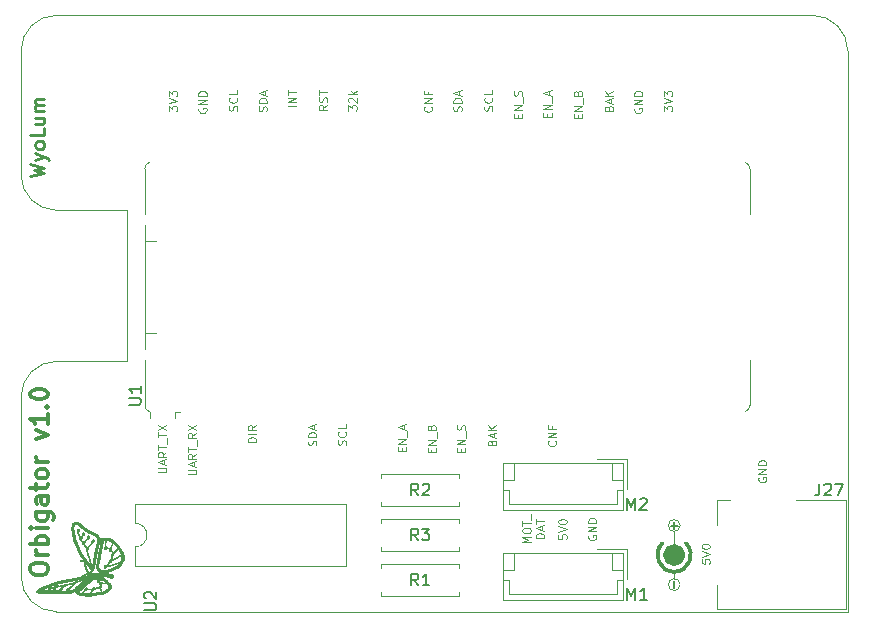
<source format=gbr>
%TF.GenerationSoftware,KiCad,Pcbnew,9.0.3-9.0.3-0~ubuntu24.04.1*%
%TF.CreationDate,2026-01-17T20:15:46+05:30*%
%TF.ProjectId,orbigator,6f726269-6761-4746-9f72-2e6b69636164,rev?*%
%TF.SameCoordinates,Original*%
%TF.FileFunction,Legend,Top*%
%TF.FilePolarity,Positive*%
%FSLAX46Y46*%
G04 Gerber Fmt 4.6, Leading zero omitted, Abs format (unit mm)*
G04 Created by KiCad (PCBNEW 9.0.3-9.0.3-0~ubuntu24.04.1) date 2026-01-17 20:15:46*
%MOMM*%
%LPD*%
G01*
G04 APERTURE LIST*
%ADD10C,0.300000*%
%ADD11C,0.250000*%
%ADD12C,0.100000*%
%ADD13C,0.150000*%
%ADD14C,0.120000*%
%ADD15C,0.200000*%
%ADD16C,0.950000*%
%ADD17C,0.002540*%
%TA.AperFunction,Profile*%
%ADD18C,0.050000*%
%TD*%
G04 APERTURE END LIST*
D10*
X65798328Y-126499999D02*
X65798328Y-126214285D01*
X65798328Y-126214285D02*
X65869757Y-126071428D01*
X65869757Y-126071428D02*
X66012614Y-125928571D01*
X66012614Y-125928571D02*
X66298328Y-125857142D01*
X66298328Y-125857142D02*
X66798328Y-125857142D01*
X66798328Y-125857142D02*
X67084042Y-125928571D01*
X67084042Y-125928571D02*
X67226900Y-126071428D01*
X67226900Y-126071428D02*
X67298328Y-126214285D01*
X67298328Y-126214285D02*
X67298328Y-126499999D01*
X67298328Y-126499999D02*
X67226900Y-126642857D01*
X67226900Y-126642857D02*
X67084042Y-126785714D01*
X67084042Y-126785714D02*
X66798328Y-126857142D01*
X66798328Y-126857142D02*
X66298328Y-126857142D01*
X66298328Y-126857142D02*
X66012614Y-126785714D01*
X66012614Y-126785714D02*
X65869757Y-126642857D01*
X65869757Y-126642857D02*
X65798328Y-126499999D01*
X67298328Y-125214285D02*
X66298328Y-125214285D01*
X66584042Y-125214285D02*
X66441185Y-125142856D01*
X66441185Y-125142856D02*
X66369757Y-125071428D01*
X66369757Y-125071428D02*
X66298328Y-124928570D01*
X66298328Y-124928570D02*
X66298328Y-124785713D01*
X67298328Y-124285714D02*
X65798328Y-124285714D01*
X66369757Y-124285714D02*
X66298328Y-124142857D01*
X66298328Y-124142857D02*
X66298328Y-123857142D01*
X66298328Y-123857142D02*
X66369757Y-123714285D01*
X66369757Y-123714285D02*
X66441185Y-123642857D01*
X66441185Y-123642857D02*
X66584042Y-123571428D01*
X66584042Y-123571428D02*
X67012614Y-123571428D01*
X67012614Y-123571428D02*
X67155471Y-123642857D01*
X67155471Y-123642857D02*
X67226900Y-123714285D01*
X67226900Y-123714285D02*
X67298328Y-123857142D01*
X67298328Y-123857142D02*
X67298328Y-124142857D01*
X67298328Y-124142857D02*
X67226900Y-124285714D01*
X67298328Y-122928571D02*
X66298328Y-122928571D01*
X65798328Y-122928571D02*
X65869757Y-122999999D01*
X65869757Y-122999999D02*
X65941185Y-122928571D01*
X65941185Y-122928571D02*
X65869757Y-122857142D01*
X65869757Y-122857142D02*
X65798328Y-122928571D01*
X65798328Y-122928571D02*
X65941185Y-122928571D01*
X66298328Y-121571428D02*
X67512614Y-121571428D01*
X67512614Y-121571428D02*
X67655471Y-121642856D01*
X67655471Y-121642856D02*
X67726900Y-121714285D01*
X67726900Y-121714285D02*
X67798328Y-121857142D01*
X67798328Y-121857142D02*
X67798328Y-122071428D01*
X67798328Y-122071428D02*
X67726900Y-122214285D01*
X67226900Y-121571428D02*
X67298328Y-121714285D01*
X67298328Y-121714285D02*
X67298328Y-121999999D01*
X67298328Y-121999999D02*
X67226900Y-122142856D01*
X67226900Y-122142856D02*
X67155471Y-122214285D01*
X67155471Y-122214285D02*
X67012614Y-122285713D01*
X67012614Y-122285713D02*
X66584042Y-122285713D01*
X66584042Y-122285713D02*
X66441185Y-122214285D01*
X66441185Y-122214285D02*
X66369757Y-122142856D01*
X66369757Y-122142856D02*
X66298328Y-121999999D01*
X66298328Y-121999999D02*
X66298328Y-121714285D01*
X66298328Y-121714285D02*
X66369757Y-121571428D01*
X67298328Y-120214285D02*
X66512614Y-120214285D01*
X66512614Y-120214285D02*
X66369757Y-120285713D01*
X66369757Y-120285713D02*
X66298328Y-120428570D01*
X66298328Y-120428570D02*
X66298328Y-120714285D01*
X66298328Y-120714285D02*
X66369757Y-120857142D01*
X67226900Y-120214285D02*
X67298328Y-120357142D01*
X67298328Y-120357142D02*
X67298328Y-120714285D01*
X67298328Y-120714285D02*
X67226900Y-120857142D01*
X67226900Y-120857142D02*
X67084042Y-120928570D01*
X67084042Y-120928570D02*
X66941185Y-120928570D01*
X66941185Y-120928570D02*
X66798328Y-120857142D01*
X66798328Y-120857142D02*
X66726900Y-120714285D01*
X66726900Y-120714285D02*
X66726900Y-120357142D01*
X66726900Y-120357142D02*
X66655471Y-120214285D01*
X66298328Y-119714284D02*
X66298328Y-119142856D01*
X65798328Y-119499999D02*
X67084042Y-119499999D01*
X67084042Y-119499999D02*
X67226900Y-119428570D01*
X67226900Y-119428570D02*
X67298328Y-119285713D01*
X67298328Y-119285713D02*
X67298328Y-119142856D01*
X67298328Y-118428570D02*
X67226900Y-118571427D01*
X67226900Y-118571427D02*
X67155471Y-118642856D01*
X67155471Y-118642856D02*
X67012614Y-118714284D01*
X67012614Y-118714284D02*
X66584042Y-118714284D01*
X66584042Y-118714284D02*
X66441185Y-118642856D01*
X66441185Y-118642856D02*
X66369757Y-118571427D01*
X66369757Y-118571427D02*
X66298328Y-118428570D01*
X66298328Y-118428570D02*
X66298328Y-118214284D01*
X66298328Y-118214284D02*
X66369757Y-118071427D01*
X66369757Y-118071427D02*
X66441185Y-117999999D01*
X66441185Y-117999999D02*
X66584042Y-117928570D01*
X66584042Y-117928570D02*
X67012614Y-117928570D01*
X67012614Y-117928570D02*
X67155471Y-117999999D01*
X67155471Y-117999999D02*
X67226900Y-118071427D01*
X67226900Y-118071427D02*
X67298328Y-118214284D01*
X67298328Y-118214284D02*
X67298328Y-118428570D01*
X67298328Y-117285713D02*
X66298328Y-117285713D01*
X66584042Y-117285713D02*
X66441185Y-117214284D01*
X66441185Y-117214284D02*
X66369757Y-117142856D01*
X66369757Y-117142856D02*
X66298328Y-116999998D01*
X66298328Y-116999998D02*
X66298328Y-116857141D01*
X66298328Y-115357142D02*
X67298328Y-114999999D01*
X67298328Y-114999999D02*
X66298328Y-114642856D01*
X67298328Y-113285713D02*
X67298328Y-114142856D01*
X67298328Y-113714285D02*
X65798328Y-113714285D01*
X65798328Y-113714285D02*
X66012614Y-113857142D01*
X66012614Y-113857142D02*
X66155471Y-113999999D01*
X66155471Y-113999999D02*
X66226900Y-114142856D01*
X67155471Y-112642857D02*
X67226900Y-112571428D01*
X67226900Y-112571428D02*
X67298328Y-112642857D01*
X67298328Y-112642857D02*
X67226900Y-112714285D01*
X67226900Y-112714285D02*
X67155471Y-112642857D01*
X67155471Y-112642857D02*
X67298328Y-112642857D01*
X65798328Y-111642856D02*
X65798328Y-111499999D01*
X65798328Y-111499999D02*
X65869757Y-111357142D01*
X65869757Y-111357142D02*
X65941185Y-111285714D01*
X65941185Y-111285714D02*
X66084042Y-111214285D01*
X66084042Y-111214285D02*
X66369757Y-111142856D01*
X66369757Y-111142856D02*
X66726900Y-111142856D01*
X66726900Y-111142856D02*
X67012614Y-111214285D01*
X67012614Y-111214285D02*
X67155471Y-111285714D01*
X67155471Y-111285714D02*
X67226900Y-111357142D01*
X67226900Y-111357142D02*
X67298328Y-111499999D01*
X67298328Y-111499999D02*
X67298328Y-111642856D01*
X67298328Y-111642856D02*
X67226900Y-111785714D01*
X67226900Y-111785714D02*
X67155471Y-111857142D01*
X67155471Y-111857142D02*
X67012614Y-111928571D01*
X67012614Y-111928571D02*
X66726900Y-111999999D01*
X66726900Y-111999999D02*
X66369757Y-111999999D01*
X66369757Y-111999999D02*
X66084042Y-111928571D01*
X66084042Y-111928571D02*
X65941185Y-111857142D01*
X65941185Y-111857142D02*
X65869757Y-111785714D01*
X65869757Y-111785714D02*
X65798328Y-111642856D01*
D11*
X65772142Y-93132857D02*
X66972142Y-92847143D01*
X66972142Y-92847143D02*
X66115000Y-92618571D01*
X66115000Y-92618571D02*
X66972142Y-92390000D01*
X66972142Y-92390000D02*
X65772142Y-92104286D01*
X66172142Y-91761428D02*
X66972142Y-91475714D01*
X66172142Y-91189999D02*
X66972142Y-91475714D01*
X66972142Y-91475714D02*
X67257857Y-91589999D01*
X67257857Y-91589999D02*
X67315000Y-91647142D01*
X67315000Y-91647142D02*
X67372142Y-91761428D01*
X66972142Y-90561428D02*
X66915000Y-90675713D01*
X66915000Y-90675713D02*
X66857857Y-90732856D01*
X66857857Y-90732856D02*
X66743571Y-90789999D01*
X66743571Y-90789999D02*
X66400714Y-90789999D01*
X66400714Y-90789999D02*
X66286428Y-90732856D01*
X66286428Y-90732856D02*
X66229285Y-90675713D01*
X66229285Y-90675713D02*
X66172142Y-90561428D01*
X66172142Y-90561428D02*
X66172142Y-90389999D01*
X66172142Y-90389999D02*
X66229285Y-90275713D01*
X66229285Y-90275713D02*
X66286428Y-90218571D01*
X66286428Y-90218571D02*
X66400714Y-90161428D01*
X66400714Y-90161428D02*
X66743571Y-90161428D01*
X66743571Y-90161428D02*
X66857857Y-90218571D01*
X66857857Y-90218571D02*
X66915000Y-90275713D01*
X66915000Y-90275713D02*
X66972142Y-90389999D01*
X66972142Y-90389999D02*
X66972142Y-90561428D01*
X66972142Y-89075714D02*
X66972142Y-89647142D01*
X66972142Y-89647142D02*
X65772142Y-89647142D01*
X66172142Y-88161428D02*
X66972142Y-88161428D01*
X66172142Y-88675713D02*
X66800714Y-88675713D01*
X66800714Y-88675713D02*
X66915000Y-88618570D01*
X66915000Y-88618570D02*
X66972142Y-88504285D01*
X66972142Y-88504285D02*
X66972142Y-88332856D01*
X66972142Y-88332856D02*
X66915000Y-88218570D01*
X66915000Y-88218570D02*
X66857857Y-88161428D01*
X66972142Y-87589999D02*
X66172142Y-87589999D01*
X66286428Y-87589999D02*
X66229285Y-87532856D01*
X66229285Y-87532856D02*
X66172142Y-87418571D01*
X66172142Y-87418571D02*
X66172142Y-87247142D01*
X66172142Y-87247142D02*
X66229285Y-87132856D01*
X66229285Y-87132856D02*
X66343571Y-87075714D01*
X66343571Y-87075714D02*
X66972142Y-87075714D01*
X66343571Y-87075714D02*
X66229285Y-87018571D01*
X66229285Y-87018571D02*
X66172142Y-86904285D01*
X66172142Y-86904285D02*
X66172142Y-86732856D01*
X66172142Y-86732856D02*
X66229285Y-86618571D01*
X66229285Y-86618571D02*
X66343571Y-86561428D01*
X66343571Y-86561428D02*
X66972142Y-86561428D01*
D12*
X110251966Y-115532455D02*
X110285300Y-115565788D01*
X110285300Y-115565788D02*
X110318633Y-115665788D01*
X110318633Y-115665788D02*
X110318633Y-115732455D01*
X110318633Y-115732455D02*
X110285300Y-115832455D01*
X110285300Y-115832455D02*
X110218633Y-115899122D01*
X110218633Y-115899122D02*
X110151966Y-115932455D01*
X110151966Y-115932455D02*
X110018633Y-115965788D01*
X110018633Y-115965788D02*
X109918633Y-115965788D01*
X109918633Y-115965788D02*
X109785300Y-115932455D01*
X109785300Y-115932455D02*
X109718633Y-115899122D01*
X109718633Y-115899122D02*
X109651966Y-115832455D01*
X109651966Y-115832455D02*
X109618633Y-115732455D01*
X109618633Y-115732455D02*
X109618633Y-115665788D01*
X109618633Y-115665788D02*
X109651966Y-115565788D01*
X109651966Y-115565788D02*
X109685300Y-115532455D01*
X110318633Y-115232455D02*
X109618633Y-115232455D01*
X109618633Y-115232455D02*
X110318633Y-114832455D01*
X110318633Y-114832455D02*
X109618633Y-114832455D01*
X109951966Y-114265789D02*
X109951966Y-114499122D01*
X110318633Y-114499122D02*
X109618633Y-114499122D01*
X109618633Y-114499122D02*
X109618633Y-114165789D01*
X88318633Y-87199121D02*
X87618633Y-87199121D01*
X88318633Y-86865788D02*
X87618633Y-86865788D01*
X87618633Y-86865788D02*
X88318633Y-86465788D01*
X88318633Y-86465788D02*
X87618633Y-86465788D01*
X87618633Y-86232455D02*
X87618633Y-85832455D01*
X88318633Y-86032455D02*
X87618633Y-86032455D01*
X92718633Y-87565790D02*
X92718633Y-87132456D01*
X92718633Y-87132456D02*
X92985300Y-87365790D01*
X92985300Y-87365790D02*
X92985300Y-87265790D01*
X92985300Y-87265790D02*
X93018633Y-87199123D01*
X93018633Y-87199123D02*
X93051966Y-87165790D01*
X93051966Y-87165790D02*
X93118633Y-87132456D01*
X93118633Y-87132456D02*
X93285300Y-87132456D01*
X93285300Y-87132456D02*
X93351966Y-87165790D01*
X93351966Y-87165790D02*
X93385300Y-87199123D01*
X93385300Y-87199123D02*
X93418633Y-87265790D01*
X93418633Y-87265790D02*
X93418633Y-87465790D01*
X93418633Y-87465790D02*
X93385300Y-87532456D01*
X93385300Y-87532456D02*
X93351966Y-87565790D01*
X92785300Y-86865789D02*
X92751966Y-86832456D01*
X92751966Y-86832456D02*
X92718633Y-86765789D01*
X92718633Y-86765789D02*
X92718633Y-86599123D01*
X92718633Y-86599123D02*
X92751966Y-86532456D01*
X92751966Y-86532456D02*
X92785300Y-86499123D01*
X92785300Y-86499123D02*
X92851966Y-86465789D01*
X92851966Y-86465789D02*
X92918633Y-86465789D01*
X92918633Y-86465789D02*
X93018633Y-86499123D01*
X93018633Y-86499123D02*
X93418633Y-86899123D01*
X93418633Y-86899123D02*
X93418633Y-86465789D01*
X93418633Y-86165789D02*
X92718633Y-86165789D01*
X93151966Y-86099122D02*
X93418633Y-85899122D01*
X92951966Y-85899122D02*
X93218633Y-86165789D01*
X102285300Y-87599122D02*
X102318633Y-87499122D01*
X102318633Y-87499122D02*
X102318633Y-87332456D01*
X102318633Y-87332456D02*
X102285300Y-87265789D01*
X102285300Y-87265789D02*
X102251966Y-87232456D01*
X102251966Y-87232456D02*
X102185300Y-87199122D01*
X102185300Y-87199122D02*
X102118633Y-87199122D01*
X102118633Y-87199122D02*
X102051966Y-87232456D01*
X102051966Y-87232456D02*
X102018633Y-87265789D01*
X102018633Y-87265789D02*
X101985300Y-87332456D01*
X101985300Y-87332456D02*
X101951966Y-87465789D01*
X101951966Y-87465789D02*
X101918633Y-87532456D01*
X101918633Y-87532456D02*
X101885300Y-87565789D01*
X101885300Y-87565789D02*
X101818633Y-87599122D01*
X101818633Y-87599122D02*
X101751966Y-87599122D01*
X101751966Y-87599122D02*
X101685300Y-87565789D01*
X101685300Y-87565789D02*
X101651966Y-87532456D01*
X101651966Y-87532456D02*
X101618633Y-87465789D01*
X101618633Y-87465789D02*
X101618633Y-87299122D01*
X101618633Y-87299122D02*
X101651966Y-87199122D01*
X102318633Y-86899122D02*
X101618633Y-86899122D01*
X101618633Y-86899122D02*
X101618633Y-86732455D01*
X101618633Y-86732455D02*
X101651966Y-86632455D01*
X101651966Y-86632455D02*
X101718633Y-86565789D01*
X101718633Y-86565789D02*
X101785300Y-86532455D01*
X101785300Y-86532455D02*
X101918633Y-86499122D01*
X101918633Y-86499122D02*
X102018633Y-86499122D01*
X102018633Y-86499122D02*
X102151966Y-86532455D01*
X102151966Y-86532455D02*
X102218633Y-86565789D01*
X102218633Y-86565789D02*
X102285300Y-86632455D01*
X102285300Y-86632455D02*
X102318633Y-86732455D01*
X102318633Y-86732455D02*
X102318633Y-86899122D01*
X102118633Y-86232455D02*
X102118633Y-85899122D01*
X102318633Y-86299122D02*
X101618633Y-86065789D01*
X101618633Y-86065789D02*
X102318633Y-85832455D01*
X104885300Y-87565789D02*
X104918633Y-87465789D01*
X104918633Y-87465789D02*
X104918633Y-87299123D01*
X104918633Y-87299123D02*
X104885300Y-87232456D01*
X104885300Y-87232456D02*
X104851966Y-87199123D01*
X104851966Y-87199123D02*
X104785300Y-87165789D01*
X104785300Y-87165789D02*
X104718633Y-87165789D01*
X104718633Y-87165789D02*
X104651966Y-87199123D01*
X104651966Y-87199123D02*
X104618633Y-87232456D01*
X104618633Y-87232456D02*
X104585300Y-87299123D01*
X104585300Y-87299123D02*
X104551966Y-87432456D01*
X104551966Y-87432456D02*
X104518633Y-87499123D01*
X104518633Y-87499123D02*
X104485300Y-87532456D01*
X104485300Y-87532456D02*
X104418633Y-87565789D01*
X104418633Y-87565789D02*
X104351966Y-87565789D01*
X104351966Y-87565789D02*
X104285300Y-87532456D01*
X104285300Y-87532456D02*
X104251966Y-87499123D01*
X104251966Y-87499123D02*
X104218633Y-87432456D01*
X104218633Y-87432456D02*
X104218633Y-87265789D01*
X104218633Y-87265789D02*
X104251966Y-87165789D01*
X104851966Y-86465789D02*
X104885300Y-86499122D01*
X104885300Y-86499122D02*
X104918633Y-86599122D01*
X104918633Y-86599122D02*
X104918633Y-86665789D01*
X104918633Y-86665789D02*
X104885300Y-86765789D01*
X104885300Y-86765789D02*
X104818633Y-86832456D01*
X104818633Y-86832456D02*
X104751966Y-86865789D01*
X104751966Y-86865789D02*
X104618633Y-86899122D01*
X104618633Y-86899122D02*
X104518633Y-86899122D01*
X104518633Y-86899122D02*
X104385300Y-86865789D01*
X104385300Y-86865789D02*
X104318633Y-86832456D01*
X104318633Y-86832456D02*
X104251966Y-86765789D01*
X104251966Y-86765789D02*
X104218633Y-86665789D01*
X104218633Y-86665789D02*
X104218633Y-86599122D01*
X104218633Y-86599122D02*
X104251966Y-86499122D01*
X104251966Y-86499122D02*
X104285300Y-86465789D01*
X104918633Y-85832456D02*
X104918633Y-86165789D01*
X104918633Y-86165789D02*
X104218633Y-86165789D01*
X108155153Y-124133332D02*
X107455153Y-124133332D01*
X107455153Y-124133332D02*
X107955153Y-123899999D01*
X107955153Y-123899999D02*
X107455153Y-123666665D01*
X107455153Y-123666665D02*
X108155153Y-123666665D01*
X107455153Y-123199999D02*
X107455153Y-123066665D01*
X107455153Y-123066665D02*
X107488486Y-122999999D01*
X107488486Y-122999999D02*
X107555153Y-122933332D01*
X107555153Y-122933332D02*
X107688486Y-122899999D01*
X107688486Y-122899999D02*
X107921820Y-122899999D01*
X107921820Y-122899999D02*
X108055153Y-122933332D01*
X108055153Y-122933332D02*
X108121820Y-122999999D01*
X108121820Y-122999999D02*
X108155153Y-123066665D01*
X108155153Y-123066665D02*
X108155153Y-123199999D01*
X108155153Y-123199999D02*
X108121820Y-123266665D01*
X108121820Y-123266665D02*
X108055153Y-123333332D01*
X108055153Y-123333332D02*
X107921820Y-123366665D01*
X107921820Y-123366665D02*
X107688486Y-123366665D01*
X107688486Y-123366665D02*
X107555153Y-123333332D01*
X107555153Y-123333332D02*
X107488486Y-123266665D01*
X107488486Y-123266665D02*
X107455153Y-123199999D01*
X107455153Y-122699999D02*
X107455153Y-122299999D01*
X108155153Y-122499999D02*
X107455153Y-122499999D01*
X108221820Y-122233333D02*
X108221820Y-121699999D01*
X109282114Y-123749999D02*
X108582114Y-123749999D01*
X108582114Y-123749999D02*
X108582114Y-123583332D01*
X108582114Y-123583332D02*
X108615447Y-123483332D01*
X108615447Y-123483332D02*
X108682114Y-123416666D01*
X108682114Y-123416666D02*
X108748781Y-123383332D01*
X108748781Y-123383332D02*
X108882114Y-123349999D01*
X108882114Y-123349999D02*
X108982114Y-123349999D01*
X108982114Y-123349999D02*
X109115447Y-123383332D01*
X109115447Y-123383332D02*
X109182114Y-123416666D01*
X109182114Y-123416666D02*
X109248781Y-123483332D01*
X109248781Y-123483332D02*
X109282114Y-123583332D01*
X109282114Y-123583332D02*
X109282114Y-123749999D01*
X109082114Y-123083332D02*
X109082114Y-122749999D01*
X109282114Y-123149999D02*
X108582114Y-122916666D01*
X108582114Y-122916666D02*
X109282114Y-122683332D01*
X108582114Y-122549999D02*
X108582114Y-122149999D01*
X109282114Y-122349999D02*
X108582114Y-122349999D01*
X112151966Y-88199121D02*
X112151966Y-87965788D01*
X112518633Y-87865788D02*
X112518633Y-88199121D01*
X112518633Y-88199121D02*
X111818633Y-88199121D01*
X111818633Y-88199121D02*
X111818633Y-87865788D01*
X112518633Y-87565788D02*
X111818633Y-87565788D01*
X111818633Y-87565788D02*
X112518633Y-87165788D01*
X112518633Y-87165788D02*
X111818633Y-87165788D01*
X112585300Y-86999122D02*
X112585300Y-86465788D01*
X112151966Y-86065789D02*
X112185300Y-85965789D01*
X112185300Y-85965789D02*
X112218633Y-85932455D01*
X112218633Y-85932455D02*
X112285300Y-85899122D01*
X112285300Y-85899122D02*
X112385300Y-85899122D01*
X112385300Y-85899122D02*
X112451966Y-85932455D01*
X112451966Y-85932455D02*
X112485300Y-85965789D01*
X112485300Y-85965789D02*
X112518633Y-86032455D01*
X112518633Y-86032455D02*
X112518633Y-86299122D01*
X112518633Y-86299122D02*
X111818633Y-86299122D01*
X111818633Y-86299122D02*
X111818633Y-86065789D01*
X111818633Y-86065789D02*
X111851966Y-85999122D01*
X111851966Y-85999122D02*
X111885300Y-85965789D01*
X111885300Y-85965789D02*
X111951966Y-85932455D01*
X111951966Y-85932455D02*
X112018633Y-85932455D01*
X112018633Y-85932455D02*
X112085300Y-85965789D01*
X112085300Y-85965789D02*
X112118633Y-85999122D01*
X112118633Y-85999122D02*
X112151966Y-86065789D01*
X112151966Y-86065789D02*
X112151966Y-86299122D01*
X80051966Y-87365788D02*
X80018633Y-87432455D01*
X80018633Y-87432455D02*
X80018633Y-87532455D01*
X80018633Y-87532455D02*
X80051966Y-87632455D01*
X80051966Y-87632455D02*
X80118633Y-87699122D01*
X80118633Y-87699122D02*
X80185300Y-87732455D01*
X80185300Y-87732455D02*
X80318633Y-87765788D01*
X80318633Y-87765788D02*
X80418633Y-87765788D01*
X80418633Y-87765788D02*
X80551966Y-87732455D01*
X80551966Y-87732455D02*
X80618633Y-87699122D01*
X80618633Y-87699122D02*
X80685300Y-87632455D01*
X80685300Y-87632455D02*
X80718633Y-87532455D01*
X80718633Y-87532455D02*
X80718633Y-87465788D01*
X80718633Y-87465788D02*
X80685300Y-87365788D01*
X80685300Y-87365788D02*
X80651966Y-87332455D01*
X80651966Y-87332455D02*
X80418633Y-87332455D01*
X80418633Y-87332455D02*
X80418633Y-87465788D01*
X80718633Y-87032455D02*
X80018633Y-87032455D01*
X80018633Y-87032455D02*
X80718633Y-86632455D01*
X80718633Y-86632455D02*
X80018633Y-86632455D01*
X80718633Y-86299122D02*
X80018633Y-86299122D01*
X80018633Y-86299122D02*
X80018633Y-86132455D01*
X80018633Y-86132455D02*
X80051966Y-86032455D01*
X80051966Y-86032455D02*
X80118633Y-85965789D01*
X80118633Y-85965789D02*
X80185300Y-85932455D01*
X80185300Y-85932455D02*
X80318633Y-85899122D01*
X80318633Y-85899122D02*
X80418633Y-85899122D01*
X80418633Y-85899122D02*
X80551966Y-85932455D01*
X80551966Y-85932455D02*
X80618633Y-85965789D01*
X80618633Y-85965789D02*
X80685300Y-86032455D01*
X80685300Y-86032455D02*
X80718633Y-86132455D01*
X80718633Y-86132455D02*
X80718633Y-86299122D01*
X114751966Y-87365789D02*
X114785300Y-87265789D01*
X114785300Y-87265789D02*
X114818633Y-87232455D01*
X114818633Y-87232455D02*
X114885300Y-87199122D01*
X114885300Y-87199122D02*
X114985300Y-87199122D01*
X114985300Y-87199122D02*
X115051966Y-87232455D01*
X115051966Y-87232455D02*
X115085300Y-87265789D01*
X115085300Y-87265789D02*
X115118633Y-87332455D01*
X115118633Y-87332455D02*
X115118633Y-87599122D01*
X115118633Y-87599122D02*
X114418633Y-87599122D01*
X114418633Y-87599122D02*
X114418633Y-87365789D01*
X114418633Y-87365789D02*
X114451966Y-87299122D01*
X114451966Y-87299122D02*
X114485300Y-87265789D01*
X114485300Y-87265789D02*
X114551966Y-87232455D01*
X114551966Y-87232455D02*
X114618633Y-87232455D01*
X114618633Y-87232455D02*
X114685300Y-87265789D01*
X114685300Y-87265789D02*
X114718633Y-87299122D01*
X114718633Y-87299122D02*
X114751966Y-87365789D01*
X114751966Y-87365789D02*
X114751966Y-87599122D01*
X114918633Y-86932455D02*
X114918633Y-86599122D01*
X115118633Y-86999122D02*
X114418633Y-86765789D01*
X114418633Y-86765789D02*
X115118633Y-86532455D01*
X115118633Y-86299122D02*
X114418633Y-86299122D01*
X115118633Y-85899122D02*
X114718633Y-86199122D01*
X114418633Y-85899122D02*
X114818633Y-86299122D01*
X113051966Y-123533332D02*
X113018633Y-123599999D01*
X113018633Y-123599999D02*
X113018633Y-123699999D01*
X113018633Y-123699999D02*
X113051966Y-123799999D01*
X113051966Y-123799999D02*
X113118633Y-123866666D01*
X113118633Y-123866666D02*
X113185300Y-123899999D01*
X113185300Y-123899999D02*
X113318633Y-123933332D01*
X113318633Y-123933332D02*
X113418633Y-123933332D01*
X113418633Y-123933332D02*
X113551966Y-123899999D01*
X113551966Y-123899999D02*
X113618633Y-123866666D01*
X113618633Y-123866666D02*
X113685300Y-123799999D01*
X113685300Y-123799999D02*
X113718633Y-123699999D01*
X113718633Y-123699999D02*
X113718633Y-123633332D01*
X113718633Y-123633332D02*
X113685300Y-123533332D01*
X113685300Y-123533332D02*
X113651966Y-123499999D01*
X113651966Y-123499999D02*
X113418633Y-123499999D01*
X113418633Y-123499999D02*
X113418633Y-123633332D01*
X113718633Y-123199999D02*
X113018633Y-123199999D01*
X113018633Y-123199999D02*
X113718633Y-122799999D01*
X113718633Y-122799999D02*
X113018633Y-122799999D01*
X113718633Y-122466666D02*
X113018633Y-122466666D01*
X113018633Y-122466666D02*
X113018633Y-122299999D01*
X113018633Y-122299999D02*
X113051966Y-122199999D01*
X113051966Y-122199999D02*
X113118633Y-122133333D01*
X113118633Y-122133333D02*
X113185300Y-122099999D01*
X113185300Y-122099999D02*
X113318633Y-122066666D01*
X113318633Y-122066666D02*
X113418633Y-122066666D01*
X113418633Y-122066666D02*
X113551966Y-122099999D01*
X113551966Y-122099999D02*
X113618633Y-122133333D01*
X113618633Y-122133333D02*
X113685300Y-122199999D01*
X113685300Y-122199999D02*
X113718633Y-122299999D01*
X113718633Y-122299999D02*
X113718633Y-122466666D01*
X84918633Y-115632455D02*
X84218633Y-115632455D01*
X84218633Y-115632455D02*
X84218633Y-115465788D01*
X84218633Y-115465788D02*
X84251966Y-115365788D01*
X84251966Y-115365788D02*
X84318633Y-115299122D01*
X84318633Y-115299122D02*
X84385300Y-115265788D01*
X84385300Y-115265788D02*
X84518633Y-115232455D01*
X84518633Y-115232455D02*
X84618633Y-115232455D01*
X84618633Y-115232455D02*
X84751966Y-115265788D01*
X84751966Y-115265788D02*
X84818633Y-115299122D01*
X84818633Y-115299122D02*
X84885300Y-115365788D01*
X84885300Y-115365788D02*
X84918633Y-115465788D01*
X84918633Y-115465788D02*
X84918633Y-115632455D01*
X84918633Y-114932455D02*
X84218633Y-114932455D01*
X84918633Y-114199122D02*
X84585300Y-114432455D01*
X84918633Y-114599122D02*
X84218633Y-114599122D01*
X84218633Y-114599122D02*
X84218633Y-114332455D01*
X84218633Y-114332455D02*
X84251966Y-114265789D01*
X84251966Y-114265789D02*
X84285300Y-114232455D01*
X84285300Y-114232455D02*
X84351966Y-114199122D01*
X84351966Y-114199122D02*
X84451966Y-114199122D01*
X84451966Y-114199122D02*
X84518633Y-114232455D01*
X84518633Y-114232455D02*
X84551966Y-114265789D01*
X84551966Y-114265789D02*
X84585300Y-114332455D01*
X84585300Y-114332455D02*
X84585300Y-114599122D01*
X92485300Y-115865789D02*
X92518633Y-115765789D01*
X92518633Y-115765789D02*
X92518633Y-115599123D01*
X92518633Y-115599123D02*
X92485300Y-115532456D01*
X92485300Y-115532456D02*
X92451966Y-115499123D01*
X92451966Y-115499123D02*
X92385300Y-115465789D01*
X92385300Y-115465789D02*
X92318633Y-115465789D01*
X92318633Y-115465789D02*
X92251966Y-115499123D01*
X92251966Y-115499123D02*
X92218633Y-115532456D01*
X92218633Y-115532456D02*
X92185300Y-115599123D01*
X92185300Y-115599123D02*
X92151966Y-115732456D01*
X92151966Y-115732456D02*
X92118633Y-115799123D01*
X92118633Y-115799123D02*
X92085300Y-115832456D01*
X92085300Y-115832456D02*
X92018633Y-115865789D01*
X92018633Y-115865789D02*
X91951966Y-115865789D01*
X91951966Y-115865789D02*
X91885300Y-115832456D01*
X91885300Y-115832456D02*
X91851966Y-115799123D01*
X91851966Y-115799123D02*
X91818633Y-115732456D01*
X91818633Y-115732456D02*
X91818633Y-115565789D01*
X91818633Y-115565789D02*
X91851966Y-115465789D01*
X92451966Y-114765789D02*
X92485300Y-114799122D01*
X92485300Y-114799122D02*
X92518633Y-114899122D01*
X92518633Y-114899122D02*
X92518633Y-114965789D01*
X92518633Y-114965789D02*
X92485300Y-115065789D01*
X92485300Y-115065789D02*
X92418633Y-115132456D01*
X92418633Y-115132456D02*
X92351966Y-115165789D01*
X92351966Y-115165789D02*
X92218633Y-115199122D01*
X92218633Y-115199122D02*
X92118633Y-115199122D01*
X92118633Y-115199122D02*
X91985300Y-115165789D01*
X91985300Y-115165789D02*
X91918633Y-115132456D01*
X91918633Y-115132456D02*
X91851966Y-115065789D01*
X91851966Y-115065789D02*
X91818633Y-114965789D01*
X91818633Y-114965789D02*
X91818633Y-114899122D01*
X91818633Y-114899122D02*
X91851966Y-114799122D01*
X91851966Y-114799122D02*
X91885300Y-114765789D01*
X92518633Y-114132456D02*
X92518633Y-114465789D01*
X92518633Y-114465789D02*
X91818633Y-114465789D01*
X99751966Y-116499121D02*
X99751966Y-116265788D01*
X100118633Y-116165788D02*
X100118633Y-116499121D01*
X100118633Y-116499121D02*
X99418633Y-116499121D01*
X99418633Y-116499121D02*
X99418633Y-116165788D01*
X100118633Y-115865788D02*
X99418633Y-115865788D01*
X99418633Y-115865788D02*
X100118633Y-115465788D01*
X100118633Y-115465788D02*
X99418633Y-115465788D01*
X100185300Y-115299122D02*
X100185300Y-114765788D01*
X99751966Y-114365789D02*
X99785300Y-114265789D01*
X99785300Y-114265789D02*
X99818633Y-114232455D01*
X99818633Y-114232455D02*
X99885300Y-114199122D01*
X99885300Y-114199122D02*
X99985300Y-114199122D01*
X99985300Y-114199122D02*
X100051966Y-114232455D01*
X100051966Y-114232455D02*
X100085300Y-114265789D01*
X100085300Y-114265789D02*
X100118633Y-114332455D01*
X100118633Y-114332455D02*
X100118633Y-114599122D01*
X100118633Y-114599122D02*
X99418633Y-114599122D01*
X99418633Y-114599122D02*
X99418633Y-114365789D01*
X99418633Y-114365789D02*
X99451966Y-114299122D01*
X99451966Y-114299122D02*
X99485300Y-114265789D01*
X99485300Y-114265789D02*
X99551966Y-114232455D01*
X99551966Y-114232455D02*
X99618633Y-114232455D01*
X99618633Y-114232455D02*
X99685300Y-114265789D01*
X99685300Y-114265789D02*
X99718633Y-114299122D01*
X99718633Y-114299122D02*
X99751966Y-114365789D01*
X99751966Y-114365789D02*
X99751966Y-114599122D01*
X89985300Y-115899122D02*
X90018633Y-115799122D01*
X90018633Y-115799122D02*
X90018633Y-115632456D01*
X90018633Y-115632456D02*
X89985300Y-115565789D01*
X89985300Y-115565789D02*
X89951966Y-115532456D01*
X89951966Y-115532456D02*
X89885300Y-115499122D01*
X89885300Y-115499122D02*
X89818633Y-115499122D01*
X89818633Y-115499122D02*
X89751966Y-115532456D01*
X89751966Y-115532456D02*
X89718633Y-115565789D01*
X89718633Y-115565789D02*
X89685300Y-115632456D01*
X89685300Y-115632456D02*
X89651966Y-115765789D01*
X89651966Y-115765789D02*
X89618633Y-115832456D01*
X89618633Y-115832456D02*
X89585300Y-115865789D01*
X89585300Y-115865789D02*
X89518633Y-115899122D01*
X89518633Y-115899122D02*
X89451966Y-115899122D01*
X89451966Y-115899122D02*
X89385300Y-115865789D01*
X89385300Y-115865789D02*
X89351966Y-115832456D01*
X89351966Y-115832456D02*
X89318633Y-115765789D01*
X89318633Y-115765789D02*
X89318633Y-115599122D01*
X89318633Y-115599122D02*
X89351966Y-115499122D01*
X90018633Y-115199122D02*
X89318633Y-115199122D01*
X89318633Y-115199122D02*
X89318633Y-115032455D01*
X89318633Y-115032455D02*
X89351966Y-114932455D01*
X89351966Y-114932455D02*
X89418633Y-114865789D01*
X89418633Y-114865789D02*
X89485300Y-114832455D01*
X89485300Y-114832455D02*
X89618633Y-114799122D01*
X89618633Y-114799122D02*
X89718633Y-114799122D01*
X89718633Y-114799122D02*
X89851966Y-114832455D01*
X89851966Y-114832455D02*
X89918633Y-114865789D01*
X89918633Y-114865789D02*
X89985300Y-114932455D01*
X89985300Y-114932455D02*
X90018633Y-115032455D01*
X90018633Y-115032455D02*
X90018633Y-115199122D01*
X89818633Y-114532455D02*
X89818633Y-114199122D01*
X90018633Y-114599122D02*
X89318633Y-114365789D01*
X89318633Y-114365789D02*
X90018633Y-114132455D01*
X127451966Y-118633332D02*
X127418633Y-118699999D01*
X127418633Y-118699999D02*
X127418633Y-118799999D01*
X127418633Y-118799999D02*
X127451966Y-118899999D01*
X127451966Y-118899999D02*
X127518633Y-118966666D01*
X127518633Y-118966666D02*
X127585300Y-118999999D01*
X127585300Y-118999999D02*
X127718633Y-119033332D01*
X127718633Y-119033332D02*
X127818633Y-119033332D01*
X127818633Y-119033332D02*
X127951966Y-118999999D01*
X127951966Y-118999999D02*
X128018633Y-118966666D01*
X128018633Y-118966666D02*
X128085300Y-118899999D01*
X128085300Y-118899999D02*
X128118633Y-118799999D01*
X128118633Y-118799999D02*
X128118633Y-118733332D01*
X128118633Y-118733332D02*
X128085300Y-118633332D01*
X128085300Y-118633332D02*
X128051966Y-118599999D01*
X128051966Y-118599999D02*
X127818633Y-118599999D01*
X127818633Y-118599999D02*
X127818633Y-118733332D01*
X128118633Y-118299999D02*
X127418633Y-118299999D01*
X127418633Y-118299999D02*
X128118633Y-117899999D01*
X128118633Y-117899999D02*
X127418633Y-117899999D01*
X128118633Y-117566666D02*
X127418633Y-117566666D01*
X127418633Y-117566666D02*
X127418633Y-117399999D01*
X127418633Y-117399999D02*
X127451966Y-117299999D01*
X127451966Y-117299999D02*
X127518633Y-117233333D01*
X127518633Y-117233333D02*
X127585300Y-117199999D01*
X127585300Y-117199999D02*
X127718633Y-117166666D01*
X127718633Y-117166666D02*
X127818633Y-117166666D01*
X127818633Y-117166666D02*
X127951966Y-117199999D01*
X127951966Y-117199999D02*
X128018633Y-117233333D01*
X128018633Y-117233333D02*
X128085300Y-117299999D01*
X128085300Y-117299999D02*
X128118633Y-117399999D01*
X128118633Y-117399999D02*
X128118633Y-117566666D01*
X83285300Y-87565789D02*
X83318633Y-87465789D01*
X83318633Y-87465789D02*
X83318633Y-87299123D01*
X83318633Y-87299123D02*
X83285300Y-87232456D01*
X83285300Y-87232456D02*
X83251966Y-87199123D01*
X83251966Y-87199123D02*
X83185300Y-87165789D01*
X83185300Y-87165789D02*
X83118633Y-87165789D01*
X83118633Y-87165789D02*
X83051966Y-87199123D01*
X83051966Y-87199123D02*
X83018633Y-87232456D01*
X83018633Y-87232456D02*
X82985300Y-87299123D01*
X82985300Y-87299123D02*
X82951966Y-87432456D01*
X82951966Y-87432456D02*
X82918633Y-87499123D01*
X82918633Y-87499123D02*
X82885300Y-87532456D01*
X82885300Y-87532456D02*
X82818633Y-87565789D01*
X82818633Y-87565789D02*
X82751966Y-87565789D01*
X82751966Y-87565789D02*
X82685300Y-87532456D01*
X82685300Y-87532456D02*
X82651966Y-87499123D01*
X82651966Y-87499123D02*
X82618633Y-87432456D01*
X82618633Y-87432456D02*
X82618633Y-87265789D01*
X82618633Y-87265789D02*
X82651966Y-87165789D01*
X83251966Y-86465789D02*
X83285300Y-86499122D01*
X83285300Y-86499122D02*
X83318633Y-86599122D01*
X83318633Y-86599122D02*
X83318633Y-86665789D01*
X83318633Y-86665789D02*
X83285300Y-86765789D01*
X83285300Y-86765789D02*
X83218633Y-86832456D01*
X83218633Y-86832456D02*
X83151966Y-86865789D01*
X83151966Y-86865789D02*
X83018633Y-86899122D01*
X83018633Y-86899122D02*
X82918633Y-86899122D01*
X82918633Y-86899122D02*
X82785300Y-86865789D01*
X82785300Y-86865789D02*
X82718633Y-86832456D01*
X82718633Y-86832456D02*
X82651966Y-86765789D01*
X82651966Y-86765789D02*
X82618633Y-86665789D01*
X82618633Y-86665789D02*
X82618633Y-86599122D01*
X82618633Y-86599122D02*
X82651966Y-86499122D01*
X82651966Y-86499122D02*
X82685300Y-86465789D01*
X83318633Y-85832456D02*
X83318633Y-86165789D01*
X83318633Y-86165789D02*
X82618633Y-86165789D01*
X79118633Y-118365788D02*
X79685300Y-118365788D01*
X79685300Y-118365788D02*
X79751966Y-118332455D01*
X79751966Y-118332455D02*
X79785300Y-118299121D01*
X79785300Y-118299121D02*
X79818633Y-118232455D01*
X79818633Y-118232455D02*
X79818633Y-118099121D01*
X79818633Y-118099121D02*
X79785300Y-118032455D01*
X79785300Y-118032455D02*
X79751966Y-117999121D01*
X79751966Y-117999121D02*
X79685300Y-117965788D01*
X79685300Y-117965788D02*
X79118633Y-117965788D01*
X79618633Y-117665788D02*
X79618633Y-117332455D01*
X79818633Y-117732455D02*
X79118633Y-117499122D01*
X79118633Y-117499122D02*
X79818633Y-117265788D01*
X79818633Y-116632455D02*
X79485300Y-116865788D01*
X79818633Y-117032455D02*
X79118633Y-117032455D01*
X79118633Y-117032455D02*
X79118633Y-116765788D01*
X79118633Y-116765788D02*
X79151966Y-116699122D01*
X79151966Y-116699122D02*
X79185300Y-116665788D01*
X79185300Y-116665788D02*
X79251966Y-116632455D01*
X79251966Y-116632455D02*
X79351966Y-116632455D01*
X79351966Y-116632455D02*
X79418633Y-116665788D01*
X79418633Y-116665788D02*
X79451966Y-116699122D01*
X79451966Y-116699122D02*
X79485300Y-116765788D01*
X79485300Y-116765788D02*
X79485300Y-117032455D01*
X79118633Y-116432455D02*
X79118633Y-116032455D01*
X79818633Y-116232455D02*
X79118633Y-116232455D01*
X79885300Y-115965789D02*
X79885300Y-115432455D01*
X79818633Y-114865789D02*
X79485300Y-115099122D01*
X79818633Y-115265789D02*
X79118633Y-115265789D01*
X79118633Y-115265789D02*
X79118633Y-114999122D01*
X79118633Y-114999122D02*
X79151966Y-114932456D01*
X79151966Y-114932456D02*
X79185300Y-114899122D01*
X79185300Y-114899122D02*
X79251966Y-114865789D01*
X79251966Y-114865789D02*
X79351966Y-114865789D01*
X79351966Y-114865789D02*
X79418633Y-114899122D01*
X79418633Y-114899122D02*
X79451966Y-114932456D01*
X79451966Y-114932456D02*
X79485300Y-114999122D01*
X79485300Y-114999122D02*
X79485300Y-115265789D01*
X79118633Y-114632456D02*
X79818633Y-114165789D01*
X79118633Y-114165789D02*
X79818633Y-114632456D01*
X107051966Y-88165788D02*
X107051966Y-87932455D01*
X107418633Y-87832455D02*
X107418633Y-88165788D01*
X107418633Y-88165788D02*
X106718633Y-88165788D01*
X106718633Y-88165788D02*
X106718633Y-87832455D01*
X107418633Y-87532455D02*
X106718633Y-87532455D01*
X106718633Y-87532455D02*
X107418633Y-87132455D01*
X107418633Y-87132455D02*
X106718633Y-87132455D01*
X107485300Y-86965789D02*
X107485300Y-86432455D01*
X107385300Y-86299122D02*
X107418633Y-86199122D01*
X107418633Y-86199122D02*
X107418633Y-86032456D01*
X107418633Y-86032456D02*
X107385300Y-85965789D01*
X107385300Y-85965789D02*
X107351966Y-85932456D01*
X107351966Y-85932456D02*
X107285300Y-85899122D01*
X107285300Y-85899122D02*
X107218633Y-85899122D01*
X107218633Y-85899122D02*
X107151966Y-85932456D01*
X107151966Y-85932456D02*
X107118633Y-85965789D01*
X107118633Y-85965789D02*
X107085300Y-86032456D01*
X107085300Y-86032456D02*
X107051966Y-86165789D01*
X107051966Y-86165789D02*
X107018633Y-86232456D01*
X107018633Y-86232456D02*
X106985300Y-86265789D01*
X106985300Y-86265789D02*
X106918633Y-86299122D01*
X106918633Y-86299122D02*
X106851966Y-86299122D01*
X106851966Y-86299122D02*
X106785300Y-86265789D01*
X106785300Y-86265789D02*
X106751966Y-86232456D01*
X106751966Y-86232456D02*
X106718633Y-86165789D01*
X106718633Y-86165789D02*
X106718633Y-85999122D01*
X106718633Y-85999122D02*
X106751966Y-85899122D01*
X119418633Y-87599123D02*
X119418633Y-87165789D01*
X119418633Y-87165789D02*
X119685300Y-87399123D01*
X119685300Y-87399123D02*
X119685300Y-87299123D01*
X119685300Y-87299123D02*
X119718633Y-87232456D01*
X119718633Y-87232456D02*
X119751966Y-87199123D01*
X119751966Y-87199123D02*
X119818633Y-87165789D01*
X119818633Y-87165789D02*
X119985300Y-87165789D01*
X119985300Y-87165789D02*
X120051966Y-87199123D01*
X120051966Y-87199123D02*
X120085300Y-87232456D01*
X120085300Y-87232456D02*
X120118633Y-87299123D01*
X120118633Y-87299123D02*
X120118633Y-87499123D01*
X120118633Y-87499123D02*
X120085300Y-87565789D01*
X120085300Y-87565789D02*
X120051966Y-87599123D01*
X119418633Y-86965789D02*
X120118633Y-86732456D01*
X120118633Y-86732456D02*
X119418633Y-86499122D01*
X119418633Y-86332456D02*
X119418633Y-85899122D01*
X119418633Y-85899122D02*
X119685300Y-86132456D01*
X119685300Y-86132456D02*
X119685300Y-86032456D01*
X119685300Y-86032456D02*
X119718633Y-85965789D01*
X119718633Y-85965789D02*
X119751966Y-85932456D01*
X119751966Y-85932456D02*
X119818633Y-85899122D01*
X119818633Y-85899122D02*
X119985300Y-85899122D01*
X119985300Y-85899122D02*
X120051966Y-85932456D01*
X120051966Y-85932456D02*
X120085300Y-85965789D01*
X120085300Y-85965789D02*
X120118633Y-86032456D01*
X120118633Y-86032456D02*
X120118633Y-86232456D01*
X120118633Y-86232456D02*
X120085300Y-86299122D01*
X120085300Y-86299122D02*
X120051966Y-86332456D01*
X122618633Y-125566667D02*
X122618633Y-125900000D01*
X122618633Y-125900000D02*
X122951966Y-125933333D01*
X122951966Y-125933333D02*
X122918633Y-125900000D01*
X122918633Y-125900000D02*
X122885300Y-125833333D01*
X122885300Y-125833333D02*
X122885300Y-125666667D01*
X122885300Y-125666667D02*
X122918633Y-125600000D01*
X122918633Y-125600000D02*
X122951966Y-125566667D01*
X122951966Y-125566667D02*
X123018633Y-125533333D01*
X123018633Y-125533333D02*
X123185300Y-125533333D01*
X123185300Y-125533333D02*
X123251966Y-125566667D01*
X123251966Y-125566667D02*
X123285300Y-125600000D01*
X123285300Y-125600000D02*
X123318633Y-125666667D01*
X123318633Y-125666667D02*
X123318633Y-125833333D01*
X123318633Y-125833333D02*
X123285300Y-125900000D01*
X123285300Y-125900000D02*
X123251966Y-125933333D01*
X122618633Y-125333333D02*
X123318633Y-125100000D01*
X123318633Y-125100000D02*
X122618633Y-124866666D01*
X122618633Y-124500000D02*
X122618633Y-124433333D01*
X122618633Y-124433333D02*
X122651966Y-124366666D01*
X122651966Y-124366666D02*
X122685300Y-124333333D01*
X122685300Y-124333333D02*
X122751966Y-124300000D01*
X122751966Y-124300000D02*
X122885300Y-124266666D01*
X122885300Y-124266666D02*
X123051966Y-124266666D01*
X123051966Y-124266666D02*
X123185300Y-124300000D01*
X123185300Y-124300000D02*
X123251966Y-124333333D01*
X123251966Y-124333333D02*
X123285300Y-124366666D01*
X123285300Y-124366666D02*
X123318633Y-124433333D01*
X123318633Y-124433333D02*
X123318633Y-124500000D01*
X123318633Y-124500000D02*
X123285300Y-124566666D01*
X123285300Y-124566666D02*
X123251966Y-124600000D01*
X123251966Y-124600000D02*
X123185300Y-124633333D01*
X123185300Y-124633333D02*
X123051966Y-124666666D01*
X123051966Y-124666666D02*
X122885300Y-124666666D01*
X122885300Y-124666666D02*
X122751966Y-124633333D01*
X122751966Y-124633333D02*
X122685300Y-124600000D01*
X122685300Y-124600000D02*
X122651966Y-124566666D01*
X122651966Y-124566666D02*
X122618633Y-124500000D01*
X116951966Y-87365788D02*
X116918633Y-87432455D01*
X116918633Y-87432455D02*
X116918633Y-87532455D01*
X116918633Y-87532455D02*
X116951966Y-87632455D01*
X116951966Y-87632455D02*
X117018633Y-87699122D01*
X117018633Y-87699122D02*
X117085300Y-87732455D01*
X117085300Y-87732455D02*
X117218633Y-87765788D01*
X117218633Y-87765788D02*
X117318633Y-87765788D01*
X117318633Y-87765788D02*
X117451966Y-87732455D01*
X117451966Y-87732455D02*
X117518633Y-87699122D01*
X117518633Y-87699122D02*
X117585300Y-87632455D01*
X117585300Y-87632455D02*
X117618633Y-87532455D01*
X117618633Y-87532455D02*
X117618633Y-87465788D01*
X117618633Y-87465788D02*
X117585300Y-87365788D01*
X117585300Y-87365788D02*
X117551966Y-87332455D01*
X117551966Y-87332455D02*
X117318633Y-87332455D01*
X117318633Y-87332455D02*
X117318633Y-87465788D01*
X117618633Y-87032455D02*
X116918633Y-87032455D01*
X116918633Y-87032455D02*
X117618633Y-86632455D01*
X117618633Y-86632455D02*
X116918633Y-86632455D01*
X117618633Y-86299122D02*
X116918633Y-86299122D01*
X116918633Y-86299122D02*
X116918633Y-86132455D01*
X116918633Y-86132455D02*
X116951966Y-86032455D01*
X116951966Y-86032455D02*
X117018633Y-85965789D01*
X117018633Y-85965789D02*
X117085300Y-85932455D01*
X117085300Y-85932455D02*
X117218633Y-85899122D01*
X117218633Y-85899122D02*
X117318633Y-85899122D01*
X117318633Y-85899122D02*
X117451966Y-85932455D01*
X117451966Y-85932455D02*
X117518633Y-85965789D01*
X117518633Y-85965789D02*
X117585300Y-86032455D01*
X117585300Y-86032455D02*
X117618633Y-86132455D01*
X117618633Y-86132455D02*
X117618633Y-86299122D01*
X109551966Y-88099121D02*
X109551966Y-87865788D01*
X109918633Y-87765788D02*
X109918633Y-88099121D01*
X109918633Y-88099121D02*
X109218633Y-88099121D01*
X109218633Y-88099121D02*
X109218633Y-87765788D01*
X109918633Y-87465788D02*
X109218633Y-87465788D01*
X109218633Y-87465788D02*
X109918633Y-87065788D01*
X109918633Y-87065788D02*
X109218633Y-87065788D01*
X109985300Y-86899122D02*
X109985300Y-86365788D01*
X109718633Y-86232455D02*
X109718633Y-85899122D01*
X109918633Y-86299122D02*
X109218633Y-86065789D01*
X109218633Y-86065789D02*
X109918633Y-85832455D01*
X77518633Y-87599123D02*
X77518633Y-87165789D01*
X77518633Y-87165789D02*
X77785300Y-87399123D01*
X77785300Y-87399123D02*
X77785300Y-87299123D01*
X77785300Y-87299123D02*
X77818633Y-87232456D01*
X77818633Y-87232456D02*
X77851966Y-87199123D01*
X77851966Y-87199123D02*
X77918633Y-87165789D01*
X77918633Y-87165789D02*
X78085300Y-87165789D01*
X78085300Y-87165789D02*
X78151966Y-87199123D01*
X78151966Y-87199123D02*
X78185300Y-87232456D01*
X78185300Y-87232456D02*
X78218633Y-87299123D01*
X78218633Y-87299123D02*
X78218633Y-87499123D01*
X78218633Y-87499123D02*
X78185300Y-87565789D01*
X78185300Y-87565789D02*
X78151966Y-87599123D01*
X77518633Y-86965789D02*
X78218633Y-86732456D01*
X78218633Y-86732456D02*
X77518633Y-86499122D01*
X77518633Y-86332456D02*
X77518633Y-85899122D01*
X77518633Y-85899122D02*
X77785300Y-86132456D01*
X77785300Y-86132456D02*
X77785300Y-86032456D01*
X77785300Y-86032456D02*
X77818633Y-85965789D01*
X77818633Y-85965789D02*
X77851966Y-85932456D01*
X77851966Y-85932456D02*
X77918633Y-85899122D01*
X77918633Y-85899122D02*
X78085300Y-85899122D01*
X78085300Y-85899122D02*
X78151966Y-85932456D01*
X78151966Y-85932456D02*
X78185300Y-85965789D01*
X78185300Y-85965789D02*
X78218633Y-86032456D01*
X78218633Y-86032456D02*
X78218633Y-86232456D01*
X78218633Y-86232456D02*
X78185300Y-86299122D01*
X78185300Y-86299122D02*
X78151966Y-86332456D01*
X102251966Y-116465788D02*
X102251966Y-116232455D01*
X102618633Y-116132455D02*
X102618633Y-116465788D01*
X102618633Y-116465788D02*
X101918633Y-116465788D01*
X101918633Y-116465788D02*
X101918633Y-116132455D01*
X102618633Y-115832455D02*
X101918633Y-115832455D01*
X101918633Y-115832455D02*
X102618633Y-115432455D01*
X102618633Y-115432455D02*
X101918633Y-115432455D01*
X102685300Y-115265789D02*
X102685300Y-114732455D01*
X102585300Y-114599122D02*
X102618633Y-114499122D01*
X102618633Y-114499122D02*
X102618633Y-114332456D01*
X102618633Y-114332456D02*
X102585300Y-114265789D01*
X102585300Y-114265789D02*
X102551966Y-114232456D01*
X102551966Y-114232456D02*
X102485300Y-114199122D01*
X102485300Y-114199122D02*
X102418633Y-114199122D01*
X102418633Y-114199122D02*
X102351966Y-114232456D01*
X102351966Y-114232456D02*
X102318633Y-114265789D01*
X102318633Y-114265789D02*
X102285300Y-114332456D01*
X102285300Y-114332456D02*
X102251966Y-114465789D01*
X102251966Y-114465789D02*
X102218633Y-114532456D01*
X102218633Y-114532456D02*
X102185300Y-114565789D01*
X102185300Y-114565789D02*
X102118633Y-114599122D01*
X102118633Y-114599122D02*
X102051966Y-114599122D01*
X102051966Y-114599122D02*
X101985300Y-114565789D01*
X101985300Y-114565789D02*
X101951966Y-114532456D01*
X101951966Y-114532456D02*
X101918633Y-114465789D01*
X101918633Y-114465789D02*
X101918633Y-114299122D01*
X101918633Y-114299122D02*
X101951966Y-114199122D01*
X97251966Y-116399121D02*
X97251966Y-116165788D01*
X97618633Y-116065788D02*
X97618633Y-116399121D01*
X97618633Y-116399121D02*
X96918633Y-116399121D01*
X96918633Y-116399121D02*
X96918633Y-116065788D01*
X97618633Y-115765788D02*
X96918633Y-115765788D01*
X96918633Y-115765788D02*
X97618633Y-115365788D01*
X97618633Y-115365788D02*
X96918633Y-115365788D01*
X97685300Y-115199122D02*
X97685300Y-114665788D01*
X97418633Y-114532455D02*
X97418633Y-114199122D01*
X97618633Y-114599122D02*
X96918633Y-114365789D01*
X96918633Y-114365789D02*
X97618633Y-114132455D01*
X99751966Y-87232455D02*
X99785300Y-87265788D01*
X99785300Y-87265788D02*
X99818633Y-87365788D01*
X99818633Y-87365788D02*
X99818633Y-87432455D01*
X99818633Y-87432455D02*
X99785300Y-87532455D01*
X99785300Y-87532455D02*
X99718633Y-87599122D01*
X99718633Y-87599122D02*
X99651966Y-87632455D01*
X99651966Y-87632455D02*
X99518633Y-87665788D01*
X99518633Y-87665788D02*
X99418633Y-87665788D01*
X99418633Y-87665788D02*
X99285300Y-87632455D01*
X99285300Y-87632455D02*
X99218633Y-87599122D01*
X99218633Y-87599122D02*
X99151966Y-87532455D01*
X99151966Y-87532455D02*
X99118633Y-87432455D01*
X99118633Y-87432455D02*
X99118633Y-87365788D01*
X99118633Y-87365788D02*
X99151966Y-87265788D01*
X99151966Y-87265788D02*
X99185300Y-87232455D01*
X99818633Y-86932455D02*
X99118633Y-86932455D01*
X99118633Y-86932455D02*
X99818633Y-86532455D01*
X99818633Y-86532455D02*
X99118633Y-86532455D01*
X99451966Y-85965789D02*
X99451966Y-86199122D01*
X99818633Y-86199122D02*
X99118633Y-86199122D01*
X99118633Y-86199122D02*
X99118633Y-85865789D01*
X110508633Y-123466667D02*
X110508633Y-123800000D01*
X110508633Y-123800000D02*
X110841966Y-123833333D01*
X110841966Y-123833333D02*
X110808633Y-123800000D01*
X110808633Y-123800000D02*
X110775300Y-123733333D01*
X110775300Y-123733333D02*
X110775300Y-123566667D01*
X110775300Y-123566667D02*
X110808633Y-123500000D01*
X110808633Y-123500000D02*
X110841966Y-123466667D01*
X110841966Y-123466667D02*
X110908633Y-123433333D01*
X110908633Y-123433333D02*
X111075300Y-123433333D01*
X111075300Y-123433333D02*
X111141966Y-123466667D01*
X111141966Y-123466667D02*
X111175300Y-123500000D01*
X111175300Y-123500000D02*
X111208633Y-123566667D01*
X111208633Y-123566667D02*
X111208633Y-123733333D01*
X111208633Y-123733333D02*
X111175300Y-123800000D01*
X111175300Y-123800000D02*
X111141966Y-123833333D01*
X110508633Y-123233333D02*
X111208633Y-123000000D01*
X111208633Y-123000000D02*
X110508633Y-122766666D01*
X110508633Y-122400000D02*
X110508633Y-122333333D01*
X110508633Y-122333333D02*
X110541966Y-122266666D01*
X110541966Y-122266666D02*
X110575300Y-122233333D01*
X110575300Y-122233333D02*
X110641966Y-122200000D01*
X110641966Y-122200000D02*
X110775300Y-122166666D01*
X110775300Y-122166666D02*
X110941966Y-122166666D01*
X110941966Y-122166666D02*
X111075300Y-122200000D01*
X111075300Y-122200000D02*
X111141966Y-122233333D01*
X111141966Y-122233333D02*
X111175300Y-122266666D01*
X111175300Y-122266666D02*
X111208633Y-122333333D01*
X111208633Y-122333333D02*
X111208633Y-122400000D01*
X111208633Y-122400000D02*
X111175300Y-122466666D01*
X111175300Y-122466666D02*
X111141966Y-122500000D01*
X111141966Y-122500000D02*
X111075300Y-122533333D01*
X111075300Y-122533333D02*
X110941966Y-122566666D01*
X110941966Y-122566666D02*
X110775300Y-122566666D01*
X110775300Y-122566666D02*
X110641966Y-122533333D01*
X110641966Y-122533333D02*
X110575300Y-122500000D01*
X110575300Y-122500000D02*
X110541966Y-122466666D01*
X110541966Y-122466666D02*
X110508633Y-122400000D01*
X85785300Y-87599122D02*
X85818633Y-87499122D01*
X85818633Y-87499122D02*
X85818633Y-87332456D01*
X85818633Y-87332456D02*
X85785300Y-87265789D01*
X85785300Y-87265789D02*
X85751966Y-87232456D01*
X85751966Y-87232456D02*
X85685300Y-87199122D01*
X85685300Y-87199122D02*
X85618633Y-87199122D01*
X85618633Y-87199122D02*
X85551966Y-87232456D01*
X85551966Y-87232456D02*
X85518633Y-87265789D01*
X85518633Y-87265789D02*
X85485300Y-87332456D01*
X85485300Y-87332456D02*
X85451966Y-87465789D01*
X85451966Y-87465789D02*
X85418633Y-87532456D01*
X85418633Y-87532456D02*
X85385300Y-87565789D01*
X85385300Y-87565789D02*
X85318633Y-87599122D01*
X85318633Y-87599122D02*
X85251966Y-87599122D01*
X85251966Y-87599122D02*
X85185300Y-87565789D01*
X85185300Y-87565789D02*
X85151966Y-87532456D01*
X85151966Y-87532456D02*
X85118633Y-87465789D01*
X85118633Y-87465789D02*
X85118633Y-87299122D01*
X85118633Y-87299122D02*
X85151966Y-87199122D01*
X85818633Y-86899122D02*
X85118633Y-86899122D01*
X85118633Y-86899122D02*
X85118633Y-86732455D01*
X85118633Y-86732455D02*
X85151966Y-86632455D01*
X85151966Y-86632455D02*
X85218633Y-86565789D01*
X85218633Y-86565789D02*
X85285300Y-86532455D01*
X85285300Y-86532455D02*
X85418633Y-86499122D01*
X85418633Y-86499122D02*
X85518633Y-86499122D01*
X85518633Y-86499122D02*
X85651966Y-86532455D01*
X85651966Y-86532455D02*
X85718633Y-86565789D01*
X85718633Y-86565789D02*
X85785300Y-86632455D01*
X85785300Y-86632455D02*
X85818633Y-86732455D01*
X85818633Y-86732455D02*
X85818633Y-86899122D01*
X85618633Y-86232455D02*
X85618633Y-85899122D01*
X85818633Y-86299122D02*
X85118633Y-86065789D01*
X85118633Y-86065789D02*
X85818633Y-85832455D01*
X76618633Y-118199121D02*
X77185300Y-118199121D01*
X77185300Y-118199121D02*
X77251966Y-118165788D01*
X77251966Y-118165788D02*
X77285300Y-118132454D01*
X77285300Y-118132454D02*
X77318633Y-118065788D01*
X77318633Y-118065788D02*
X77318633Y-117932454D01*
X77318633Y-117932454D02*
X77285300Y-117865788D01*
X77285300Y-117865788D02*
X77251966Y-117832454D01*
X77251966Y-117832454D02*
X77185300Y-117799121D01*
X77185300Y-117799121D02*
X76618633Y-117799121D01*
X77118633Y-117499121D02*
X77118633Y-117165788D01*
X77318633Y-117565788D02*
X76618633Y-117332455D01*
X76618633Y-117332455D02*
X77318633Y-117099121D01*
X77318633Y-116465788D02*
X76985300Y-116699121D01*
X77318633Y-116865788D02*
X76618633Y-116865788D01*
X76618633Y-116865788D02*
X76618633Y-116599121D01*
X76618633Y-116599121D02*
X76651966Y-116532455D01*
X76651966Y-116532455D02*
X76685300Y-116499121D01*
X76685300Y-116499121D02*
X76751966Y-116465788D01*
X76751966Y-116465788D02*
X76851966Y-116465788D01*
X76851966Y-116465788D02*
X76918633Y-116499121D01*
X76918633Y-116499121D02*
X76951966Y-116532455D01*
X76951966Y-116532455D02*
X76985300Y-116599121D01*
X76985300Y-116599121D02*
X76985300Y-116865788D01*
X76618633Y-116265788D02*
X76618633Y-115865788D01*
X77318633Y-116065788D02*
X76618633Y-116065788D01*
X77385300Y-115799122D02*
X77385300Y-115265788D01*
X76618633Y-115199122D02*
X76618633Y-114799122D01*
X77318633Y-114999122D02*
X76618633Y-114999122D01*
X76618633Y-114632456D02*
X77318633Y-114165789D01*
X76618633Y-114165789D02*
X77318633Y-114632456D01*
X104851966Y-115665789D02*
X104885300Y-115565789D01*
X104885300Y-115565789D02*
X104918633Y-115532455D01*
X104918633Y-115532455D02*
X104985300Y-115499122D01*
X104985300Y-115499122D02*
X105085300Y-115499122D01*
X105085300Y-115499122D02*
X105151966Y-115532455D01*
X105151966Y-115532455D02*
X105185300Y-115565789D01*
X105185300Y-115565789D02*
X105218633Y-115632455D01*
X105218633Y-115632455D02*
X105218633Y-115899122D01*
X105218633Y-115899122D02*
X104518633Y-115899122D01*
X104518633Y-115899122D02*
X104518633Y-115665789D01*
X104518633Y-115665789D02*
X104551966Y-115599122D01*
X104551966Y-115599122D02*
X104585300Y-115565789D01*
X104585300Y-115565789D02*
X104651966Y-115532455D01*
X104651966Y-115532455D02*
X104718633Y-115532455D01*
X104718633Y-115532455D02*
X104785300Y-115565789D01*
X104785300Y-115565789D02*
X104818633Y-115599122D01*
X104818633Y-115599122D02*
X104851966Y-115665789D01*
X104851966Y-115665789D02*
X104851966Y-115899122D01*
X105018633Y-115232455D02*
X105018633Y-114899122D01*
X105218633Y-115299122D02*
X104518633Y-115065789D01*
X104518633Y-115065789D02*
X105218633Y-114832455D01*
X105218633Y-114599122D02*
X104518633Y-114599122D01*
X105218633Y-114199122D02*
X104818633Y-114499122D01*
X104518633Y-114199122D02*
X104918633Y-114599122D01*
X90918633Y-87099122D02*
X90585300Y-87332455D01*
X90918633Y-87499122D02*
X90218633Y-87499122D01*
X90218633Y-87499122D02*
X90218633Y-87232455D01*
X90218633Y-87232455D02*
X90251966Y-87165789D01*
X90251966Y-87165789D02*
X90285300Y-87132455D01*
X90285300Y-87132455D02*
X90351966Y-87099122D01*
X90351966Y-87099122D02*
X90451966Y-87099122D01*
X90451966Y-87099122D02*
X90518633Y-87132455D01*
X90518633Y-87132455D02*
X90551966Y-87165789D01*
X90551966Y-87165789D02*
X90585300Y-87232455D01*
X90585300Y-87232455D02*
X90585300Y-87499122D01*
X90885300Y-86832455D02*
X90918633Y-86732455D01*
X90918633Y-86732455D02*
X90918633Y-86565789D01*
X90918633Y-86565789D02*
X90885300Y-86499122D01*
X90885300Y-86499122D02*
X90851966Y-86465789D01*
X90851966Y-86465789D02*
X90785300Y-86432455D01*
X90785300Y-86432455D02*
X90718633Y-86432455D01*
X90718633Y-86432455D02*
X90651966Y-86465789D01*
X90651966Y-86465789D02*
X90618633Y-86499122D01*
X90618633Y-86499122D02*
X90585300Y-86565789D01*
X90585300Y-86565789D02*
X90551966Y-86699122D01*
X90551966Y-86699122D02*
X90518633Y-86765789D01*
X90518633Y-86765789D02*
X90485300Y-86799122D01*
X90485300Y-86799122D02*
X90418633Y-86832455D01*
X90418633Y-86832455D02*
X90351966Y-86832455D01*
X90351966Y-86832455D02*
X90285300Y-86799122D01*
X90285300Y-86799122D02*
X90251966Y-86765789D01*
X90251966Y-86765789D02*
X90218633Y-86699122D01*
X90218633Y-86699122D02*
X90218633Y-86532455D01*
X90218633Y-86532455D02*
X90251966Y-86432455D01*
X90218633Y-86232455D02*
X90218633Y-85832455D01*
X90918633Y-86032455D02*
X90218633Y-86032455D01*
D13*
X75454819Y-129861904D02*
X76264342Y-129861904D01*
X76264342Y-129861904D02*
X76359580Y-129814285D01*
X76359580Y-129814285D02*
X76407200Y-129766666D01*
X76407200Y-129766666D02*
X76454819Y-129671428D01*
X76454819Y-129671428D02*
X76454819Y-129480952D01*
X76454819Y-129480952D02*
X76407200Y-129385714D01*
X76407200Y-129385714D02*
X76359580Y-129338095D01*
X76359580Y-129338095D02*
X76264342Y-129290476D01*
X76264342Y-129290476D02*
X75454819Y-129290476D01*
X75550057Y-128861904D02*
X75502438Y-128814285D01*
X75502438Y-128814285D02*
X75454819Y-128719047D01*
X75454819Y-128719047D02*
X75454819Y-128480952D01*
X75454819Y-128480952D02*
X75502438Y-128385714D01*
X75502438Y-128385714D02*
X75550057Y-128338095D01*
X75550057Y-128338095D02*
X75645295Y-128290476D01*
X75645295Y-128290476D02*
X75740533Y-128290476D01*
X75740533Y-128290476D02*
X75883390Y-128338095D01*
X75883390Y-128338095D02*
X76454819Y-128909523D01*
X76454819Y-128909523D02*
X76454819Y-128290476D01*
X98623333Y-123959819D02*
X98290000Y-123483628D01*
X98051905Y-123959819D02*
X98051905Y-122959819D01*
X98051905Y-122959819D02*
X98432857Y-122959819D01*
X98432857Y-122959819D02*
X98528095Y-123007438D01*
X98528095Y-123007438D02*
X98575714Y-123055057D01*
X98575714Y-123055057D02*
X98623333Y-123150295D01*
X98623333Y-123150295D02*
X98623333Y-123293152D01*
X98623333Y-123293152D02*
X98575714Y-123388390D01*
X98575714Y-123388390D02*
X98528095Y-123436009D01*
X98528095Y-123436009D02*
X98432857Y-123483628D01*
X98432857Y-123483628D02*
X98051905Y-123483628D01*
X98956667Y-122959819D02*
X99575714Y-122959819D01*
X99575714Y-122959819D02*
X99242381Y-123340771D01*
X99242381Y-123340771D02*
X99385238Y-123340771D01*
X99385238Y-123340771D02*
X99480476Y-123388390D01*
X99480476Y-123388390D02*
X99528095Y-123436009D01*
X99528095Y-123436009D02*
X99575714Y-123531247D01*
X99575714Y-123531247D02*
X99575714Y-123769342D01*
X99575714Y-123769342D02*
X99528095Y-123864580D01*
X99528095Y-123864580D02*
X99480476Y-123912200D01*
X99480476Y-123912200D02*
X99385238Y-123959819D01*
X99385238Y-123959819D02*
X99099524Y-123959819D01*
X99099524Y-123959819D02*
X99004286Y-123912200D01*
X99004286Y-123912200D02*
X98956667Y-123864580D01*
X116330476Y-128979819D02*
X116330476Y-127979819D01*
X116330476Y-127979819D02*
X116663809Y-128694104D01*
X116663809Y-128694104D02*
X116997142Y-127979819D01*
X116997142Y-127979819D02*
X116997142Y-128979819D01*
X117997142Y-128979819D02*
X117425714Y-128979819D01*
X117711428Y-128979819D02*
X117711428Y-127979819D01*
X117711428Y-127979819D02*
X117616190Y-128122676D01*
X117616190Y-128122676D02*
X117520952Y-128217914D01*
X117520952Y-128217914D02*
X117425714Y-128265533D01*
X132590476Y-119154819D02*
X132590476Y-119869104D01*
X132590476Y-119869104D02*
X132542857Y-120011961D01*
X132542857Y-120011961D02*
X132447619Y-120107200D01*
X132447619Y-120107200D02*
X132304762Y-120154819D01*
X132304762Y-120154819D02*
X132209524Y-120154819D01*
X133019048Y-119250057D02*
X133066667Y-119202438D01*
X133066667Y-119202438D02*
X133161905Y-119154819D01*
X133161905Y-119154819D02*
X133400000Y-119154819D01*
X133400000Y-119154819D02*
X133495238Y-119202438D01*
X133495238Y-119202438D02*
X133542857Y-119250057D01*
X133542857Y-119250057D02*
X133590476Y-119345295D01*
X133590476Y-119345295D02*
X133590476Y-119440533D01*
X133590476Y-119440533D02*
X133542857Y-119583390D01*
X133542857Y-119583390D02*
X132971429Y-120154819D01*
X132971429Y-120154819D02*
X133590476Y-120154819D01*
X133923810Y-119154819D02*
X134590476Y-119154819D01*
X134590476Y-119154819D02*
X134161905Y-120154819D01*
X98623333Y-120149819D02*
X98290000Y-119673628D01*
X98051905Y-120149819D02*
X98051905Y-119149819D01*
X98051905Y-119149819D02*
X98432857Y-119149819D01*
X98432857Y-119149819D02*
X98528095Y-119197438D01*
X98528095Y-119197438D02*
X98575714Y-119245057D01*
X98575714Y-119245057D02*
X98623333Y-119340295D01*
X98623333Y-119340295D02*
X98623333Y-119483152D01*
X98623333Y-119483152D02*
X98575714Y-119578390D01*
X98575714Y-119578390D02*
X98528095Y-119626009D01*
X98528095Y-119626009D02*
X98432857Y-119673628D01*
X98432857Y-119673628D02*
X98051905Y-119673628D01*
X99004286Y-119245057D02*
X99051905Y-119197438D01*
X99051905Y-119197438D02*
X99147143Y-119149819D01*
X99147143Y-119149819D02*
X99385238Y-119149819D01*
X99385238Y-119149819D02*
X99480476Y-119197438D01*
X99480476Y-119197438D02*
X99528095Y-119245057D01*
X99528095Y-119245057D02*
X99575714Y-119340295D01*
X99575714Y-119340295D02*
X99575714Y-119435533D01*
X99575714Y-119435533D02*
X99528095Y-119578390D01*
X99528095Y-119578390D02*
X98956667Y-120149819D01*
X98956667Y-120149819D02*
X99575714Y-120149819D01*
X74154819Y-112463220D02*
X74964342Y-112463220D01*
X74964342Y-112463220D02*
X75059580Y-112415601D01*
X75059580Y-112415601D02*
X75107200Y-112367982D01*
X75107200Y-112367982D02*
X75154819Y-112272744D01*
X75154819Y-112272744D02*
X75154819Y-112082268D01*
X75154819Y-112082268D02*
X75107200Y-111987030D01*
X75107200Y-111987030D02*
X75059580Y-111939411D01*
X75059580Y-111939411D02*
X74964342Y-111891792D01*
X74964342Y-111891792D02*
X74154819Y-111891792D01*
X75154819Y-110891792D02*
X75154819Y-111463220D01*
X75154819Y-111177506D02*
X74154819Y-111177506D01*
X74154819Y-111177506D02*
X74297676Y-111272744D01*
X74297676Y-111272744D02*
X74392914Y-111367982D01*
X74392914Y-111367982D02*
X74440533Y-111463220D01*
X98623333Y-127769819D02*
X98290000Y-127293628D01*
X98051905Y-127769819D02*
X98051905Y-126769819D01*
X98051905Y-126769819D02*
X98432857Y-126769819D01*
X98432857Y-126769819D02*
X98528095Y-126817438D01*
X98528095Y-126817438D02*
X98575714Y-126865057D01*
X98575714Y-126865057D02*
X98623333Y-126960295D01*
X98623333Y-126960295D02*
X98623333Y-127103152D01*
X98623333Y-127103152D02*
X98575714Y-127198390D01*
X98575714Y-127198390D02*
X98528095Y-127246009D01*
X98528095Y-127246009D02*
X98432857Y-127293628D01*
X98432857Y-127293628D02*
X98051905Y-127293628D01*
X99575714Y-127769819D02*
X99004286Y-127769819D01*
X99290000Y-127769819D02*
X99290000Y-126769819D01*
X99290000Y-126769819D02*
X99194762Y-126912676D01*
X99194762Y-126912676D02*
X99099524Y-127007914D01*
X99099524Y-127007914D02*
X99004286Y-127055533D01*
X116310476Y-121384819D02*
X116310476Y-120384819D01*
X116310476Y-120384819D02*
X116643809Y-121099104D01*
X116643809Y-121099104D02*
X116977142Y-120384819D01*
X116977142Y-120384819D02*
X116977142Y-121384819D01*
X117405714Y-120480057D02*
X117453333Y-120432438D01*
X117453333Y-120432438D02*
X117548571Y-120384819D01*
X117548571Y-120384819D02*
X117786666Y-120384819D01*
X117786666Y-120384819D02*
X117881904Y-120432438D01*
X117881904Y-120432438D02*
X117929523Y-120480057D01*
X117929523Y-120480057D02*
X117977142Y-120575295D01*
X117977142Y-120575295D02*
X117977142Y-120670533D01*
X117977142Y-120670533D02*
X117929523Y-120813390D01*
X117929523Y-120813390D02*
X117358095Y-121384819D01*
X117358095Y-121384819D02*
X117977142Y-121384819D01*
D14*
%TO.C,U2*%
X74660000Y-120855000D02*
X74660000Y-122504999D01*
X74660000Y-124505000D02*
X74660000Y-126155000D01*
X74660000Y-126155000D02*
X92559999Y-126155000D01*
X92559999Y-126155000D02*
X92560000Y-120855000D01*
X92560000Y-120855000D02*
X74660000Y-120855000D01*
X74660000Y-122504999D02*
G75*
G02*
X74660000Y-124504999I-1J-1000000D01*
G01*
D15*
%TO.C,U3*%
X120000000Y-122700000D02*
X120600000Y-122700000D01*
X120300000Y-123000000D02*
X120300000Y-122400000D01*
D12*
X120300000Y-125200000D02*
X120300000Y-123199999D01*
X120300000Y-126614214D02*
X120300000Y-127200001D01*
D15*
X120300000Y-127400000D02*
X120300000Y-128000000D01*
D10*
X121300000Y-124200000D02*
G75*
G02*
X119300000Y-124200000I-1000000J-1000000D01*
G01*
D12*
X120799999Y-122700000D02*
G75*
G02*
X119800001Y-122700000I-499999J0D01*
G01*
X119800001Y-122700000D02*
G75*
G02*
X120799999Y-122700000I499999J0D01*
G01*
D16*
X120775000Y-125200000D02*
G75*
G02*
X119825000Y-125200000I-475000J0D01*
G01*
X119825000Y-125200000D02*
G75*
G02*
X120775000Y-125200000I475000J0D01*
G01*
D12*
X120799999Y-127700000D02*
G75*
G02*
X119800001Y-127700000I-499999J0D01*
G01*
X119800001Y-127700000D02*
G75*
G02*
X120799999Y-127700000I499999J0D01*
G01*
D14*
%TO.C,R3*%
X95520000Y-122135000D02*
X95520000Y-122465000D01*
X95520000Y-124875000D02*
X95520000Y-124545000D01*
X102060000Y-122135000D02*
X95520000Y-122135000D01*
X102060000Y-122465000D02*
X102060000Y-122135000D01*
X102060000Y-124545000D02*
X102060000Y-124875000D01*
X102060000Y-124875000D02*
X95520000Y-124875000D01*
%TO.C,M1*%
X105780000Y-125005000D02*
X105780000Y-129025000D01*
X105780000Y-126505000D02*
X106780000Y-126505000D01*
X105780000Y-129025000D02*
X116000000Y-129025000D01*
X106280000Y-127315000D02*
X105779999Y-127315000D01*
X106280000Y-128525000D02*
X106280000Y-127315000D01*
X106780000Y-126505000D02*
X106780000Y-125005000D01*
X114999999Y-126505000D02*
X115000000Y-125005000D01*
X115500000Y-127315000D02*
X115500000Y-128525000D01*
X115500000Y-128525000D02*
X106280000Y-128525000D01*
X116000000Y-125005000D02*
X105780000Y-125005000D01*
X116000000Y-126505000D02*
X114999999Y-126505000D01*
X116000000Y-127315000D02*
X115500000Y-127315000D01*
X116000000Y-129025000D02*
X116000000Y-125005000D01*
X116300000Y-124705000D02*
X113800000Y-124705000D01*
X116300000Y-127205000D02*
X116300000Y-124705000D01*
%TO.C,J27*%
X123908000Y-120557500D02*
X125062000Y-120557500D01*
X123908000Y-122617500D02*
X123908000Y-120557500D01*
X123908000Y-129757500D02*
X123908000Y-127697500D01*
X130650000Y-120557500D02*
X134841000Y-120557500D01*
X134841000Y-120557500D02*
X134841000Y-129757500D01*
X134841000Y-129757500D02*
X123908000Y-129757500D01*
D17*
%TO.C,G1*%
X66317657Y-128283880D02*
X66299696Y-128301840D01*
X66281736Y-128283880D01*
X66299696Y-128265919D01*
X66317657Y-128283880D01*
G36*
X66317657Y-128283880D02*
G01*
X66299696Y-128301840D01*
X66281736Y-128283880D01*
X66299696Y-128265919D01*
X66317657Y-128283880D01*
G37*
X66335617Y-128229998D02*
X66317657Y-128247959D01*
X66299696Y-128229998D01*
X66317657Y-128212038D01*
X66335617Y-128229998D01*
G36*
X66335617Y-128229998D02*
G01*
X66317657Y-128247959D01*
X66299696Y-128229998D01*
X66317657Y-128212038D01*
X66335617Y-128229998D01*
G37*
X66335617Y-128265919D02*
X66317657Y-128283880D01*
X66299696Y-128265919D01*
X66317657Y-128247959D01*
X66335617Y-128265919D01*
G36*
X66335617Y-128265919D02*
G01*
X66317657Y-128283880D01*
X66299696Y-128265919D01*
X66317657Y-128247959D01*
X66335617Y-128265919D01*
G37*
X66335617Y-128301840D02*
X66317657Y-128319801D01*
X66299696Y-128301840D01*
X66317657Y-128283880D01*
X66335617Y-128301840D01*
G36*
X66335617Y-128301840D02*
G01*
X66317657Y-128319801D01*
X66299696Y-128301840D01*
X66317657Y-128283880D01*
X66335617Y-128301840D01*
G37*
X66353578Y-128212038D02*
X66335617Y-128229998D01*
X66317657Y-128212038D01*
X66335617Y-128194077D01*
X66353578Y-128212038D01*
G36*
X66353578Y-128212038D02*
G01*
X66335617Y-128229998D01*
X66317657Y-128212038D01*
X66335617Y-128194077D01*
X66353578Y-128212038D01*
G37*
X66353578Y-128247959D02*
X66335617Y-128265919D01*
X66317657Y-128247959D01*
X66335617Y-128229998D01*
X66353578Y-128247959D01*
G36*
X66353578Y-128247959D02*
G01*
X66335617Y-128265919D01*
X66317657Y-128247959D01*
X66335617Y-128229998D01*
X66353578Y-128247959D01*
G37*
X66353578Y-128283880D02*
X66335617Y-128301840D01*
X66317657Y-128283880D01*
X66335617Y-128265919D01*
X66353578Y-128283880D01*
G36*
X66353578Y-128283880D02*
G01*
X66335617Y-128301840D01*
X66317657Y-128283880D01*
X66335617Y-128265919D01*
X66353578Y-128283880D01*
G37*
X66371538Y-128194077D02*
X66353578Y-128212038D01*
X66335617Y-128194077D01*
X66353578Y-128176117D01*
X66371538Y-128194077D01*
G36*
X66371538Y-128194077D02*
G01*
X66353578Y-128212038D01*
X66335617Y-128194077D01*
X66353578Y-128176117D01*
X66371538Y-128194077D01*
G37*
X66371538Y-128229998D02*
X66353578Y-128247959D01*
X66335617Y-128229998D01*
X66353578Y-128212038D01*
X66371538Y-128229998D01*
G36*
X66371538Y-128229998D02*
G01*
X66353578Y-128247959D01*
X66335617Y-128229998D01*
X66353578Y-128212038D01*
X66371538Y-128229998D01*
G37*
X66371538Y-128265919D02*
X66353578Y-128283880D01*
X66335617Y-128265919D01*
X66353578Y-128247959D01*
X66371538Y-128265919D01*
G36*
X66371538Y-128265919D02*
G01*
X66353578Y-128283880D01*
X66335617Y-128265919D01*
X66353578Y-128247959D01*
X66371538Y-128265919D01*
G37*
X66371538Y-128301840D02*
X66353578Y-128319801D01*
X66335617Y-128301840D01*
X66353578Y-128283880D01*
X66371538Y-128301840D01*
G36*
X66371538Y-128301840D02*
G01*
X66353578Y-128319801D01*
X66335617Y-128301840D01*
X66353578Y-128283880D01*
X66371538Y-128301840D01*
G37*
X66389499Y-128176117D02*
X66371538Y-128194077D01*
X66353578Y-128176117D01*
X66371538Y-128158156D01*
X66389499Y-128176117D01*
G36*
X66389499Y-128176117D02*
G01*
X66371538Y-128194077D01*
X66353578Y-128176117D01*
X66371538Y-128158156D01*
X66389499Y-128176117D01*
G37*
X66389499Y-128212038D02*
X66371538Y-128229998D01*
X66353578Y-128212038D01*
X66371538Y-128194077D01*
X66389499Y-128212038D01*
G36*
X66389499Y-128212038D02*
G01*
X66371538Y-128229998D01*
X66353578Y-128212038D01*
X66371538Y-128194077D01*
X66389499Y-128212038D01*
G37*
X66389499Y-128247959D02*
X66371538Y-128265919D01*
X66353578Y-128247959D01*
X66371538Y-128229998D01*
X66389499Y-128247959D01*
G36*
X66389499Y-128247959D02*
G01*
X66371538Y-128265919D01*
X66353578Y-128247959D01*
X66371538Y-128229998D01*
X66389499Y-128247959D01*
G37*
X66389499Y-128283880D02*
X66371538Y-128301840D01*
X66353578Y-128283880D01*
X66371538Y-128265919D01*
X66389499Y-128283880D01*
G36*
X66389499Y-128283880D02*
G01*
X66371538Y-128301840D01*
X66353578Y-128283880D01*
X66371538Y-128265919D01*
X66389499Y-128283880D01*
G37*
X66389499Y-128319801D02*
X66371538Y-128337761D01*
X66353578Y-128319801D01*
X66371538Y-128301840D01*
X66389499Y-128319801D01*
G36*
X66389499Y-128319801D02*
G01*
X66371538Y-128337761D01*
X66353578Y-128319801D01*
X66371538Y-128301840D01*
X66389499Y-128319801D01*
G37*
X66407459Y-128158156D02*
X66389499Y-128176117D01*
X66371538Y-128158156D01*
X66389499Y-128140196D01*
X66407459Y-128158156D01*
G36*
X66407459Y-128158156D02*
G01*
X66389499Y-128176117D01*
X66371538Y-128158156D01*
X66389499Y-128140196D01*
X66407459Y-128158156D01*
G37*
X66407459Y-128194077D02*
X66389499Y-128212038D01*
X66371538Y-128194077D01*
X66389499Y-128176117D01*
X66407459Y-128194077D01*
G36*
X66407459Y-128194077D02*
G01*
X66389499Y-128212038D01*
X66371538Y-128194077D01*
X66389499Y-128176117D01*
X66407459Y-128194077D01*
G37*
X66407459Y-128229998D02*
X66389499Y-128247959D01*
X66371538Y-128229998D01*
X66389499Y-128212038D01*
X66407459Y-128229998D01*
G36*
X66407459Y-128229998D02*
G01*
X66389499Y-128247959D01*
X66371538Y-128229998D01*
X66389499Y-128212038D01*
X66407459Y-128229998D01*
G37*
X66407459Y-128265919D02*
X66389499Y-128283880D01*
X66371538Y-128265919D01*
X66389499Y-128247959D01*
X66407459Y-128265919D01*
G36*
X66407459Y-128265919D02*
G01*
X66389499Y-128283880D01*
X66371538Y-128265919D01*
X66389499Y-128247959D01*
X66407459Y-128265919D01*
G37*
X66407459Y-128301840D02*
X66389499Y-128319801D01*
X66371538Y-128301840D01*
X66389499Y-128283880D01*
X66407459Y-128301840D01*
G36*
X66407459Y-128301840D02*
G01*
X66389499Y-128319801D01*
X66371538Y-128301840D01*
X66389499Y-128283880D01*
X66407459Y-128301840D01*
G37*
X66407459Y-128337761D02*
X66389499Y-128355722D01*
X66371538Y-128337761D01*
X66389499Y-128319801D01*
X66407459Y-128337761D01*
G36*
X66407459Y-128337761D02*
G01*
X66389499Y-128355722D01*
X66371538Y-128337761D01*
X66389499Y-128319801D01*
X66407459Y-128337761D01*
G37*
X66425420Y-128140196D02*
X66407459Y-128158156D01*
X66389499Y-128140196D01*
X66407459Y-128122235D01*
X66425420Y-128140196D01*
G36*
X66425420Y-128140196D02*
G01*
X66407459Y-128158156D01*
X66389499Y-128140196D01*
X66407459Y-128122235D01*
X66425420Y-128140196D01*
G37*
X66425420Y-128176117D02*
X66407459Y-128194077D01*
X66389499Y-128176117D01*
X66407459Y-128158156D01*
X66425420Y-128176117D01*
G36*
X66425420Y-128176117D02*
G01*
X66407459Y-128194077D01*
X66389499Y-128176117D01*
X66407459Y-128158156D01*
X66425420Y-128176117D01*
G37*
X66425420Y-128212038D02*
X66407459Y-128229998D01*
X66389499Y-128212038D01*
X66407459Y-128194077D01*
X66425420Y-128212038D01*
G36*
X66425420Y-128212038D02*
G01*
X66407459Y-128229998D01*
X66389499Y-128212038D01*
X66407459Y-128194077D01*
X66425420Y-128212038D01*
G37*
X66425420Y-128247959D02*
X66407459Y-128265919D01*
X66389499Y-128247959D01*
X66407459Y-128229998D01*
X66425420Y-128247959D01*
G36*
X66425420Y-128247959D02*
G01*
X66407459Y-128265919D01*
X66389499Y-128247959D01*
X66407459Y-128229998D01*
X66425420Y-128247959D01*
G37*
X66425420Y-128283880D02*
X66407459Y-128301840D01*
X66389499Y-128283880D01*
X66407459Y-128265919D01*
X66425420Y-128283880D01*
G36*
X66425420Y-128283880D02*
G01*
X66407459Y-128301840D01*
X66389499Y-128283880D01*
X66407459Y-128265919D01*
X66425420Y-128283880D01*
G37*
X66425420Y-128319801D02*
X66407459Y-128337761D01*
X66389499Y-128319801D01*
X66407459Y-128301840D01*
X66425420Y-128319801D01*
G36*
X66425420Y-128319801D02*
G01*
X66407459Y-128337761D01*
X66389499Y-128319801D01*
X66407459Y-128301840D01*
X66425420Y-128319801D01*
G37*
X66425420Y-128355722D02*
X66407459Y-128373682D01*
X66389499Y-128355722D01*
X66407459Y-128337761D01*
X66425420Y-128355722D01*
G36*
X66425420Y-128355722D02*
G01*
X66407459Y-128373682D01*
X66389499Y-128355722D01*
X66407459Y-128337761D01*
X66425420Y-128355722D01*
G37*
X66443380Y-128122235D02*
X66425420Y-128140196D01*
X66407459Y-128122235D01*
X66425420Y-128104275D01*
X66443380Y-128122235D01*
G36*
X66443380Y-128122235D02*
G01*
X66425420Y-128140196D01*
X66407459Y-128122235D01*
X66425420Y-128104275D01*
X66443380Y-128122235D01*
G37*
X66443380Y-128158156D02*
X66425420Y-128176117D01*
X66407459Y-128158156D01*
X66425420Y-128140196D01*
X66443380Y-128158156D01*
G36*
X66443380Y-128158156D02*
G01*
X66425420Y-128176117D01*
X66407459Y-128158156D01*
X66425420Y-128140196D01*
X66443380Y-128158156D01*
G37*
X66443380Y-128194077D02*
X66425420Y-128212038D01*
X66407459Y-128194077D01*
X66425420Y-128176117D01*
X66443380Y-128194077D01*
G36*
X66443380Y-128194077D02*
G01*
X66425420Y-128212038D01*
X66407459Y-128194077D01*
X66425420Y-128176117D01*
X66443380Y-128194077D01*
G37*
X66443380Y-128229998D02*
X66425420Y-128247959D01*
X66407459Y-128229998D01*
X66425420Y-128212038D01*
X66443380Y-128229998D01*
G36*
X66443380Y-128229998D02*
G01*
X66425420Y-128247959D01*
X66407459Y-128229998D01*
X66425420Y-128212038D01*
X66443380Y-128229998D01*
G37*
X66443380Y-128265919D02*
X66425420Y-128283880D01*
X66407459Y-128265919D01*
X66425420Y-128247959D01*
X66443380Y-128265919D01*
G36*
X66443380Y-128265919D02*
G01*
X66425420Y-128283880D01*
X66407459Y-128265919D01*
X66425420Y-128247959D01*
X66443380Y-128265919D01*
G37*
X66443380Y-128301840D02*
X66425420Y-128319801D01*
X66407459Y-128301840D01*
X66425420Y-128283880D01*
X66443380Y-128301840D01*
G36*
X66443380Y-128301840D02*
G01*
X66425420Y-128319801D01*
X66407459Y-128301840D01*
X66425420Y-128283880D01*
X66443380Y-128301840D01*
G37*
X66443380Y-128337761D02*
X66425420Y-128355722D01*
X66407459Y-128337761D01*
X66425420Y-128319801D01*
X66443380Y-128337761D01*
G36*
X66443380Y-128337761D02*
G01*
X66425420Y-128355722D01*
X66407459Y-128337761D01*
X66425420Y-128319801D01*
X66443380Y-128337761D01*
G37*
X66461341Y-128104275D02*
X66443380Y-128122235D01*
X66425420Y-128104275D01*
X66443380Y-128086314D01*
X66461341Y-128104275D01*
G36*
X66461341Y-128104275D02*
G01*
X66443380Y-128122235D01*
X66425420Y-128104275D01*
X66443380Y-128086314D01*
X66461341Y-128104275D01*
G37*
X66461341Y-128140196D02*
X66443380Y-128158156D01*
X66425420Y-128140196D01*
X66443380Y-128122235D01*
X66461341Y-128140196D01*
G36*
X66461341Y-128140196D02*
G01*
X66443380Y-128158156D01*
X66425420Y-128140196D01*
X66443380Y-128122235D01*
X66461341Y-128140196D01*
G37*
X66461341Y-128176117D02*
X66443380Y-128194077D01*
X66425420Y-128176117D01*
X66443380Y-128158156D01*
X66461341Y-128176117D01*
G36*
X66461341Y-128176117D02*
G01*
X66443380Y-128194077D01*
X66425420Y-128176117D01*
X66443380Y-128158156D01*
X66461341Y-128176117D01*
G37*
X66461341Y-128212038D02*
X66443380Y-128229998D01*
X66425420Y-128212038D01*
X66443380Y-128194077D01*
X66461341Y-128212038D01*
G36*
X66461341Y-128212038D02*
G01*
X66443380Y-128229998D01*
X66425420Y-128212038D01*
X66443380Y-128194077D01*
X66461341Y-128212038D01*
G37*
X66461341Y-128247959D02*
X66443380Y-128265919D01*
X66425420Y-128247959D01*
X66443380Y-128229998D01*
X66461341Y-128247959D01*
G36*
X66461341Y-128247959D02*
G01*
X66443380Y-128265919D01*
X66425420Y-128247959D01*
X66443380Y-128229998D01*
X66461341Y-128247959D01*
G37*
X66461341Y-128283880D02*
X66443380Y-128301840D01*
X66425420Y-128283880D01*
X66443380Y-128265919D01*
X66461341Y-128283880D01*
G36*
X66461341Y-128283880D02*
G01*
X66443380Y-128301840D01*
X66425420Y-128283880D01*
X66443380Y-128265919D01*
X66461341Y-128283880D01*
G37*
X66461341Y-128319801D02*
X66443380Y-128337761D01*
X66425420Y-128319801D01*
X66443380Y-128301840D01*
X66461341Y-128319801D01*
G36*
X66461341Y-128319801D02*
G01*
X66443380Y-128337761D01*
X66425420Y-128319801D01*
X66443380Y-128301840D01*
X66461341Y-128319801D01*
G37*
X66461341Y-128355722D02*
X66443380Y-128373682D01*
X66425420Y-128355722D01*
X66443380Y-128337761D01*
X66461341Y-128355722D01*
G36*
X66461341Y-128355722D02*
G01*
X66443380Y-128373682D01*
X66425420Y-128355722D01*
X66443380Y-128337761D01*
X66461341Y-128355722D01*
G37*
X66479301Y-128122235D02*
X66461341Y-128140196D01*
X66443380Y-128122235D01*
X66461341Y-128104275D01*
X66479301Y-128122235D01*
G36*
X66479301Y-128122235D02*
G01*
X66461341Y-128140196D01*
X66443380Y-128122235D01*
X66461341Y-128104275D01*
X66479301Y-128122235D01*
G37*
X66479301Y-128158156D02*
X66461341Y-128176117D01*
X66443380Y-128158156D01*
X66461341Y-128140196D01*
X66479301Y-128158156D01*
G36*
X66479301Y-128158156D02*
G01*
X66461341Y-128176117D01*
X66443380Y-128158156D01*
X66461341Y-128140196D01*
X66479301Y-128158156D01*
G37*
X66479301Y-128194077D02*
X66461341Y-128212038D01*
X66443380Y-128194077D01*
X66461341Y-128176117D01*
X66479301Y-128194077D01*
G36*
X66479301Y-128194077D02*
G01*
X66461341Y-128212038D01*
X66443380Y-128194077D01*
X66461341Y-128176117D01*
X66479301Y-128194077D01*
G37*
X66479301Y-128229998D02*
X66461341Y-128247959D01*
X66443380Y-128229998D01*
X66461341Y-128212038D01*
X66479301Y-128229998D01*
G36*
X66479301Y-128229998D02*
G01*
X66461341Y-128247959D01*
X66443380Y-128229998D01*
X66461341Y-128212038D01*
X66479301Y-128229998D01*
G37*
X66479301Y-128265919D02*
X66461341Y-128283880D01*
X66443380Y-128265919D01*
X66461341Y-128247959D01*
X66479301Y-128265919D01*
G36*
X66479301Y-128265919D02*
G01*
X66461341Y-128283880D01*
X66443380Y-128265919D01*
X66461341Y-128247959D01*
X66479301Y-128265919D01*
G37*
X66479301Y-128301840D02*
X66461341Y-128319801D01*
X66443380Y-128301840D01*
X66461341Y-128283880D01*
X66479301Y-128301840D01*
G36*
X66479301Y-128301840D02*
G01*
X66461341Y-128319801D01*
X66443380Y-128301840D01*
X66461341Y-128283880D01*
X66479301Y-128301840D01*
G37*
X66479301Y-128337761D02*
X66461341Y-128355722D01*
X66443380Y-128337761D01*
X66461341Y-128319801D01*
X66479301Y-128337761D01*
G36*
X66479301Y-128337761D02*
G01*
X66461341Y-128355722D01*
X66443380Y-128337761D01*
X66461341Y-128319801D01*
X66479301Y-128337761D01*
G37*
X66497262Y-128104275D02*
X66479301Y-128122235D01*
X66461341Y-128104275D01*
X66479301Y-128086314D01*
X66497262Y-128104275D01*
G36*
X66497262Y-128104275D02*
G01*
X66479301Y-128122235D01*
X66461341Y-128104275D01*
X66479301Y-128086314D01*
X66497262Y-128104275D01*
G37*
X66497262Y-128140196D02*
X66479301Y-128158156D01*
X66461341Y-128140196D01*
X66479301Y-128122235D01*
X66497262Y-128140196D01*
G36*
X66497262Y-128140196D02*
G01*
X66479301Y-128158156D01*
X66461341Y-128140196D01*
X66479301Y-128122235D01*
X66497262Y-128140196D01*
G37*
X66497262Y-128176117D02*
X66479301Y-128194077D01*
X66461341Y-128176117D01*
X66479301Y-128158156D01*
X66497262Y-128176117D01*
G36*
X66497262Y-128176117D02*
G01*
X66479301Y-128194077D01*
X66461341Y-128176117D01*
X66479301Y-128158156D01*
X66497262Y-128176117D01*
G37*
X66497262Y-128212038D02*
X66479301Y-128229998D01*
X66461341Y-128212038D01*
X66479301Y-128194077D01*
X66497262Y-128212038D01*
G36*
X66497262Y-128212038D02*
G01*
X66479301Y-128229998D01*
X66461341Y-128212038D01*
X66479301Y-128194077D01*
X66497262Y-128212038D01*
G37*
X66497262Y-128247959D02*
X66479301Y-128265919D01*
X66461341Y-128247959D01*
X66479301Y-128229998D01*
X66497262Y-128247959D01*
G36*
X66497262Y-128247959D02*
G01*
X66479301Y-128265919D01*
X66461341Y-128247959D01*
X66479301Y-128229998D01*
X66497262Y-128247959D01*
G37*
X66497262Y-128283880D02*
X66479301Y-128301840D01*
X66461341Y-128283880D01*
X66479301Y-128265919D01*
X66497262Y-128283880D01*
G36*
X66497262Y-128283880D02*
G01*
X66479301Y-128301840D01*
X66461341Y-128283880D01*
X66479301Y-128265919D01*
X66497262Y-128283880D01*
G37*
X66497262Y-128319801D02*
X66479301Y-128337761D01*
X66461341Y-128319801D01*
X66479301Y-128301840D01*
X66497262Y-128319801D01*
G36*
X66497262Y-128319801D02*
G01*
X66479301Y-128337761D01*
X66461341Y-128319801D01*
X66479301Y-128301840D01*
X66497262Y-128319801D01*
G37*
X66497262Y-128355722D02*
X66479301Y-128373682D01*
X66461341Y-128355722D01*
X66479301Y-128337761D01*
X66497262Y-128355722D01*
G36*
X66497262Y-128355722D02*
G01*
X66479301Y-128373682D01*
X66461341Y-128355722D01*
X66479301Y-128337761D01*
X66497262Y-128355722D01*
G37*
X66515222Y-128086314D02*
X66497262Y-128104275D01*
X66479301Y-128086314D01*
X66497262Y-128068353D01*
X66515222Y-128086314D01*
G36*
X66515222Y-128086314D02*
G01*
X66497262Y-128104275D01*
X66479301Y-128086314D01*
X66497262Y-128068353D01*
X66515222Y-128086314D01*
G37*
X66515222Y-128122235D02*
X66497262Y-128140196D01*
X66479301Y-128122235D01*
X66497262Y-128104275D01*
X66515222Y-128122235D01*
G36*
X66515222Y-128122235D02*
G01*
X66497262Y-128140196D01*
X66479301Y-128122235D01*
X66497262Y-128104275D01*
X66515222Y-128122235D01*
G37*
X66515222Y-128158156D02*
X66497262Y-128176117D01*
X66479301Y-128158156D01*
X66497262Y-128140196D01*
X66515222Y-128158156D01*
G36*
X66515222Y-128158156D02*
G01*
X66497262Y-128176117D01*
X66479301Y-128158156D01*
X66497262Y-128140196D01*
X66515222Y-128158156D01*
G37*
X66515222Y-128194077D02*
X66497262Y-128212038D01*
X66479301Y-128194077D01*
X66497262Y-128176117D01*
X66515222Y-128194077D01*
G36*
X66515222Y-128194077D02*
G01*
X66497262Y-128212038D01*
X66479301Y-128194077D01*
X66497262Y-128176117D01*
X66515222Y-128194077D01*
G37*
X66515222Y-128229998D02*
X66497262Y-128247959D01*
X66479301Y-128229998D01*
X66497262Y-128212038D01*
X66515222Y-128229998D01*
G36*
X66515222Y-128229998D02*
G01*
X66497262Y-128247959D01*
X66479301Y-128229998D01*
X66497262Y-128212038D01*
X66515222Y-128229998D01*
G37*
X66515222Y-128265919D02*
X66497262Y-128283880D01*
X66479301Y-128265919D01*
X66497262Y-128247959D01*
X66515222Y-128265919D01*
G36*
X66515222Y-128265919D02*
G01*
X66497262Y-128283880D01*
X66479301Y-128265919D01*
X66497262Y-128247959D01*
X66515222Y-128265919D01*
G37*
X66515222Y-128301840D02*
X66497262Y-128319801D01*
X66479301Y-128301840D01*
X66497262Y-128283880D01*
X66515222Y-128301840D01*
G36*
X66515222Y-128301840D02*
G01*
X66497262Y-128319801D01*
X66479301Y-128301840D01*
X66497262Y-128283880D01*
X66515222Y-128301840D01*
G37*
X66515222Y-128337761D02*
X66497262Y-128355722D01*
X66479301Y-128337761D01*
X66497262Y-128319801D01*
X66515222Y-128337761D01*
G36*
X66515222Y-128337761D02*
G01*
X66497262Y-128355722D01*
X66479301Y-128337761D01*
X66497262Y-128319801D01*
X66515222Y-128337761D01*
G37*
X66515222Y-128373682D02*
X66497262Y-128391643D01*
X66479301Y-128373682D01*
X66497262Y-128355722D01*
X66515222Y-128373682D01*
G36*
X66515222Y-128373682D02*
G01*
X66497262Y-128391643D01*
X66479301Y-128373682D01*
X66497262Y-128355722D01*
X66515222Y-128373682D01*
G37*
X66533183Y-128068353D02*
X66515222Y-128086314D01*
X66497262Y-128068353D01*
X66515222Y-128050393D01*
X66533183Y-128068353D01*
G36*
X66533183Y-128068353D02*
G01*
X66515222Y-128086314D01*
X66497262Y-128068353D01*
X66515222Y-128050393D01*
X66533183Y-128068353D01*
G37*
X66533183Y-128104275D02*
X66515222Y-128122235D01*
X66497262Y-128104275D01*
X66515222Y-128086314D01*
X66533183Y-128104275D01*
G36*
X66533183Y-128104275D02*
G01*
X66515222Y-128122235D01*
X66497262Y-128104275D01*
X66515222Y-128086314D01*
X66533183Y-128104275D01*
G37*
X66533183Y-128140196D02*
X66515222Y-128158156D01*
X66497262Y-128140196D01*
X66515222Y-128122235D01*
X66533183Y-128140196D01*
G36*
X66533183Y-128140196D02*
G01*
X66515222Y-128158156D01*
X66497262Y-128140196D01*
X66515222Y-128122235D01*
X66533183Y-128140196D01*
G37*
X66533183Y-128176117D02*
X66515222Y-128194077D01*
X66497262Y-128176117D01*
X66515222Y-128158156D01*
X66533183Y-128176117D01*
G36*
X66533183Y-128176117D02*
G01*
X66515222Y-128194077D01*
X66497262Y-128176117D01*
X66515222Y-128158156D01*
X66533183Y-128176117D01*
G37*
X66533183Y-128212038D02*
X66515222Y-128229998D01*
X66497262Y-128212038D01*
X66515222Y-128194077D01*
X66533183Y-128212038D01*
G36*
X66533183Y-128212038D02*
G01*
X66515222Y-128229998D01*
X66497262Y-128212038D01*
X66515222Y-128194077D01*
X66533183Y-128212038D01*
G37*
X66533183Y-128247959D02*
X66515222Y-128265919D01*
X66497262Y-128247959D01*
X66515222Y-128229998D01*
X66533183Y-128247959D01*
G36*
X66533183Y-128247959D02*
G01*
X66515222Y-128265919D01*
X66497262Y-128247959D01*
X66515222Y-128229998D01*
X66533183Y-128247959D01*
G37*
X66533183Y-128283880D02*
X66515222Y-128301840D01*
X66497262Y-128283880D01*
X66515222Y-128265919D01*
X66533183Y-128283880D01*
G36*
X66533183Y-128283880D02*
G01*
X66515222Y-128301840D01*
X66497262Y-128283880D01*
X66515222Y-128265919D01*
X66533183Y-128283880D01*
G37*
X66533183Y-128319801D02*
X66515222Y-128337761D01*
X66497262Y-128319801D01*
X66515222Y-128301840D01*
X66533183Y-128319801D01*
G36*
X66533183Y-128319801D02*
G01*
X66515222Y-128337761D01*
X66497262Y-128319801D01*
X66515222Y-128301840D01*
X66533183Y-128319801D01*
G37*
X66533183Y-128355722D02*
X66515222Y-128373682D01*
X66497262Y-128355722D01*
X66515222Y-128337761D01*
X66533183Y-128355722D01*
G36*
X66533183Y-128355722D02*
G01*
X66515222Y-128373682D01*
X66497262Y-128355722D01*
X66515222Y-128337761D01*
X66533183Y-128355722D01*
G37*
X66551143Y-128050393D02*
X66533183Y-128068353D01*
X66515222Y-128050393D01*
X66533183Y-128032432D01*
X66551143Y-128050393D01*
G36*
X66551143Y-128050393D02*
G01*
X66533183Y-128068353D01*
X66515222Y-128050393D01*
X66533183Y-128032432D01*
X66551143Y-128050393D01*
G37*
X66551143Y-128086314D02*
X66533183Y-128104275D01*
X66515222Y-128086314D01*
X66533183Y-128068353D01*
X66551143Y-128086314D01*
G36*
X66551143Y-128086314D02*
G01*
X66533183Y-128104275D01*
X66515222Y-128086314D01*
X66533183Y-128068353D01*
X66551143Y-128086314D01*
G37*
X66551143Y-128122235D02*
X66533183Y-128140196D01*
X66515222Y-128122235D01*
X66533183Y-128104275D01*
X66551143Y-128122235D01*
G36*
X66551143Y-128122235D02*
G01*
X66533183Y-128140196D01*
X66515222Y-128122235D01*
X66533183Y-128104275D01*
X66551143Y-128122235D01*
G37*
X66551143Y-128158156D02*
X66533183Y-128176117D01*
X66515222Y-128158156D01*
X66533183Y-128140196D01*
X66551143Y-128158156D01*
G36*
X66551143Y-128158156D02*
G01*
X66533183Y-128176117D01*
X66515222Y-128158156D01*
X66533183Y-128140196D01*
X66551143Y-128158156D01*
G37*
X66551143Y-128194077D02*
X66533183Y-128212038D01*
X66515222Y-128194077D01*
X66533183Y-128176117D01*
X66551143Y-128194077D01*
G36*
X66551143Y-128194077D02*
G01*
X66533183Y-128212038D01*
X66515222Y-128194077D01*
X66533183Y-128176117D01*
X66551143Y-128194077D01*
G37*
X66551143Y-128229998D02*
X66533183Y-128247959D01*
X66515222Y-128229998D01*
X66533183Y-128212038D01*
X66551143Y-128229998D01*
G36*
X66551143Y-128229998D02*
G01*
X66533183Y-128247959D01*
X66515222Y-128229998D01*
X66533183Y-128212038D01*
X66551143Y-128229998D01*
G37*
X66551143Y-128265919D02*
X66533183Y-128283880D01*
X66515222Y-128265919D01*
X66533183Y-128247959D01*
X66551143Y-128265919D01*
G36*
X66551143Y-128265919D02*
G01*
X66533183Y-128283880D01*
X66515222Y-128265919D01*
X66533183Y-128247959D01*
X66551143Y-128265919D01*
G37*
X66551143Y-128301840D02*
X66533183Y-128319801D01*
X66515222Y-128301840D01*
X66533183Y-128283880D01*
X66551143Y-128301840D01*
G36*
X66551143Y-128301840D02*
G01*
X66533183Y-128319801D01*
X66515222Y-128301840D01*
X66533183Y-128283880D01*
X66551143Y-128301840D01*
G37*
X66551143Y-128337761D02*
X66533183Y-128355722D01*
X66515222Y-128337761D01*
X66533183Y-128319801D01*
X66551143Y-128337761D01*
G36*
X66551143Y-128337761D02*
G01*
X66533183Y-128355722D01*
X66515222Y-128337761D01*
X66533183Y-128319801D01*
X66551143Y-128337761D01*
G37*
X66551143Y-128373682D02*
X66533183Y-128391643D01*
X66515222Y-128373682D01*
X66533183Y-128355722D01*
X66551143Y-128373682D01*
G36*
X66551143Y-128373682D02*
G01*
X66533183Y-128391643D01*
X66515222Y-128373682D01*
X66533183Y-128355722D01*
X66551143Y-128373682D01*
G37*
X66569104Y-128032432D02*
X66551143Y-128050393D01*
X66533183Y-128032432D01*
X66551143Y-128014472D01*
X66569104Y-128032432D01*
G36*
X66569104Y-128032432D02*
G01*
X66551143Y-128050393D01*
X66533183Y-128032432D01*
X66551143Y-128014472D01*
X66569104Y-128032432D01*
G37*
X66569104Y-128068353D02*
X66551143Y-128086314D01*
X66533183Y-128068353D01*
X66551143Y-128050393D01*
X66569104Y-128068353D01*
G36*
X66569104Y-128068353D02*
G01*
X66551143Y-128086314D01*
X66533183Y-128068353D01*
X66551143Y-128050393D01*
X66569104Y-128068353D01*
G37*
X66569104Y-128104275D02*
X66551143Y-128122235D01*
X66533183Y-128104275D01*
X66551143Y-128086314D01*
X66569104Y-128104275D01*
G36*
X66569104Y-128104275D02*
G01*
X66551143Y-128122235D01*
X66533183Y-128104275D01*
X66551143Y-128086314D01*
X66569104Y-128104275D01*
G37*
X66569104Y-128140196D02*
X66551143Y-128158156D01*
X66533183Y-128140196D01*
X66551143Y-128122235D01*
X66569104Y-128140196D01*
G36*
X66569104Y-128140196D02*
G01*
X66551143Y-128158156D01*
X66533183Y-128140196D01*
X66551143Y-128122235D01*
X66569104Y-128140196D01*
G37*
X66569104Y-128176117D02*
X66551143Y-128194077D01*
X66533183Y-128176117D01*
X66551143Y-128158156D01*
X66569104Y-128176117D01*
G36*
X66569104Y-128176117D02*
G01*
X66551143Y-128194077D01*
X66533183Y-128176117D01*
X66551143Y-128158156D01*
X66569104Y-128176117D01*
G37*
X66569104Y-128212038D02*
X66551143Y-128229998D01*
X66533183Y-128212038D01*
X66551143Y-128194077D01*
X66569104Y-128212038D01*
G36*
X66569104Y-128212038D02*
G01*
X66551143Y-128229998D01*
X66533183Y-128212038D01*
X66551143Y-128194077D01*
X66569104Y-128212038D01*
G37*
X66569104Y-128247959D02*
X66551143Y-128265919D01*
X66533183Y-128247959D01*
X66551143Y-128229998D01*
X66569104Y-128247959D01*
G36*
X66569104Y-128247959D02*
G01*
X66551143Y-128265919D01*
X66533183Y-128247959D01*
X66551143Y-128229998D01*
X66569104Y-128247959D01*
G37*
X66569104Y-128283880D02*
X66551143Y-128301840D01*
X66533183Y-128283880D01*
X66551143Y-128265919D01*
X66569104Y-128283880D01*
G36*
X66569104Y-128283880D02*
G01*
X66551143Y-128301840D01*
X66533183Y-128283880D01*
X66551143Y-128265919D01*
X66569104Y-128283880D01*
G37*
X66569104Y-128319801D02*
X66551143Y-128337761D01*
X66533183Y-128319801D01*
X66551143Y-128301840D01*
X66569104Y-128319801D01*
G36*
X66569104Y-128319801D02*
G01*
X66551143Y-128337761D01*
X66533183Y-128319801D01*
X66551143Y-128301840D01*
X66569104Y-128319801D01*
G37*
X66569104Y-128355722D02*
X66551143Y-128373682D01*
X66533183Y-128355722D01*
X66551143Y-128337761D01*
X66569104Y-128355722D01*
G36*
X66569104Y-128355722D02*
G01*
X66551143Y-128373682D01*
X66533183Y-128355722D01*
X66551143Y-128337761D01*
X66569104Y-128355722D01*
G37*
X66587064Y-128050393D02*
X66569104Y-128068353D01*
X66551143Y-128050393D01*
X66569104Y-128032432D01*
X66587064Y-128050393D01*
G36*
X66587064Y-128050393D02*
G01*
X66569104Y-128068353D01*
X66551143Y-128050393D01*
X66569104Y-128032432D01*
X66587064Y-128050393D01*
G37*
X66587064Y-128086314D02*
X66569104Y-128104275D01*
X66551143Y-128086314D01*
X66569104Y-128068353D01*
X66587064Y-128086314D01*
G36*
X66587064Y-128086314D02*
G01*
X66569104Y-128104275D01*
X66551143Y-128086314D01*
X66569104Y-128068353D01*
X66587064Y-128086314D01*
G37*
X66587064Y-128122235D02*
X66569104Y-128140196D01*
X66551143Y-128122235D01*
X66569104Y-128104275D01*
X66587064Y-128122235D01*
G36*
X66587064Y-128122235D02*
G01*
X66569104Y-128140196D01*
X66551143Y-128122235D01*
X66569104Y-128104275D01*
X66587064Y-128122235D01*
G37*
X66587064Y-128158156D02*
X66569104Y-128176117D01*
X66551143Y-128158156D01*
X66569104Y-128140196D01*
X66587064Y-128158156D01*
G36*
X66587064Y-128158156D02*
G01*
X66569104Y-128176117D01*
X66551143Y-128158156D01*
X66569104Y-128140196D01*
X66587064Y-128158156D01*
G37*
X66587064Y-128194077D02*
X66569104Y-128212038D01*
X66551143Y-128194077D01*
X66569104Y-128176117D01*
X66587064Y-128194077D01*
G36*
X66587064Y-128194077D02*
G01*
X66569104Y-128212038D01*
X66551143Y-128194077D01*
X66569104Y-128176117D01*
X66587064Y-128194077D01*
G37*
X66587064Y-128229998D02*
X66569104Y-128247959D01*
X66551143Y-128229998D01*
X66569104Y-128212038D01*
X66587064Y-128229998D01*
G36*
X66587064Y-128229998D02*
G01*
X66569104Y-128247959D01*
X66551143Y-128229998D01*
X66569104Y-128212038D01*
X66587064Y-128229998D01*
G37*
X66587064Y-128265919D02*
X66569104Y-128283880D01*
X66551143Y-128265919D01*
X66569104Y-128247959D01*
X66587064Y-128265919D01*
G36*
X66587064Y-128265919D02*
G01*
X66569104Y-128283880D01*
X66551143Y-128265919D01*
X66569104Y-128247959D01*
X66587064Y-128265919D01*
G37*
X66587064Y-128301840D02*
X66569104Y-128319801D01*
X66551143Y-128301840D01*
X66569104Y-128283880D01*
X66587064Y-128301840D01*
G36*
X66587064Y-128301840D02*
G01*
X66569104Y-128319801D01*
X66551143Y-128301840D01*
X66569104Y-128283880D01*
X66587064Y-128301840D01*
G37*
X66587064Y-128337761D02*
X66569104Y-128355722D01*
X66551143Y-128337761D01*
X66569104Y-128319801D01*
X66587064Y-128337761D01*
G36*
X66587064Y-128337761D02*
G01*
X66569104Y-128355722D01*
X66551143Y-128337761D01*
X66569104Y-128319801D01*
X66587064Y-128337761D01*
G37*
X66587064Y-128373682D02*
X66569104Y-128391643D01*
X66551143Y-128373682D01*
X66569104Y-128355722D01*
X66587064Y-128373682D01*
G36*
X66587064Y-128373682D02*
G01*
X66569104Y-128391643D01*
X66551143Y-128373682D01*
X66569104Y-128355722D01*
X66587064Y-128373682D01*
G37*
X66605025Y-128032432D02*
X66587064Y-128050393D01*
X66569104Y-128032432D01*
X66587064Y-128014472D01*
X66605025Y-128032432D01*
G36*
X66605025Y-128032432D02*
G01*
X66587064Y-128050393D01*
X66569104Y-128032432D01*
X66587064Y-128014472D01*
X66605025Y-128032432D01*
G37*
X66605025Y-128068353D02*
X66587064Y-128086314D01*
X66569104Y-128068353D01*
X66587064Y-128050393D01*
X66605025Y-128068353D01*
G36*
X66605025Y-128068353D02*
G01*
X66587064Y-128086314D01*
X66569104Y-128068353D01*
X66587064Y-128050393D01*
X66605025Y-128068353D01*
G37*
X66605025Y-128104275D02*
X66587064Y-128122235D01*
X66569104Y-128104275D01*
X66587064Y-128086314D01*
X66605025Y-128104275D01*
G36*
X66605025Y-128104275D02*
G01*
X66587064Y-128122235D01*
X66569104Y-128104275D01*
X66587064Y-128086314D01*
X66605025Y-128104275D01*
G37*
X66605025Y-128140196D02*
X66587064Y-128158156D01*
X66569104Y-128140196D01*
X66587064Y-128122235D01*
X66605025Y-128140196D01*
G36*
X66605025Y-128140196D02*
G01*
X66587064Y-128158156D01*
X66569104Y-128140196D01*
X66587064Y-128122235D01*
X66605025Y-128140196D01*
G37*
X66605025Y-128176117D02*
X66587064Y-128194077D01*
X66569104Y-128176117D01*
X66587064Y-128158156D01*
X66605025Y-128176117D01*
G36*
X66605025Y-128176117D02*
G01*
X66587064Y-128194077D01*
X66569104Y-128176117D01*
X66587064Y-128158156D01*
X66605025Y-128176117D01*
G37*
X66605025Y-128212038D02*
X66587064Y-128229998D01*
X66569104Y-128212038D01*
X66587064Y-128194077D01*
X66605025Y-128212038D01*
G36*
X66605025Y-128212038D02*
G01*
X66587064Y-128229998D01*
X66569104Y-128212038D01*
X66587064Y-128194077D01*
X66605025Y-128212038D01*
G37*
X66605025Y-128247959D02*
X66587064Y-128265919D01*
X66569104Y-128247959D01*
X66587064Y-128229998D01*
X66605025Y-128247959D01*
G36*
X66605025Y-128247959D02*
G01*
X66587064Y-128265919D01*
X66569104Y-128247959D01*
X66587064Y-128229998D01*
X66605025Y-128247959D01*
G37*
X66605025Y-128283880D02*
X66587064Y-128301840D01*
X66569104Y-128283880D01*
X66587064Y-128265919D01*
X66605025Y-128283880D01*
G36*
X66605025Y-128283880D02*
G01*
X66587064Y-128301840D01*
X66569104Y-128283880D01*
X66587064Y-128265919D01*
X66605025Y-128283880D01*
G37*
X66605025Y-128319801D02*
X66587064Y-128337761D01*
X66569104Y-128319801D01*
X66587064Y-128301840D01*
X66605025Y-128319801D01*
G36*
X66605025Y-128319801D02*
G01*
X66587064Y-128337761D01*
X66569104Y-128319801D01*
X66587064Y-128301840D01*
X66605025Y-128319801D01*
G37*
X66605025Y-128355722D02*
X66587064Y-128373682D01*
X66569104Y-128355722D01*
X66587064Y-128337761D01*
X66605025Y-128355722D01*
G36*
X66605025Y-128355722D02*
G01*
X66587064Y-128373682D01*
X66569104Y-128355722D01*
X66587064Y-128337761D01*
X66605025Y-128355722D01*
G37*
X66622985Y-128014472D02*
X66605025Y-128032432D01*
X66587064Y-128014472D01*
X66605025Y-127996511D01*
X66622985Y-128014472D01*
G36*
X66622985Y-128014472D02*
G01*
X66605025Y-128032432D01*
X66587064Y-128014472D01*
X66605025Y-127996511D01*
X66622985Y-128014472D01*
G37*
X66622985Y-128050393D02*
X66605025Y-128068353D01*
X66587064Y-128050393D01*
X66605025Y-128032432D01*
X66622985Y-128050393D01*
G36*
X66622985Y-128050393D02*
G01*
X66605025Y-128068353D01*
X66587064Y-128050393D01*
X66605025Y-128032432D01*
X66622985Y-128050393D01*
G37*
X66622985Y-128086314D02*
X66605025Y-128104275D01*
X66587064Y-128086314D01*
X66605025Y-128068353D01*
X66622985Y-128086314D01*
G36*
X66622985Y-128086314D02*
G01*
X66605025Y-128104275D01*
X66587064Y-128086314D01*
X66605025Y-128068353D01*
X66622985Y-128086314D01*
G37*
X66622985Y-128122235D02*
X66605025Y-128140196D01*
X66587064Y-128122235D01*
X66605025Y-128104275D01*
X66622985Y-128122235D01*
G36*
X66622985Y-128122235D02*
G01*
X66605025Y-128140196D01*
X66587064Y-128122235D01*
X66605025Y-128104275D01*
X66622985Y-128122235D01*
G37*
X66622985Y-128158156D02*
X66605025Y-128176117D01*
X66587064Y-128158156D01*
X66605025Y-128140196D01*
X66622985Y-128158156D01*
G36*
X66622985Y-128158156D02*
G01*
X66605025Y-128176117D01*
X66587064Y-128158156D01*
X66605025Y-128140196D01*
X66622985Y-128158156D01*
G37*
X66622985Y-128229998D02*
X66605025Y-128247959D01*
X66587064Y-128229998D01*
X66605025Y-128212038D01*
X66622985Y-128229998D01*
G36*
X66622985Y-128229998D02*
G01*
X66605025Y-128247959D01*
X66587064Y-128229998D01*
X66605025Y-128212038D01*
X66622985Y-128229998D01*
G37*
X66622985Y-128265919D02*
X66605025Y-128283880D01*
X66587064Y-128265919D01*
X66605025Y-128247959D01*
X66622985Y-128265919D01*
G36*
X66622985Y-128265919D02*
G01*
X66605025Y-128283880D01*
X66587064Y-128265919D01*
X66605025Y-128247959D01*
X66622985Y-128265919D01*
G37*
X66622985Y-128301840D02*
X66605025Y-128319801D01*
X66587064Y-128301840D01*
X66605025Y-128283880D01*
X66622985Y-128301840D01*
G36*
X66622985Y-128301840D02*
G01*
X66605025Y-128319801D01*
X66587064Y-128301840D01*
X66605025Y-128283880D01*
X66622985Y-128301840D01*
G37*
X66622985Y-128337761D02*
X66605025Y-128355722D01*
X66587064Y-128337761D01*
X66605025Y-128319801D01*
X66622985Y-128337761D01*
G36*
X66622985Y-128337761D02*
G01*
X66605025Y-128355722D01*
X66587064Y-128337761D01*
X66605025Y-128319801D01*
X66622985Y-128337761D01*
G37*
X66622985Y-128373682D02*
X66605025Y-128391643D01*
X66587064Y-128373682D01*
X66605025Y-128355722D01*
X66622985Y-128373682D01*
G36*
X66622985Y-128373682D02*
G01*
X66605025Y-128391643D01*
X66587064Y-128373682D01*
X66605025Y-128355722D01*
X66622985Y-128373682D01*
G37*
X66640946Y-127996511D02*
X66622985Y-128014472D01*
X66605025Y-127996511D01*
X66622985Y-127978551D01*
X66640946Y-127996511D01*
G36*
X66640946Y-127996511D02*
G01*
X66622985Y-128014472D01*
X66605025Y-127996511D01*
X66622985Y-127978551D01*
X66640946Y-127996511D01*
G37*
X66640946Y-128032432D02*
X66622985Y-128050393D01*
X66605025Y-128032432D01*
X66622985Y-128014472D01*
X66640946Y-128032432D01*
G36*
X66640946Y-128032432D02*
G01*
X66622985Y-128050393D01*
X66605025Y-128032432D01*
X66622985Y-128014472D01*
X66640946Y-128032432D01*
G37*
X66640946Y-128068353D02*
X66622985Y-128086314D01*
X66605025Y-128068353D01*
X66622985Y-128050393D01*
X66640946Y-128068353D01*
G36*
X66640946Y-128068353D02*
G01*
X66622985Y-128086314D01*
X66605025Y-128068353D01*
X66622985Y-128050393D01*
X66640946Y-128068353D01*
G37*
X66640946Y-128104275D02*
X66622985Y-128122235D01*
X66605025Y-128104275D01*
X66622985Y-128086314D01*
X66640946Y-128104275D01*
G36*
X66640946Y-128104275D02*
G01*
X66622985Y-128122235D01*
X66605025Y-128104275D01*
X66622985Y-128086314D01*
X66640946Y-128104275D01*
G37*
X66640946Y-128140196D02*
X66622985Y-128158156D01*
X66605025Y-128140196D01*
X66622985Y-128122235D01*
X66640946Y-128140196D01*
G36*
X66640946Y-128140196D02*
G01*
X66622985Y-128158156D01*
X66605025Y-128140196D01*
X66622985Y-128122235D01*
X66640946Y-128140196D01*
G37*
X66640946Y-128176117D02*
X66622985Y-128194077D01*
X66605025Y-128176117D01*
X66622985Y-128158156D01*
X66640946Y-128176117D01*
G36*
X66640946Y-128176117D02*
G01*
X66622985Y-128194077D01*
X66605025Y-128176117D01*
X66622985Y-128158156D01*
X66640946Y-128176117D01*
G37*
X66640946Y-128247959D02*
X66622985Y-128265919D01*
X66605025Y-128247959D01*
X66622985Y-128229998D01*
X66640946Y-128247959D01*
G36*
X66640946Y-128247959D02*
G01*
X66622985Y-128265919D01*
X66605025Y-128247959D01*
X66622985Y-128229998D01*
X66640946Y-128247959D01*
G37*
X66640946Y-128283880D02*
X66622985Y-128301840D01*
X66605025Y-128283880D01*
X66622985Y-128265919D01*
X66640946Y-128283880D01*
G36*
X66640946Y-128283880D02*
G01*
X66622985Y-128301840D01*
X66605025Y-128283880D01*
X66622985Y-128265919D01*
X66640946Y-128283880D01*
G37*
X66640946Y-128319801D02*
X66622985Y-128337761D01*
X66605025Y-128319801D01*
X66622985Y-128301840D01*
X66640946Y-128319801D01*
G36*
X66640946Y-128319801D02*
G01*
X66622985Y-128337761D01*
X66605025Y-128319801D01*
X66622985Y-128301840D01*
X66640946Y-128319801D01*
G37*
X66640946Y-128355722D02*
X66622985Y-128373682D01*
X66605025Y-128355722D01*
X66622985Y-128337761D01*
X66640946Y-128355722D01*
G36*
X66640946Y-128355722D02*
G01*
X66622985Y-128373682D01*
X66605025Y-128355722D01*
X66622985Y-128337761D01*
X66640946Y-128355722D01*
G37*
X66658906Y-127978551D02*
X66640946Y-127996511D01*
X66622985Y-127978551D01*
X66640946Y-127960590D01*
X66658906Y-127978551D01*
G36*
X66658906Y-127978551D02*
G01*
X66640946Y-127996511D01*
X66622985Y-127978551D01*
X66640946Y-127960590D01*
X66658906Y-127978551D01*
G37*
X66658906Y-128014472D02*
X66640946Y-128032432D01*
X66622985Y-128014472D01*
X66640946Y-127996511D01*
X66658906Y-128014472D01*
G36*
X66658906Y-128014472D02*
G01*
X66640946Y-128032432D01*
X66622985Y-128014472D01*
X66640946Y-127996511D01*
X66658906Y-128014472D01*
G37*
X66658906Y-128050393D02*
X66640946Y-128068353D01*
X66622985Y-128050393D01*
X66640946Y-128032432D01*
X66658906Y-128050393D01*
G36*
X66658906Y-128050393D02*
G01*
X66640946Y-128068353D01*
X66622985Y-128050393D01*
X66640946Y-128032432D01*
X66658906Y-128050393D01*
G37*
X66658906Y-128086314D02*
X66640946Y-128104275D01*
X66622985Y-128086314D01*
X66640946Y-128068353D01*
X66658906Y-128086314D01*
G36*
X66658906Y-128086314D02*
G01*
X66640946Y-128104275D01*
X66622985Y-128086314D01*
X66640946Y-128068353D01*
X66658906Y-128086314D01*
G37*
X66658906Y-128122235D02*
X66640946Y-128140196D01*
X66622985Y-128122235D01*
X66640946Y-128104275D01*
X66658906Y-128122235D01*
G36*
X66658906Y-128122235D02*
G01*
X66640946Y-128140196D01*
X66622985Y-128122235D01*
X66640946Y-128104275D01*
X66658906Y-128122235D01*
G37*
X66658906Y-128158156D02*
X66640946Y-128176117D01*
X66622985Y-128158156D01*
X66640946Y-128140196D01*
X66658906Y-128158156D01*
G36*
X66658906Y-128158156D02*
G01*
X66640946Y-128176117D01*
X66622985Y-128158156D01*
X66640946Y-128140196D01*
X66658906Y-128158156D01*
G37*
X66658906Y-128229998D02*
X66640946Y-128247959D01*
X66622985Y-128229998D01*
X66640946Y-128212038D01*
X66658906Y-128229998D01*
G36*
X66658906Y-128229998D02*
G01*
X66640946Y-128247959D01*
X66622985Y-128229998D01*
X66640946Y-128212038D01*
X66658906Y-128229998D01*
G37*
X66658906Y-128265919D02*
X66640946Y-128283880D01*
X66622985Y-128265919D01*
X66640946Y-128247959D01*
X66658906Y-128265919D01*
G36*
X66658906Y-128265919D02*
G01*
X66640946Y-128283880D01*
X66622985Y-128265919D01*
X66640946Y-128247959D01*
X66658906Y-128265919D01*
G37*
X66658906Y-128301840D02*
X66640946Y-128319801D01*
X66622985Y-128301840D01*
X66640946Y-128283880D01*
X66658906Y-128301840D01*
G36*
X66658906Y-128301840D02*
G01*
X66640946Y-128319801D01*
X66622985Y-128301840D01*
X66640946Y-128283880D01*
X66658906Y-128301840D01*
G37*
X66658906Y-128337761D02*
X66640946Y-128355722D01*
X66622985Y-128337761D01*
X66640946Y-128319801D01*
X66658906Y-128337761D01*
G36*
X66658906Y-128337761D02*
G01*
X66640946Y-128355722D01*
X66622985Y-128337761D01*
X66640946Y-128319801D01*
X66658906Y-128337761D01*
G37*
X66658906Y-128373682D02*
X66640946Y-128391643D01*
X66622985Y-128373682D01*
X66640946Y-128355722D01*
X66658906Y-128373682D01*
G36*
X66658906Y-128373682D02*
G01*
X66640946Y-128391643D01*
X66622985Y-128373682D01*
X66640946Y-128355722D01*
X66658906Y-128373682D01*
G37*
X66676867Y-127996511D02*
X66658906Y-128014472D01*
X66640946Y-127996511D01*
X66658906Y-127978551D01*
X66676867Y-127996511D01*
G36*
X66676867Y-127996511D02*
G01*
X66658906Y-128014472D01*
X66640946Y-127996511D01*
X66658906Y-127978551D01*
X66676867Y-127996511D01*
G37*
X66676867Y-128032432D02*
X66658906Y-128050393D01*
X66640946Y-128032432D01*
X66658906Y-128014472D01*
X66676867Y-128032432D01*
G36*
X66676867Y-128032432D02*
G01*
X66658906Y-128050393D01*
X66640946Y-128032432D01*
X66658906Y-128014472D01*
X66676867Y-128032432D01*
G37*
X66676867Y-128068353D02*
X66658906Y-128086314D01*
X66640946Y-128068353D01*
X66658906Y-128050393D01*
X66676867Y-128068353D01*
G36*
X66676867Y-128068353D02*
G01*
X66658906Y-128086314D01*
X66640946Y-128068353D01*
X66658906Y-128050393D01*
X66676867Y-128068353D01*
G37*
X66676867Y-128104275D02*
X66658906Y-128122235D01*
X66640946Y-128104275D01*
X66658906Y-128086314D01*
X66676867Y-128104275D01*
G36*
X66676867Y-128104275D02*
G01*
X66658906Y-128122235D01*
X66640946Y-128104275D01*
X66658906Y-128086314D01*
X66676867Y-128104275D01*
G37*
X66676867Y-128140196D02*
X66658906Y-128158156D01*
X66640946Y-128140196D01*
X66658906Y-128122235D01*
X66676867Y-128140196D01*
G36*
X66676867Y-128140196D02*
G01*
X66658906Y-128158156D01*
X66640946Y-128140196D01*
X66658906Y-128122235D01*
X66676867Y-128140196D01*
G37*
X66676867Y-128247959D02*
X66658906Y-128265919D01*
X66640946Y-128247959D01*
X66658906Y-128229998D01*
X66676867Y-128247959D01*
G36*
X66676867Y-128247959D02*
G01*
X66658906Y-128265919D01*
X66640946Y-128247959D01*
X66658906Y-128229998D01*
X66676867Y-128247959D01*
G37*
X66676867Y-128283880D02*
X66658906Y-128301840D01*
X66640946Y-128283880D01*
X66658906Y-128265919D01*
X66676867Y-128283880D01*
G36*
X66676867Y-128283880D02*
G01*
X66658906Y-128301840D01*
X66640946Y-128283880D01*
X66658906Y-128265919D01*
X66676867Y-128283880D01*
G37*
X66676867Y-128319801D02*
X66658906Y-128337761D01*
X66640946Y-128319801D01*
X66658906Y-128301840D01*
X66676867Y-128319801D01*
G36*
X66676867Y-128319801D02*
G01*
X66658906Y-128337761D01*
X66640946Y-128319801D01*
X66658906Y-128301840D01*
X66676867Y-128319801D01*
G37*
X66676867Y-128355722D02*
X66658906Y-128373682D01*
X66640946Y-128355722D01*
X66658906Y-128337761D01*
X66676867Y-128355722D01*
G36*
X66676867Y-128355722D02*
G01*
X66658906Y-128373682D01*
X66640946Y-128355722D01*
X66658906Y-128337761D01*
X66676867Y-128355722D01*
G37*
X66694828Y-127978551D02*
X66676867Y-127996511D01*
X66658906Y-127978551D01*
X66676867Y-127960590D01*
X66694828Y-127978551D01*
G36*
X66694828Y-127978551D02*
G01*
X66676867Y-127996511D01*
X66658906Y-127978551D01*
X66676867Y-127960590D01*
X66694828Y-127978551D01*
G37*
X66694828Y-128014472D02*
X66676867Y-128032432D01*
X66658906Y-128014472D01*
X66676867Y-127996511D01*
X66694828Y-128014472D01*
G36*
X66694828Y-128014472D02*
G01*
X66676867Y-128032432D01*
X66658906Y-128014472D01*
X66676867Y-127996511D01*
X66694828Y-128014472D01*
G37*
X66694828Y-128050393D02*
X66676867Y-128068353D01*
X66658906Y-128050393D01*
X66676867Y-128032432D01*
X66694828Y-128050393D01*
G36*
X66694828Y-128050393D02*
G01*
X66676867Y-128068353D01*
X66658906Y-128050393D01*
X66676867Y-128032432D01*
X66694828Y-128050393D01*
G37*
X66694828Y-128086314D02*
X66676867Y-128104275D01*
X66658906Y-128086314D01*
X66676867Y-128068353D01*
X66694828Y-128086314D01*
G36*
X66694828Y-128086314D02*
G01*
X66676867Y-128104275D01*
X66658906Y-128086314D01*
X66676867Y-128068353D01*
X66694828Y-128086314D01*
G37*
X66694828Y-128122235D02*
X66676867Y-128140196D01*
X66658906Y-128122235D01*
X66676867Y-128104275D01*
X66694828Y-128122235D01*
G36*
X66694828Y-128122235D02*
G01*
X66676867Y-128140196D01*
X66658906Y-128122235D01*
X66676867Y-128104275D01*
X66694828Y-128122235D01*
G37*
X66694828Y-128229998D02*
X66676867Y-128247959D01*
X66658906Y-128229998D01*
X66676867Y-128212038D01*
X66694828Y-128229998D01*
G36*
X66694828Y-128229998D02*
G01*
X66676867Y-128247959D01*
X66658906Y-128229998D01*
X66676867Y-128212038D01*
X66694828Y-128229998D01*
G37*
X66694828Y-128265919D02*
X66676867Y-128283880D01*
X66658906Y-128265919D01*
X66676867Y-128247959D01*
X66694828Y-128265919D01*
G36*
X66694828Y-128265919D02*
G01*
X66676867Y-128283880D01*
X66658906Y-128265919D01*
X66676867Y-128247959D01*
X66694828Y-128265919D01*
G37*
X66694828Y-128301840D02*
X66676867Y-128319801D01*
X66658906Y-128301840D01*
X66676867Y-128283880D01*
X66694828Y-128301840D01*
G36*
X66694828Y-128301840D02*
G01*
X66676867Y-128319801D01*
X66658906Y-128301840D01*
X66676867Y-128283880D01*
X66694828Y-128301840D01*
G37*
X66694828Y-128337761D02*
X66676867Y-128355722D01*
X66658906Y-128337761D01*
X66676867Y-128319801D01*
X66694828Y-128337761D01*
G36*
X66694828Y-128337761D02*
G01*
X66676867Y-128355722D01*
X66658906Y-128337761D01*
X66676867Y-128319801D01*
X66694828Y-128337761D01*
G37*
X66694828Y-128373682D02*
X66676867Y-128391643D01*
X66658906Y-128373682D01*
X66676867Y-128355722D01*
X66694828Y-128373682D01*
G36*
X66694828Y-128373682D02*
G01*
X66676867Y-128391643D01*
X66658906Y-128373682D01*
X66676867Y-128355722D01*
X66694828Y-128373682D01*
G37*
X66712788Y-127960590D02*
X66694828Y-127978551D01*
X66676867Y-127960590D01*
X66694828Y-127942630D01*
X66712788Y-127960590D01*
G36*
X66712788Y-127960590D02*
G01*
X66694828Y-127978551D01*
X66676867Y-127960590D01*
X66694828Y-127942630D01*
X66712788Y-127960590D01*
G37*
X66712788Y-127996511D02*
X66694828Y-128014472D01*
X66676867Y-127996511D01*
X66694828Y-127978551D01*
X66712788Y-127996511D01*
G36*
X66712788Y-127996511D02*
G01*
X66694828Y-128014472D01*
X66676867Y-127996511D01*
X66694828Y-127978551D01*
X66712788Y-127996511D01*
G37*
X66712788Y-128032432D02*
X66694828Y-128050393D01*
X66676867Y-128032432D01*
X66694828Y-128014472D01*
X66712788Y-128032432D01*
G36*
X66712788Y-128032432D02*
G01*
X66694828Y-128050393D01*
X66676867Y-128032432D01*
X66694828Y-128014472D01*
X66712788Y-128032432D01*
G37*
X66712788Y-128068353D02*
X66694828Y-128086314D01*
X66676867Y-128068353D01*
X66694828Y-128050393D01*
X66712788Y-128068353D01*
G36*
X66712788Y-128068353D02*
G01*
X66694828Y-128086314D01*
X66676867Y-128068353D01*
X66694828Y-128050393D01*
X66712788Y-128068353D01*
G37*
X66712788Y-128104275D02*
X66694828Y-128122235D01*
X66676867Y-128104275D01*
X66694828Y-128086314D01*
X66712788Y-128104275D01*
G36*
X66712788Y-128104275D02*
G01*
X66694828Y-128122235D01*
X66676867Y-128104275D01*
X66694828Y-128086314D01*
X66712788Y-128104275D01*
G37*
X66712788Y-128212038D02*
X66694828Y-128229998D01*
X66676867Y-128212038D01*
X66694828Y-128194077D01*
X66712788Y-128212038D01*
G36*
X66712788Y-128212038D02*
G01*
X66694828Y-128229998D01*
X66676867Y-128212038D01*
X66694828Y-128194077D01*
X66712788Y-128212038D01*
G37*
X66712788Y-128247959D02*
X66694828Y-128265919D01*
X66676867Y-128247959D01*
X66694828Y-128229998D01*
X66712788Y-128247959D01*
G36*
X66712788Y-128247959D02*
G01*
X66694828Y-128265919D01*
X66676867Y-128247959D01*
X66694828Y-128229998D01*
X66712788Y-128247959D01*
G37*
X66712788Y-128283880D02*
X66694828Y-128301840D01*
X66676867Y-128283880D01*
X66694828Y-128265919D01*
X66712788Y-128283880D01*
G36*
X66712788Y-128283880D02*
G01*
X66694828Y-128301840D01*
X66676867Y-128283880D01*
X66694828Y-128265919D01*
X66712788Y-128283880D01*
G37*
X66712788Y-128319801D02*
X66694828Y-128337761D01*
X66676867Y-128319801D01*
X66694828Y-128301840D01*
X66712788Y-128319801D01*
G36*
X66712788Y-128319801D02*
G01*
X66694828Y-128337761D01*
X66676867Y-128319801D01*
X66694828Y-128301840D01*
X66712788Y-128319801D01*
G37*
X66712788Y-128355722D02*
X66694828Y-128373682D01*
X66676867Y-128355722D01*
X66694828Y-128337761D01*
X66712788Y-128355722D01*
G36*
X66712788Y-128355722D02*
G01*
X66694828Y-128373682D01*
X66676867Y-128355722D01*
X66694828Y-128337761D01*
X66712788Y-128355722D01*
G37*
X66730749Y-127942630D02*
X66712788Y-127960590D01*
X66694828Y-127942630D01*
X66712788Y-127924669D01*
X66730749Y-127942630D01*
G36*
X66730749Y-127942630D02*
G01*
X66712788Y-127960590D01*
X66694828Y-127942630D01*
X66712788Y-127924669D01*
X66730749Y-127942630D01*
G37*
X66730749Y-127978551D02*
X66712788Y-127996511D01*
X66694828Y-127978551D01*
X66712788Y-127960590D01*
X66730749Y-127978551D01*
G36*
X66730749Y-127978551D02*
G01*
X66712788Y-127996511D01*
X66694828Y-127978551D01*
X66712788Y-127960590D01*
X66730749Y-127978551D01*
G37*
X66730749Y-128014472D02*
X66712788Y-128032432D01*
X66694828Y-128014472D01*
X66712788Y-127996511D01*
X66730749Y-128014472D01*
G36*
X66730749Y-128014472D02*
G01*
X66712788Y-128032432D01*
X66694828Y-128014472D01*
X66712788Y-127996511D01*
X66730749Y-128014472D01*
G37*
X66730749Y-128050393D02*
X66712788Y-128068353D01*
X66694828Y-128050393D01*
X66712788Y-128032432D01*
X66730749Y-128050393D01*
G36*
X66730749Y-128050393D02*
G01*
X66712788Y-128068353D01*
X66694828Y-128050393D01*
X66712788Y-128032432D01*
X66730749Y-128050393D01*
G37*
X66730749Y-128086314D02*
X66712788Y-128104275D01*
X66694828Y-128086314D01*
X66712788Y-128068353D01*
X66730749Y-128086314D01*
G36*
X66730749Y-128086314D02*
G01*
X66712788Y-128104275D01*
X66694828Y-128086314D01*
X66712788Y-128068353D01*
X66730749Y-128086314D01*
G37*
X66730749Y-128229998D02*
X66712788Y-128247959D01*
X66694828Y-128229998D01*
X66712788Y-128212038D01*
X66730749Y-128229998D01*
G36*
X66730749Y-128229998D02*
G01*
X66712788Y-128247959D01*
X66694828Y-128229998D01*
X66712788Y-128212038D01*
X66730749Y-128229998D01*
G37*
X66730749Y-128265919D02*
X66712788Y-128283880D01*
X66694828Y-128265919D01*
X66712788Y-128247959D01*
X66730749Y-128265919D01*
G36*
X66730749Y-128265919D02*
G01*
X66712788Y-128283880D01*
X66694828Y-128265919D01*
X66712788Y-128247959D01*
X66730749Y-128265919D01*
G37*
X66730749Y-128301840D02*
X66712788Y-128319801D01*
X66694828Y-128301840D01*
X66712788Y-128283880D01*
X66730749Y-128301840D01*
G36*
X66730749Y-128301840D02*
G01*
X66712788Y-128319801D01*
X66694828Y-128301840D01*
X66712788Y-128283880D01*
X66730749Y-128301840D01*
G37*
X66730749Y-128337761D02*
X66712788Y-128355722D01*
X66694828Y-128337761D01*
X66712788Y-128319801D01*
X66730749Y-128337761D01*
G36*
X66730749Y-128337761D02*
G01*
X66712788Y-128355722D01*
X66694828Y-128337761D01*
X66712788Y-128319801D01*
X66730749Y-128337761D01*
G37*
X66730749Y-128373682D02*
X66712788Y-128391643D01*
X66694828Y-128373682D01*
X66712788Y-128355722D01*
X66730749Y-128373682D01*
G36*
X66730749Y-128373682D02*
G01*
X66712788Y-128391643D01*
X66694828Y-128373682D01*
X66712788Y-128355722D01*
X66730749Y-128373682D01*
G37*
X66748709Y-127924669D02*
X66730749Y-127942630D01*
X66712788Y-127924669D01*
X66730749Y-127906709D01*
X66748709Y-127924669D01*
G36*
X66748709Y-127924669D02*
G01*
X66730749Y-127942630D01*
X66712788Y-127924669D01*
X66730749Y-127906709D01*
X66748709Y-127924669D01*
G37*
X66748709Y-127960590D02*
X66730749Y-127978551D01*
X66712788Y-127960590D01*
X66730749Y-127942630D01*
X66748709Y-127960590D01*
G36*
X66748709Y-127960590D02*
G01*
X66730749Y-127978551D01*
X66712788Y-127960590D01*
X66730749Y-127942630D01*
X66748709Y-127960590D01*
G37*
X66748709Y-127996511D02*
X66730749Y-128014472D01*
X66712788Y-127996511D01*
X66730749Y-127978551D01*
X66748709Y-127996511D01*
G36*
X66748709Y-127996511D02*
G01*
X66730749Y-128014472D01*
X66712788Y-127996511D01*
X66730749Y-127978551D01*
X66748709Y-127996511D01*
G37*
X66748709Y-128032432D02*
X66730749Y-128050393D01*
X66712788Y-128032432D01*
X66730749Y-128014472D01*
X66748709Y-128032432D01*
G36*
X66748709Y-128032432D02*
G01*
X66730749Y-128050393D01*
X66712788Y-128032432D01*
X66730749Y-128014472D01*
X66748709Y-128032432D01*
G37*
X66748709Y-128068353D02*
X66730749Y-128086314D01*
X66712788Y-128068353D01*
X66730749Y-128050393D01*
X66748709Y-128068353D01*
G36*
X66748709Y-128068353D02*
G01*
X66730749Y-128086314D01*
X66712788Y-128068353D01*
X66730749Y-128050393D01*
X66748709Y-128068353D01*
G37*
X66748709Y-128104275D02*
X66730749Y-128122235D01*
X66712788Y-128104275D01*
X66730749Y-128086314D01*
X66748709Y-128104275D01*
G36*
X66748709Y-128104275D02*
G01*
X66730749Y-128122235D01*
X66712788Y-128104275D01*
X66730749Y-128086314D01*
X66748709Y-128104275D01*
G37*
X66748709Y-128212038D02*
X66730749Y-128229998D01*
X66712788Y-128212038D01*
X66730749Y-128194077D01*
X66748709Y-128212038D01*
G36*
X66748709Y-128212038D02*
G01*
X66730749Y-128229998D01*
X66712788Y-128212038D01*
X66730749Y-128194077D01*
X66748709Y-128212038D01*
G37*
X66748709Y-128247959D02*
X66730749Y-128265919D01*
X66712788Y-128247959D01*
X66730749Y-128229998D01*
X66748709Y-128247959D01*
G36*
X66748709Y-128247959D02*
G01*
X66730749Y-128265919D01*
X66712788Y-128247959D01*
X66730749Y-128229998D01*
X66748709Y-128247959D01*
G37*
X66748709Y-128283880D02*
X66730749Y-128301840D01*
X66712788Y-128283880D01*
X66730749Y-128265919D01*
X66748709Y-128283880D01*
G36*
X66748709Y-128283880D02*
G01*
X66730749Y-128301840D01*
X66712788Y-128283880D01*
X66730749Y-128265919D01*
X66748709Y-128283880D01*
G37*
X66748709Y-128319801D02*
X66730749Y-128337761D01*
X66712788Y-128319801D01*
X66730749Y-128301840D01*
X66748709Y-128319801D01*
G36*
X66748709Y-128319801D02*
G01*
X66730749Y-128337761D01*
X66712788Y-128319801D01*
X66730749Y-128301840D01*
X66748709Y-128319801D01*
G37*
X66748709Y-128355722D02*
X66730749Y-128373682D01*
X66712788Y-128355722D01*
X66730749Y-128337761D01*
X66748709Y-128355722D01*
G36*
X66748709Y-128355722D02*
G01*
X66730749Y-128373682D01*
X66712788Y-128355722D01*
X66730749Y-128337761D01*
X66748709Y-128355722D01*
G37*
X66766670Y-127942630D02*
X66748709Y-127960590D01*
X66730749Y-127942630D01*
X66748709Y-127924669D01*
X66766670Y-127942630D01*
G36*
X66766670Y-127942630D02*
G01*
X66748709Y-127960590D01*
X66730749Y-127942630D01*
X66748709Y-127924669D01*
X66766670Y-127942630D01*
G37*
X66766670Y-127978551D02*
X66748709Y-127996511D01*
X66730749Y-127978551D01*
X66748709Y-127960590D01*
X66766670Y-127978551D01*
G36*
X66766670Y-127978551D02*
G01*
X66748709Y-127996511D01*
X66730749Y-127978551D01*
X66748709Y-127960590D01*
X66766670Y-127978551D01*
G37*
X66766670Y-128014472D02*
X66748709Y-128032432D01*
X66730749Y-128014472D01*
X66748709Y-127996511D01*
X66766670Y-128014472D01*
G36*
X66766670Y-128014472D02*
G01*
X66748709Y-128032432D01*
X66730749Y-128014472D01*
X66748709Y-127996511D01*
X66766670Y-128014472D01*
G37*
X66766670Y-128050393D02*
X66748709Y-128068353D01*
X66730749Y-128050393D01*
X66748709Y-128032432D01*
X66766670Y-128050393D01*
G36*
X66766670Y-128050393D02*
G01*
X66748709Y-128068353D01*
X66730749Y-128050393D01*
X66748709Y-128032432D01*
X66766670Y-128050393D01*
G37*
X66766670Y-128086314D02*
X66748709Y-128104275D01*
X66730749Y-128086314D01*
X66748709Y-128068353D01*
X66766670Y-128086314D01*
G36*
X66766670Y-128086314D02*
G01*
X66748709Y-128104275D01*
X66730749Y-128086314D01*
X66748709Y-128068353D01*
X66766670Y-128086314D01*
G37*
X66766670Y-128229998D02*
X66748709Y-128247959D01*
X66730749Y-128229998D01*
X66748709Y-128212038D01*
X66766670Y-128229998D01*
G36*
X66766670Y-128229998D02*
G01*
X66748709Y-128247959D01*
X66730749Y-128229998D01*
X66748709Y-128212038D01*
X66766670Y-128229998D01*
G37*
X66766670Y-128265919D02*
X66748709Y-128283880D01*
X66730749Y-128265919D01*
X66748709Y-128247959D01*
X66766670Y-128265919D01*
G36*
X66766670Y-128265919D02*
G01*
X66748709Y-128283880D01*
X66730749Y-128265919D01*
X66748709Y-128247959D01*
X66766670Y-128265919D01*
G37*
X66766670Y-128301840D02*
X66748709Y-128319801D01*
X66730749Y-128301840D01*
X66748709Y-128283880D01*
X66766670Y-128301840D01*
G36*
X66766670Y-128301840D02*
G01*
X66748709Y-128319801D01*
X66730749Y-128301840D01*
X66748709Y-128283880D01*
X66766670Y-128301840D01*
G37*
X66766670Y-128337761D02*
X66748709Y-128355722D01*
X66730749Y-128337761D01*
X66748709Y-128319801D01*
X66766670Y-128337761D01*
G36*
X66766670Y-128337761D02*
G01*
X66748709Y-128355722D01*
X66730749Y-128337761D01*
X66748709Y-128319801D01*
X66766670Y-128337761D01*
G37*
X66766670Y-128373682D02*
X66748709Y-128391643D01*
X66730749Y-128373682D01*
X66748709Y-128355722D01*
X66766670Y-128373682D01*
G36*
X66766670Y-128373682D02*
G01*
X66748709Y-128391643D01*
X66730749Y-128373682D01*
X66748709Y-128355722D01*
X66766670Y-128373682D01*
G37*
X66784630Y-127924669D02*
X66766670Y-127942630D01*
X66748709Y-127924669D01*
X66766670Y-127906709D01*
X66784630Y-127924669D01*
G36*
X66784630Y-127924669D02*
G01*
X66766670Y-127942630D01*
X66748709Y-127924669D01*
X66766670Y-127906709D01*
X66784630Y-127924669D01*
G37*
X66784630Y-127960590D02*
X66766670Y-127978551D01*
X66748709Y-127960590D01*
X66766670Y-127942630D01*
X66784630Y-127960590D01*
G36*
X66784630Y-127960590D02*
G01*
X66766670Y-127978551D01*
X66748709Y-127960590D01*
X66766670Y-127942630D01*
X66784630Y-127960590D01*
G37*
X66784630Y-127996511D02*
X66766670Y-128014472D01*
X66748709Y-127996511D01*
X66766670Y-127978551D01*
X66784630Y-127996511D01*
G36*
X66784630Y-127996511D02*
G01*
X66766670Y-128014472D01*
X66748709Y-127996511D01*
X66766670Y-127978551D01*
X66784630Y-127996511D01*
G37*
X66784630Y-128032432D02*
X66766670Y-128050393D01*
X66748709Y-128032432D01*
X66766670Y-128014472D01*
X66784630Y-128032432D01*
G36*
X66784630Y-128032432D02*
G01*
X66766670Y-128050393D01*
X66748709Y-128032432D01*
X66766670Y-128014472D01*
X66784630Y-128032432D01*
G37*
X66784630Y-128068353D02*
X66766670Y-128086314D01*
X66748709Y-128068353D01*
X66766670Y-128050393D01*
X66784630Y-128068353D01*
G36*
X66784630Y-128068353D02*
G01*
X66766670Y-128086314D01*
X66748709Y-128068353D01*
X66766670Y-128050393D01*
X66784630Y-128068353D01*
G37*
X66784630Y-128212038D02*
X66766670Y-128229998D01*
X66748709Y-128212038D01*
X66766670Y-128194077D01*
X66784630Y-128212038D01*
G36*
X66784630Y-128212038D02*
G01*
X66766670Y-128229998D01*
X66748709Y-128212038D01*
X66766670Y-128194077D01*
X66784630Y-128212038D01*
G37*
X66784630Y-128247959D02*
X66766670Y-128265919D01*
X66748709Y-128247959D01*
X66766670Y-128229998D01*
X66784630Y-128247959D01*
G36*
X66784630Y-128247959D02*
G01*
X66766670Y-128265919D01*
X66748709Y-128247959D01*
X66766670Y-128229998D01*
X66784630Y-128247959D01*
G37*
X66784630Y-128283880D02*
X66766670Y-128301840D01*
X66748709Y-128283880D01*
X66766670Y-128265919D01*
X66784630Y-128283880D01*
G36*
X66784630Y-128283880D02*
G01*
X66766670Y-128301840D01*
X66748709Y-128283880D01*
X66766670Y-128265919D01*
X66784630Y-128283880D01*
G37*
X66784630Y-128319801D02*
X66766670Y-128337761D01*
X66748709Y-128319801D01*
X66766670Y-128301840D01*
X66784630Y-128319801D01*
G36*
X66784630Y-128319801D02*
G01*
X66766670Y-128337761D01*
X66748709Y-128319801D01*
X66766670Y-128301840D01*
X66784630Y-128319801D01*
G37*
X66784630Y-128355722D02*
X66766670Y-128373682D01*
X66748709Y-128355722D01*
X66766670Y-128337761D01*
X66784630Y-128355722D01*
G36*
X66784630Y-128355722D02*
G01*
X66766670Y-128373682D01*
X66748709Y-128355722D01*
X66766670Y-128337761D01*
X66784630Y-128355722D01*
G37*
X66802591Y-127906709D02*
X66784630Y-127924669D01*
X66766670Y-127906709D01*
X66784630Y-127888748D01*
X66802591Y-127906709D01*
G36*
X66802591Y-127906709D02*
G01*
X66784630Y-127924669D01*
X66766670Y-127906709D01*
X66784630Y-127888748D01*
X66802591Y-127906709D01*
G37*
X66802591Y-127942630D02*
X66784630Y-127960590D01*
X66766670Y-127942630D01*
X66784630Y-127924669D01*
X66802591Y-127942630D01*
G36*
X66802591Y-127942630D02*
G01*
X66784630Y-127960590D01*
X66766670Y-127942630D01*
X66784630Y-127924669D01*
X66802591Y-127942630D01*
G37*
X66802591Y-127978551D02*
X66784630Y-127996511D01*
X66766670Y-127978551D01*
X66784630Y-127960590D01*
X66802591Y-127978551D01*
G36*
X66802591Y-127978551D02*
G01*
X66784630Y-127996511D01*
X66766670Y-127978551D01*
X66784630Y-127960590D01*
X66802591Y-127978551D01*
G37*
X66802591Y-128014472D02*
X66784630Y-128032432D01*
X66766670Y-128014472D01*
X66784630Y-127996511D01*
X66802591Y-128014472D01*
G36*
X66802591Y-128014472D02*
G01*
X66784630Y-128032432D01*
X66766670Y-128014472D01*
X66784630Y-127996511D01*
X66802591Y-128014472D01*
G37*
X66802591Y-128050393D02*
X66784630Y-128068353D01*
X66766670Y-128050393D01*
X66784630Y-128032432D01*
X66802591Y-128050393D01*
G36*
X66802591Y-128050393D02*
G01*
X66784630Y-128068353D01*
X66766670Y-128050393D01*
X66784630Y-128032432D01*
X66802591Y-128050393D01*
G37*
X66802591Y-128086314D02*
X66784630Y-128104275D01*
X66766670Y-128086314D01*
X66784630Y-128068353D01*
X66802591Y-128086314D01*
G36*
X66802591Y-128086314D02*
G01*
X66784630Y-128104275D01*
X66766670Y-128086314D01*
X66784630Y-128068353D01*
X66802591Y-128086314D01*
G37*
X66802591Y-128229998D02*
X66784630Y-128247959D01*
X66766670Y-128229998D01*
X66784630Y-128212038D01*
X66802591Y-128229998D01*
G36*
X66802591Y-128229998D02*
G01*
X66784630Y-128247959D01*
X66766670Y-128229998D01*
X66784630Y-128212038D01*
X66802591Y-128229998D01*
G37*
X66802591Y-128265919D02*
X66784630Y-128283880D01*
X66766670Y-128265919D01*
X66784630Y-128247959D01*
X66802591Y-128265919D01*
G36*
X66802591Y-128265919D02*
G01*
X66784630Y-128283880D01*
X66766670Y-128265919D01*
X66784630Y-128247959D01*
X66802591Y-128265919D01*
G37*
X66802591Y-128301840D02*
X66784630Y-128319801D01*
X66766670Y-128301840D01*
X66784630Y-128283880D01*
X66802591Y-128301840D01*
G36*
X66802591Y-128301840D02*
G01*
X66784630Y-128319801D01*
X66766670Y-128301840D01*
X66784630Y-128283880D01*
X66802591Y-128301840D01*
G37*
X66802591Y-128337761D02*
X66784630Y-128355722D01*
X66766670Y-128337761D01*
X66784630Y-128319801D01*
X66802591Y-128337761D01*
G36*
X66802591Y-128337761D02*
G01*
X66784630Y-128355722D01*
X66766670Y-128337761D01*
X66784630Y-128319801D01*
X66802591Y-128337761D01*
G37*
X66802591Y-128373682D02*
X66784630Y-128391643D01*
X66766670Y-128373682D01*
X66784630Y-128355722D01*
X66802591Y-128373682D01*
G36*
X66802591Y-128373682D02*
G01*
X66784630Y-128391643D01*
X66766670Y-128373682D01*
X66784630Y-128355722D01*
X66802591Y-128373682D01*
G37*
X66820551Y-127924669D02*
X66802591Y-127942630D01*
X66784630Y-127924669D01*
X66802591Y-127906709D01*
X66820551Y-127924669D01*
G36*
X66820551Y-127924669D02*
G01*
X66802591Y-127942630D01*
X66784630Y-127924669D01*
X66802591Y-127906709D01*
X66820551Y-127924669D01*
G37*
X66820551Y-127960590D02*
X66802591Y-127978551D01*
X66784630Y-127960590D01*
X66802591Y-127942630D01*
X66820551Y-127960590D01*
G36*
X66820551Y-127960590D02*
G01*
X66802591Y-127978551D01*
X66784630Y-127960590D01*
X66802591Y-127942630D01*
X66820551Y-127960590D01*
G37*
X66820551Y-127996511D02*
X66802591Y-128014472D01*
X66784630Y-127996511D01*
X66802591Y-127978551D01*
X66820551Y-127996511D01*
G36*
X66820551Y-127996511D02*
G01*
X66802591Y-128014472D01*
X66784630Y-127996511D01*
X66802591Y-127978551D01*
X66820551Y-127996511D01*
G37*
X66820551Y-128032432D02*
X66802591Y-128050393D01*
X66784630Y-128032432D01*
X66802591Y-128014472D01*
X66820551Y-128032432D01*
G36*
X66820551Y-128032432D02*
G01*
X66802591Y-128050393D01*
X66784630Y-128032432D01*
X66802591Y-128014472D01*
X66820551Y-128032432D01*
G37*
X66820551Y-128068353D02*
X66802591Y-128086314D01*
X66784630Y-128068353D01*
X66802591Y-128050393D01*
X66820551Y-128068353D01*
G36*
X66820551Y-128068353D02*
G01*
X66802591Y-128086314D01*
X66784630Y-128068353D01*
X66802591Y-128050393D01*
X66820551Y-128068353D01*
G37*
X66820551Y-128212038D02*
X66802591Y-128229998D01*
X66784630Y-128212038D01*
X66802591Y-128194077D01*
X66820551Y-128212038D01*
G36*
X66820551Y-128212038D02*
G01*
X66802591Y-128229998D01*
X66784630Y-128212038D01*
X66802591Y-128194077D01*
X66820551Y-128212038D01*
G37*
X66820551Y-128247959D02*
X66802591Y-128265919D01*
X66784630Y-128247959D01*
X66802591Y-128229998D01*
X66820551Y-128247959D01*
G36*
X66820551Y-128247959D02*
G01*
X66802591Y-128265919D01*
X66784630Y-128247959D01*
X66802591Y-128229998D01*
X66820551Y-128247959D01*
G37*
X66820551Y-128283880D02*
X66802591Y-128301840D01*
X66784630Y-128283880D01*
X66802591Y-128265919D01*
X66820551Y-128283880D01*
G36*
X66820551Y-128283880D02*
G01*
X66802591Y-128301840D01*
X66784630Y-128283880D01*
X66802591Y-128265919D01*
X66820551Y-128283880D01*
G37*
X66820551Y-128319801D02*
X66802591Y-128337761D01*
X66784630Y-128319801D01*
X66802591Y-128301840D01*
X66820551Y-128319801D01*
G36*
X66820551Y-128319801D02*
G01*
X66802591Y-128337761D01*
X66784630Y-128319801D01*
X66802591Y-128301840D01*
X66820551Y-128319801D01*
G37*
X66820551Y-128355722D02*
X66802591Y-128373682D01*
X66784630Y-128355722D01*
X66802591Y-128337761D01*
X66820551Y-128355722D01*
G36*
X66820551Y-128355722D02*
G01*
X66802591Y-128373682D01*
X66784630Y-128355722D01*
X66802591Y-128337761D01*
X66820551Y-128355722D01*
G37*
X66838512Y-127906709D02*
X66820551Y-127924669D01*
X66802591Y-127906709D01*
X66820551Y-127888748D01*
X66838512Y-127906709D01*
G36*
X66838512Y-127906709D02*
G01*
X66820551Y-127924669D01*
X66802591Y-127906709D01*
X66820551Y-127888748D01*
X66838512Y-127906709D01*
G37*
X66838512Y-127942630D02*
X66820551Y-127960590D01*
X66802591Y-127942630D01*
X66820551Y-127924669D01*
X66838512Y-127942630D01*
G36*
X66838512Y-127942630D02*
G01*
X66820551Y-127960590D01*
X66802591Y-127942630D01*
X66820551Y-127924669D01*
X66838512Y-127942630D01*
G37*
X66838512Y-127978551D02*
X66820551Y-127996511D01*
X66802591Y-127978551D01*
X66820551Y-127960590D01*
X66838512Y-127978551D01*
G36*
X66838512Y-127978551D02*
G01*
X66820551Y-127996511D01*
X66802591Y-127978551D01*
X66820551Y-127960590D01*
X66838512Y-127978551D01*
G37*
X66838512Y-128014472D02*
X66820551Y-128032432D01*
X66802591Y-128014472D01*
X66820551Y-127996511D01*
X66838512Y-128014472D01*
G36*
X66838512Y-128014472D02*
G01*
X66820551Y-128032432D01*
X66802591Y-128014472D01*
X66820551Y-127996511D01*
X66838512Y-128014472D01*
G37*
X66838512Y-128050393D02*
X66820551Y-128068353D01*
X66802591Y-128050393D01*
X66820551Y-128032432D01*
X66838512Y-128050393D01*
G36*
X66838512Y-128050393D02*
G01*
X66820551Y-128068353D01*
X66802591Y-128050393D01*
X66820551Y-128032432D01*
X66838512Y-128050393D01*
G37*
X66838512Y-128229998D02*
X66820551Y-128247959D01*
X66802591Y-128229998D01*
X66820551Y-128212038D01*
X66838512Y-128229998D01*
G36*
X66838512Y-128229998D02*
G01*
X66820551Y-128247959D01*
X66802591Y-128229998D01*
X66820551Y-128212038D01*
X66838512Y-128229998D01*
G37*
X66838512Y-128265919D02*
X66820551Y-128283880D01*
X66802591Y-128265919D01*
X66820551Y-128247959D01*
X66838512Y-128265919D01*
G36*
X66838512Y-128265919D02*
G01*
X66820551Y-128283880D01*
X66802591Y-128265919D01*
X66820551Y-128247959D01*
X66838512Y-128265919D01*
G37*
X66838512Y-128301840D02*
X66820551Y-128319801D01*
X66802591Y-128301840D01*
X66820551Y-128283880D01*
X66838512Y-128301840D01*
G36*
X66838512Y-128301840D02*
G01*
X66820551Y-128319801D01*
X66802591Y-128301840D01*
X66820551Y-128283880D01*
X66838512Y-128301840D01*
G37*
X66838512Y-128337761D02*
X66820551Y-128355722D01*
X66802591Y-128337761D01*
X66820551Y-128319801D01*
X66838512Y-128337761D01*
G36*
X66838512Y-128337761D02*
G01*
X66820551Y-128355722D01*
X66802591Y-128337761D01*
X66820551Y-128319801D01*
X66838512Y-128337761D01*
G37*
X66838512Y-128373682D02*
X66820551Y-128391643D01*
X66802591Y-128373682D01*
X66820551Y-128355722D01*
X66838512Y-128373682D01*
G36*
X66838512Y-128373682D02*
G01*
X66820551Y-128391643D01*
X66802591Y-128373682D01*
X66820551Y-128355722D01*
X66838512Y-128373682D01*
G37*
X66856472Y-127888748D02*
X66838512Y-127906709D01*
X66820551Y-127888748D01*
X66838512Y-127870788D01*
X66856472Y-127888748D01*
G36*
X66856472Y-127888748D02*
G01*
X66838512Y-127906709D01*
X66820551Y-127888748D01*
X66838512Y-127870788D01*
X66856472Y-127888748D01*
G37*
X66856472Y-127924669D02*
X66838512Y-127942630D01*
X66820551Y-127924669D01*
X66838512Y-127906709D01*
X66856472Y-127924669D01*
G36*
X66856472Y-127924669D02*
G01*
X66838512Y-127942630D01*
X66820551Y-127924669D01*
X66838512Y-127906709D01*
X66856472Y-127924669D01*
G37*
X66856472Y-127960590D02*
X66838512Y-127978551D01*
X66820551Y-127960590D01*
X66838512Y-127942630D01*
X66856472Y-127960590D01*
G36*
X66856472Y-127960590D02*
G01*
X66838512Y-127978551D01*
X66820551Y-127960590D01*
X66838512Y-127942630D01*
X66856472Y-127960590D01*
G37*
X66856472Y-127996511D02*
X66838512Y-128014472D01*
X66820551Y-127996511D01*
X66838512Y-127978551D01*
X66856472Y-127996511D01*
G36*
X66856472Y-127996511D02*
G01*
X66838512Y-128014472D01*
X66820551Y-127996511D01*
X66838512Y-127978551D01*
X66856472Y-127996511D01*
G37*
X66856472Y-128032432D02*
X66838512Y-128050393D01*
X66820551Y-128032432D01*
X66838512Y-128014472D01*
X66856472Y-128032432D01*
G36*
X66856472Y-128032432D02*
G01*
X66838512Y-128050393D01*
X66820551Y-128032432D01*
X66838512Y-128014472D01*
X66856472Y-128032432D01*
G37*
X66856472Y-128212038D02*
X66838512Y-128229998D01*
X66820551Y-128212038D01*
X66838512Y-128194077D01*
X66856472Y-128212038D01*
G36*
X66856472Y-128212038D02*
G01*
X66838512Y-128229998D01*
X66820551Y-128212038D01*
X66838512Y-128194077D01*
X66856472Y-128212038D01*
G37*
X66856472Y-128247959D02*
X66838512Y-128265919D01*
X66820551Y-128247959D01*
X66838512Y-128229998D01*
X66856472Y-128247959D01*
G36*
X66856472Y-128247959D02*
G01*
X66838512Y-128265919D01*
X66820551Y-128247959D01*
X66838512Y-128229998D01*
X66856472Y-128247959D01*
G37*
X66856472Y-128283880D02*
X66838512Y-128301840D01*
X66820551Y-128283880D01*
X66838512Y-128265919D01*
X66856472Y-128283880D01*
G36*
X66856472Y-128283880D02*
G01*
X66838512Y-128301840D01*
X66820551Y-128283880D01*
X66838512Y-128265919D01*
X66856472Y-128283880D01*
G37*
X66856472Y-128319801D02*
X66838512Y-128337761D01*
X66820551Y-128319801D01*
X66838512Y-128301840D01*
X66856472Y-128319801D01*
G36*
X66856472Y-128319801D02*
G01*
X66838512Y-128337761D01*
X66820551Y-128319801D01*
X66838512Y-128301840D01*
X66856472Y-128319801D01*
G37*
X66856472Y-128355722D02*
X66838512Y-128373682D01*
X66820551Y-128355722D01*
X66838512Y-128337761D01*
X66856472Y-128355722D01*
G36*
X66856472Y-128355722D02*
G01*
X66838512Y-128373682D01*
X66820551Y-128355722D01*
X66838512Y-128337761D01*
X66856472Y-128355722D01*
G37*
X66874433Y-127906709D02*
X66856472Y-127924669D01*
X66838512Y-127906709D01*
X66856472Y-127888748D01*
X66874433Y-127906709D01*
G36*
X66874433Y-127906709D02*
G01*
X66856472Y-127924669D01*
X66838512Y-127906709D01*
X66856472Y-127888748D01*
X66874433Y-127906709D01*
G37*
X66874433Y-127942630D02*
X66856472Y-127960590D01*
X66838512Y-127942630D01*
X66856472Y-127924669D01*
X66874433Y-127942630D01*
G36*
X66874433Y-127942630D02*
G01*
X66856472Y-127960590D01*
X66838512Y-127942630D01*
X66856472Y-127924669D01*
X66874433Y-127942630D01*
G37*
X66874433Y-127978551D02*
X66856472Y-127996511D01*
X66838512Y-127978551D01*
X66856472Y-127960590D01*
X66874433Y-127978551D01*
G36*
X66874433Y-127978551D02*
G01*
X66856472Y-127996511D01*
X66838512Y-127978551D01*
X66856472Y-127960590D01*
X66874433Y-127978551D01*
G37*
X66874433Y-128014472D02*
X66856472Y-128032432D01*
X66838512Y-128014472D01*
X66856472Y-127996511D01*
X66874433Y-128014472D01*
G36*
X66874433Y-128014472D02*
G01*
X66856472Y-128032432D01*
X66838512Y-128014472D01*
X66856472Y-127996511D01*
X66874433Y-128014472D01*
G37*
X66874433Y-128050393D02*
X66856472Y-128068353D01*
X66838512Y-128050393D01*
X66856472Y-128032432D01*
X66874433Y-128050393D01*
G36*
X66874433Y-128050393D02*
G01*
X66856472Y-128068353D01*
X66838512Y-128050393D01*
X66856472Y-128032432D01*
X66874433Y-128050393D01*
G37*
X66874433Y-128229998D02*
X66856472Y-128247959D01*
X66838512Y-128229998D01*
X66856472Y-128212038D01*
X66874433Y-128229998D01*
G36*
X66874433Y-128229998D02*
G01*
X66856472Y-128247959D01*
X66838512Y-128229998D01*
X66856472Y-128212038D01*
X66874433Y-128229998D01*
G37*
X66874433Y-128265919D02*
X66856472Y-128283880D01*
X66838512Y-128265919D01*
X66856472Y-128247959D01*
X66874433Y-128265919D01*
G36*
X66874433Y-128265919D02*
G01*
X66856472Y-128283880D01*
X66838512Y-128265919D01*
X66856472Y-128247959D01*
X66874433Y-128265919D01*
G37*
X66874433Y-128301840D02*
X66856472Y-128319801D01*
X66838512Y-128301840D01*
X66856472Y-128283880D01*
X66874433Y-128301840D01*
G36*
X66874433Y-128301840D02*
G01*
X66856472Y-128319801D01*
X66838512Y-128301840D01*
X66856472Y-128283880D01*
X66874433Y-128301840D01*
G37*
X66874433Y-128337761D02*
X66856472Y-128355722D01*
X66838512Y-128337761D01*
X66856472Y-128319801D01*
X66874433Y-128337761D01*
G36*
X66874433Y-128337761D02*
G01*
X66856472Y-128355722D01*
X66838512Y-128337761D01*
X66856472Y-128319801D01*
X66874433Y-128337761D01*
G37*
X66874433Y-128373682D02*
X66856472Y-128391643D01*
X66838512Y-128373682D01*
X66856472Y-128355722D01*
X66874433Y-128373682D01*
G36*
X66874433Y-128373682D02*
G01*
X66856472Y-128391643D01*
X66838512Y-128373682D01*
X66856472Y-128355722D01*
X66874433Y-128373682D01*
G37*
X66892393Y-127888748D02*
X66874433Y-127906709D01*
X66856472Y-127888748D01*
X66874433Y-127870788D01*
X66892393Y-127888748D01*
G36*
X66892393Y-127888748D02*
G01*
X66874433Y-127906709D01*
X66856472Y-127888748D01*
X66874433Y-127870788D01*
X66892393Y-127888748D01*
G37*
X66892393Y-127924669D02*
X66874433Y-127942630D01*
X66856472Y-127924669D01*
X66874433Y-127906709D01*
X66892393Y-127924669D01*
G36*
X66892393Y-127924669D02*
G01*
X66874433Y-127942630D01*
X66856472Y-127924669D01*
X66874433Y-127906709D01*
X66892393Y-127924669D01*
G37*
X66892393Y-127960590D02*
X66874433Y-127978551D01*
X66856472Y-127960590D01*
X66874433Y-127942630D01*
X66892393Y-127960590D01*
G36*
X66892393Y-127960590D02*
G01*
X66874433Y-127978551D01*
X66856472Y-127960590D01*
X66874433Y-127942630D01*
X66892393Y-127960590D01*
G37*
X66892393Y-127996511D02*
X66874433Y-128014472D01*
X66856472Y-127996511D01*
X66874433Y-127978551D01*
X66892393Y-127996511D01*
G36*
X66892393Y-127996511D02*
G01*
X66874433Y-128014472D01*
X66856472Y-127996511D01*
X66874433Y-127978551D01*
X66892393Y-127996511D01*
G37*
X66892393Y-128032432D02*
X66874433Y-128050393D01*
X66856472Y-128032432D01*
X66874433Y-128014472D01*
X66892393Y-128032432D01*
G36*
X66892393Y-128032432D02*
G01*
X66874433Y-128050393D01*
X66856472Y-128032432D01*
X66874433Y-128014472D01*
X66892393Y-128032432D01*
G37*
X66892393Y-128212038D02*
X66874433Y-128229998D01*
X66856472Y-128212038D01*
X66874433Y-128194077D01*
X66892393Y-128212038D01*
G36*
X66892393Y-128212038D02*
G01*
X66874433Y-128229998D01*
X66856472Y-128212038D01*
X66874433Y-128194077D01*
X66892393Y-128212038D01*
G37*
X66892393Y-128247959D02*
X66874433Y-128265919D01*
X66856472Y-128247959D01*
X66874433Y-128229998D01*
X66892393Y-128247959D01*
G36*
X66892393Y-128247959D02*
G01*
X66874433Y-128265919D01*
X66856472Y-128247959D01*
X66874433Y-128229998D01*
X66892393Y-128247959D01*
G37*
X66892393Y-128283880D02*
X66874433Y-128301840D01*
X66856472Y-128283880D01*
X66874433Y-128265919D01*
X66892393Y-128283880D01*
G36*
X66892393Y-128283880D02*
G01*
X66874433Y-128301840D01*
X66856472Y-128283880D01*
X66874433Y-128265919D01*
X66892393Y-128283880D01*
G37*
X66892393Y-128319801D02*
X66874433Y-128337761D01*
X66856472Y-128319801D01*
X66874433Y-128301840D01*
X66892393Y-128319801D01*
G36*
X66892393Y-128319801D02*
G01*
X66874433Y-128337761D01*
X66856472Y-128319801D01*
X66874433Y-128301840D01*
X66892393Y-128319801D01*
G37*
X66892393Y-128355722D02*
X66874433Y-128373682D01*
X66856472Y-128355722D01*
X66874433Y-128337761D01*
X66892393Y-128355722D01*
G36*
X66892393Y-128355722D02*
G01*
X66874433Y-128373682D01*
X66856472Y-128355722D01*
X66874433Y-128337761D01*
X66892393Y-128355722D01*
G37*
X66910354Y-127870788D02*
X66892393Y-127888748D01*
X66874433Y-127870788D01*
X66892393Y-127852827D01*
X66910354Y-127870788D01*
G36*
X66910354Y-127870788D02*
G01*
X66892393Y-127888748D01*
X66874433Y-127870788D01*
X66892393Y-127852827D01*
X66910354Y-127870788D01*
G37*
X66910354Y-127906709D02*
X66892393Y-127924669D01*
X66874433Y-127906709D01*
X66892393Y-127888748D01*
X66910354Y-127906709D01*
G36*
X66910354Y-127906709D02*
G01*
X66892393Y-127924669D01*
X66874433Y-127906709D01*
X66892393Y-127888748D01*
X66910354Y-127906709D01*
G37*
X66910354Y-127942630D02*
X66892393Y-127960590D01*
X66874433Y-127942630D01*
X66892393Y-127924669D01*
X66910354Y-127942630D01*
G36*
X66910354Y-127942630D02*
G01*
X66892393Y-127960590D01*
X66874433Y-127942630D01*
X66892393Y-127924669D01*
X66910354Y-127942630D01*
G37*
X66910354Y-127978551D02*
X66892393Y-127996511D01*
X66874433Y-127978551D01*
X66892393Y-127960590D01*
X66910354Y-127978551D01*
G36*
X66910354Y-127978551D02*
G01*
X66892393Y-127996511D01*
X66874433Y-127978551D01*
X66892393Y-127960590D01*
X66910354Y-127978551D01*
G37*
X66910354Y-128014472D02*
X66892393Y-128032432D01*
X66874433Y-128014472D01*
X66892393Y-127996511D01*
X66910354Y-128014472D01*
G36*
X66910354Y-128014472D02*
G01*
X66892393Y-128032432D01*
X66874433Y-128014472D01*
X66892393Y-127996511D01*
X66910354Y-128014472D01*
G37*
X66910354Y-128229998D02*
X66892393Y-128247959D01*
X66874433Y-128229998D01*
X66892393Y-128212038D01*
X66910354Y-128229998D01*
G36*
X66910354Y-128229998D02*
G01*
X66892393Y-128247959D01*
X66874433Y-128229998D01*
X66892393Y-128212038D01*
X66910354Y-128229998D01*
G37*
X66910354Y-128265919D02*
X66892393Y-128283880D01*
X66874433Y-128265919D01*
X66892393Y-128247959D01*
X66910354Y-128265919D01*
G36*
X66910354Y-128265919D02*
G01*
X66892393Y-128283880D01*
X66874433Y-128265919D01*
X66892393Y-128247959D01*
X66910354Y-128265919D01*
G37*
X66910354Y-128301840D02*
X66892393Y-128319801D01*
X66874433Y-128301840D01*
X66892393Y-128283880D01*
X66910354Y-128301840D01*
G36*
X66910354Y-128301840D02*
G01*
X66892393Y-128319801D01*
X66874433Y-128301840D01*
X66892393Y-128283880D01*
X66910354Y-128301840D01*
G37*
X66910354Y-128337761D02*
X66892393Y-128355722D01*
X66874433Y-128337761D01*
X66892393Y-128319801D01*
X66910354Y-128337761D01*
G36*
X66910354Y-128337761D02*
G01*
X66892393Y-128355722D01*
X66874433Y-128337761D01*
X66892393Y-128319801D01*
X66910354Y-128337761D01*
G37*
X66910354Y-128373682D02*
X66892393Y-128391643D01*
X66874433Y-128373682D01*
X66892393Y-128355722D01*
X66910354Y-128373682D01*
G36*
X66910354Y-128373682D02*
G01*
X66892393Y-128391643D01*
X66874433Y-128373682D01*
X66892393Y-128355722D01*
X66910354Y-128373682D01*
G37*
X66928314Y-127888748D02*
X66910354Y-127906709D01*
X66892393Y-127888748D01*
X66910354Y-127870788D01*
X66928314Y-127888748D01*
G36*
X66928314Y-127888748D02*
G01*
X66910354Y-127906709D01*
X66892393Y-127888748D01*
X66910354Y-127870788D01*
X66928314Y-127888748D01*
G37*
X66928314Y-127924669D02*
X66910354Y-127942630D01*
X66892393Y-127924669D01*
X66910354Y-127906709D01*
X66928314Y-127924669D01*
G36*
X66928314Y-127924669D02*
G01*
X66910354Y-127942630D01*
X66892393Y-127924669D01*
X66910354Y-127906709D01*
X66928314Y-127924669D01*
G37*
X66928314Y-127960590D02*
X66910354Y-127978551D01*
X66892393Y-127960590D01*
X66910354Y-127942630D01*
X66928314Y-127960590D01*
G36*
X66928314Y-127960590D02*
G01*
X66910354Y-127978551D01*
X66892393Y-127960590D01*
X66910354Y-127942630D01*
X66928314Y-127960590D01*
G37*
X66928314Y-127996511D02*
X66910354Y-128014472D01*
X66892393Y-127996511D01*
X66910354Y-127978551D01*
X66928314Y-127996511D01*
G36*
X66928314Y-127996511D02*
G01*
X66910354Y-128014472D01*
X66892393Y-127996511D01*
X66910354Y-127978551D01*
X66928314Y-127996511D01*
G37*
X66928314Y-128212038D02*
X66910354Y-128229998D01*
X66892393Y-128212038D01*
X66910354Y-128194077D01*
X66928314Y-128212038D01*
G36*
X66928314Y-128212038D02*
G01*
X66910354Y-128229998D01*
X66892393Y-128212038D01*
X66910354Y-128194077D01*
X66928314Y-128212038D01*
G37*
X66928314Y-128247959D02*
X66910354Y-128265919D01*
X66892393Y-128247959D01*
X66910354Y-128229998D01*
X66928314Y-128247959D01*
G36*
X66928314Y-128247959D02*
G01*
X66910354Y-128265919D01*
X66892393Y-128247959D01*
X66910354Y-128229998D01*
X66928314Y-128247959D01*
G37*
X66928314Y-128283880D02*
X66910354Y-128301840D01*
X66892393Y-128283880D01*
X66910354Y-128265919D01*
X66928314Y-128283880D01*
G36*
X66928314Y-128283880D02*
G01*
X66910354Y-128301840D01*
X66892393Y-128283880D01*
X66910354Y-128265919D01*
X66928314Y-128283880D01*
G37*
X66928314Y-128319801D02*
X66910354Y-128337761D01*
X66892393Y-128319801D01*
X66910354Y-128301840D01*
X66928314Y-128319801D01*
G36*
X66928314Y-128319801D02*
G01*
X66910354Y-128337761D01*
X66892393Y-128319801D01*
X66910354Y-128301840D01*
X66928314Y-128319801D01*
G37*
X66928314Y-128355722D02*
X66910354Y-128373682D01*
X66892393Y-128355722D01*
X66910354Y-128337761D01*
X66928314Y-128355722D01*
G36*
X66928314Y-128355722D02*
G01*
X66910354Y-128373682D01*
X66892393Y-128355722D01*
X66910354Y-128337761D01*
X66928314Y-128355722D01*
G37*
X66946275Y-127870788D02*
X66928314Y-127888748D01*
X66910354Y-127870788D01*
X66928314Y-127852827D01*
X66946275Y-127870788D01*
G36*
X66946275Y-127870788D02*
G01*
X66928314Y-127888748D01*
X66910354Y-127870788D01*
X66928314Y-127852827D01*
X66946275Y-127870788D01*
G37*
X66946275Y-127906709D02*
X66928314Y-127924669D01*
X66910354Y-127906709D01*
X66928314Y-127888748D01*
X66946275Y-127906709D01*
G36*
X66946275Y-127906709D02*
G01*
X66928314Y-127924669D01*
X66910354Y-127906709D01*
X66928314Y-127888748D01*
X66946275Y-127906709D01*
G37*
X66946275Y-127942630D02*
X66928314Y-127960590D01*
X66910354Y-127942630D01*
X66928314Y-127924669D01*
X66946275Y-127942630D01*
G36*
X66946275Y-127942630D02*
G01*
X66928314Y-127960590D01*
X66910354Y-127942630D01*
X66928314Y-127924669D01*
X66946275Y-127942630D01*
G37*
X66946275Y-127978551D02*
X66928314Y-127996511D01*
X66910354Y-127978551D01*
X66928314Y-127960590D01*
X66946275Y-127978551D01*
G36*
X66946275Y-127978551D02*
G01*
X66928314Y-127996511D01*
X66910354Y-127978551D01*
X66928314Y-127960590D01*
X66946275Y-127978551D01*
G37*
X66946275Y-128014472D02*
X66928314Y-128032432D01*
X66910354Y-128014472D01*
X66928314Y-127996511D01*
X66946275Y-128014472D01*
G36*
X66946275Y-128014472D02*
G01*
X66928314Y-128032432D01*
X66910354Y-128014472D01*
X66928314Y-127996511D01*
X66946275Y-128014472D01*
G37*
X66946275Y-128229998D02*
X66928314Y-128247959D01*
X66910354Y-128229998D01*
X66928314Y-128212038D01*
X66946275Y-128229998D01*
G36*
X66946275Y-128229998D02*
G01*
X66928314Y-128247959D01*
X66910354Y-128229998D01*
X66928314Y-128212038D01*
X66946275Y-128229998D01*
G37*
X66946275Y-128265919D02*
X66928314Y-128283880D01*
X66910354Y-128265919D01*
X66928314Y-128247959D01*
X66946275Y-128265919D01*
G36*
X66946275Y-128265919D02*
G01*
X66928314Y-128283880D01*
X66910354Y-128265919D01*
X66928314Y-128247959D01*
X66946275Y-128265919D01*
G37*
X66946275Y-128301840D02*
X66928314Y-128319801D01*
X66910354Y-128301840D01*
X66928314Y-128283880D01*
X66946275Y-128301840D01*
G36*
X66946275Y-128301840D02*
G01*
X66928314Y-128319801D01*
X66910354Y-128301840D01*
X66928314Y-128283880D01*
X66946275Y-128301840D01*
G37*
X66946275Y-128337761D02*
X66928314Y-128355722D01*
X66910354Y-128337761D01*
X66928314Y-128319801D01*
X66946275Y-128337761D01*
G36*
X66946275Y-128337761D02*
G01*
X66928314Y-128355722D01*
X66910354Y-128337761D01*
X66928314Y-128319801D01*
X66946275Y-128337761D01*
G37*
X66946275Y-128373682D02*
X66928314Y-128391643D01*
X66910354Y-128373682D01*
X66928314Y-128355722D01*
X66946275Y-128373682D01*
G36*
X66946275Y-128373682D02*
G01*
X66928314Y-128391643D01*
X66910354Y-128373682D01*
X66928314Y-128355722D01*
X66946275Y-128373682D01*
G37*
X66964235Y-127852827D02*
X66946275Y-127870788D01*
X66928314Y-127852827D01*
X66946275Y-127834867D01*
X66964235Y-127852827D01*
G36*
X66964235Y-127852827D02*
G01*
X66946275Y-127870788D01*
X66928314Y-127852827D01*
X66946275Y-127834867D01*
X66964235Y-127852827D01*
G37*
X66964235Y-127888748D02*
X66946275Y-127906709D01*
X66928314Y-127888748D01*
X66946275Y-127870788D01*
X66964235Y-127888748D01*
G36*
X66964235Y-127888748D02*
G01*
X66946275Y-127906709D01*
X66928314Y-127888748D01*
X66946275Y-127870788D01*
X66964235Y-127888748D01*
G37*
X66964235Y-127924669D02*
X66946275Y-127942630D01*
X66928314Y-127924669D01*
X66946275Y-127906709D01*
X66964235Y-127924669D01*
G36*
X66964235Y-127924669D02*
G01*
X66946275Y-127942630D01*
X66928314Y-127924669D01*
X66946275Y-127906709D01*
X66964235Y-127924669D01*
G37*
X66964235Y-127960590D02*
X66946275Y-127978551D01*
X66928314Y-127960590D01*
X66946275Y-127942630D01*
X66964235Y-127960590D01*
G36*
X66964235Y-127960590D02*
G01*
X66946275Y-127978551D01*
X66928314Y-127960590D01*
X66946275Y-127942630D01*
X66964235Y-127960590D01*
G37*
X66964235Y-127996511D02*
X66946275Y-128014472D01*
X66928314Y-127996511D01*
X66946275Y-127978551D01*
X66964235Y-127996511D01*
G36*
X66964235Y-127996511D02*
G01*
X66946275Y-128014472D01*
X66928314Y-127996511D01*
X66946275Y-127978551D01*
X66964235Y-127996511D01*
G37*
X66964235Y-128212038D02*
X66946275Y-128229998D01*
X66928314Y-128212038D01*
X66946275Y-128194077D01*
X66964235Y-128212038D01*
G36*
X66964235Y-128212038D02*
G01*
X66946275Y-128229998D01*
X66928314Y-128212038D01*
X66946275Y-128194077D01*
X66964235Y-128212038D01*
G37*
X66964235Y-128247959D02*
X66946275Y-128265919D01*
X66928314Y-128247959D01*
X66946275Y-128229998D01*
X66964235Y-128247959D01*
G36*
X66964235Y-128247959D02*
G01*
X66946275Y-128265919D01*
X66928314Y-128247959D01*
X66946275Y-128229998D01*
X66964235Y-128247959D01*
G37*
X66964235Y-128283880D02*
X66946275Y-128301840D01*
X66928314Y-128283880D01*
X66946275Y-128265919D01*
X66964235Y-128283880D01*
G36*
X66964235Y-128283880D02*
G01*
X66946275Y-128301840D01*
X66928314Y-128283880D01*
X66946275Y-128265919D01*
X66964235Y-128283880D01*
G37*
X66964235Y-128319801D02*
X66946275Y-128337761D01*
X66928314Y-128319801D01*
X66946275Y-128301840D01*
X66964235Y-128319801D01*
G36*
X66964235Y-128319801D02*
G01*
X66946275Y-128337761D01*
X66928314Y-128319801D01*
X66946275Y-128301840D01*
X66964235Y-128319801D01*
G37*
X66964235Y-128355722D02*
X66946275Y-128373682D01*
X66928314Y-128355722D01*
X66946275Y-128337761D01*
X66964235Y-128355722D01*
G36*
X66964235Y-128355722D02*
G01*
X66946275Y-128373682D01*
X66928314Y-128355722D01*
X66946275Y-128337761D01*
X66964235Y-128355722D01*
G37*
X66982196Y-127870788D02*
X66964235Y-127888748D01*
X66946275Y-127870788D01*
X66964235Y-127852827D01*
X66982196Y-127870788D01*
G36*
X66982196Y-127870788D02*
G01*
X66964235Y-127888748D01*
X66946275Y-127870788D01*
X66964235Y-127852827D01*
X66982196Y-127870788D01*
G37*
X66982196Y-127906709D02*
X66964235Y-127924669D01*
X66946275Y-127906709D01*
X66964235Y-127888748D01*
X66982196Y-127906709D01*
G36*
X66982196Y-127906709D02*
G01*
X66964235Y-127924669D01*
X66946275Y-127906709D01*
X66964235Y-127888748D01*
X66982196Y-127906709D01*
G37*
X66982196Y-127942630D02*
X66964235Y-127960590D01*
X66946275Y-127942630D01*
X66964235Y-127924669D01*
X66982196Y-127942630D01*
G36*
X66982196Y-127942630D02*
G01*
X66964235Y-127960590D01*
X66946275Y-127942630D01*
X66964235Y-127924669D01*
X66982196Y-127942630D01*
G37*
X66982196Y-127978551D02*
X66964235Y-127996511D01*
X66946275Y-127978551D01*
X66964235Y-127960590D01*
X66982196Y-127978551D01*
G36*
X66982196Y-127978551D02*
G01*
X66964235Y-127996511D01*
X66946275Y-127978551D01*
X66964235Y-127960590D01*
X66982196Y-127978551D01*
G37*
X66982196Y-128229998D02*
X66964235Y-128247959D01*
X66946275Y-128229998D01*
X66964235Y-128212038D01*
X66982196Y-128229998D01*
G36*
X66982196Y-128229998D02*
G01*
X66964235Y-128247959D01*
X66946275Y-128229998D01*
X66964235Y-128212038D01*
X66982196Y-128229998D01*
G37*
X66982196Y-128265919D02*
X66964235Y-128283880D01*
X66946275Y-128265919D01*
X66964235Y-128247959D01*
X66982196Y-128265919D01*
G36*
X66982196Y-128265919D02*
G01*
X66964235Y-128283880D01*
X66946275Y-128265919D01*
X66964235Y-128247959D01*
X66982196Y-128265919D01*
G37*
X66982196Y-128301840D02*
X66964235Y-128319801D01*
X66946275Y-128301840D01*
X66964235Y-128283880D01*
X66982196Y-128301840D01*
G36*
X66982196Y-128301840D02*
G01*
X66964235Y-128319801D01*
X66946275Y-128301840D01*
X66964235Y-128283880D01*
X66982196Y-128301840D01*
G37*
X66982196Y-128337761D02*
X66964235Y-128355722D01*
X66946275Y-128337761D01*
X66964235Y-128319801D01*
X66982196Y-128337761D01*
G36*
X66982196Y-128337761D02*
G01*
X66964235Y-128355722D01*
X66946275Y-128337761D01*
X66964235Y-128319801D01*
X66982196Y-128337761D01*
G37*
X67000156Y-127852827D02*
X66982196Y-127870788D01*
X66964235Y-127852827D01*
X66982196Y-127834867D01*
X67000156Y-127852827D01*
G36*
X67000156Y-127852827D02*
G01*
X66982196Y-127870788D01*
X66964235Y-127852827D01*
X66982196Y-127834867D01*
X67000156Y-127852827D01*
G37*
X67000156Y-127888748D02*
X66982196Y-127906709D01*
X66964235Y-127888748D01*
X66982196Y-127870788D01*
X67000156Y-127888748D01*
G36*
X67000156Y-127888748D02*
G01*
X66982196Y-127906709D01*
X66964235Y-127888748D01*
X66982196Y-127870788D01*
X67000156Y-127888748D01*
G37*
X67000156Y-127924669D02*
X66982196Y-127942630D01*
X66964235Y-127924669D01*
X66982196Y-127906709D01*
X67000156Y-127924669D01*
G36*
X67000156Y-127924669D02*
G01*
X66982196Y-127942630D01*
X66964235Y-127924669D01*
X66982196Y-127906709D01*
X67000156Y-127924669D01*
G37*
X67000156Y-127960590D02*
X66982196Y-127978551D01*
X66964235Y-127960590D01*
X66982196Y-127942630D01*
X67000156Y-127960590D01*
G36*
X67000156Y-127960590D02*
G01*
X66982196Y-127978551D01*
X66964235Y-127960590D01*
X66982196Y-127942630D01*
X67000156Y-127960590D01*
G37*
X67000156Y-127996511D02*
X66982196Y-128014472D01*
X66964235Y-127996511D01*
X66982196Y-127978551D01*
X67000156Y-127996511D01*
G36*
X67000156Y-127996511D02*
G01*
X66982196Y-128014472D01*
X66964235Y-127996511D01*
X66982196Y-127978551D01*
X67000156Y-127996511D01*
G37*
X67000156Y-128212038D02*
X66982196Y-128229998D01*
X66964235Y-128212038D01*
X66982196Y-128194077D01*
X67000156Y-128212038D01*
G36*
X67000156Y-128212038D02*
G01*
X66982196Y-128229998D01*
X66964235Y-128212038D01*
X66982196Y-128194077D01*
X67000156Y-128212038D01*
G37*
X67000156Y-128247959D02*
X66982196Y-128265919D01*
X66964235Y-128247959D01*
X66982196Y-128229998D01*
X67000156Y-128247959D01*
G36*
X67000156Y-128247959D02*
G01*
X66982196Y-128265919D01*
X66964235Y-128247959D01*
X66982196Y-128229998D01*
X67000156Y-128247959D01*
G37*
X67000156Y-128283880D02*
X66982196Y-128301840D01*
X66964235Y-128283880D01*
X66982196Y-128265919D01*
X67000156Y-128283880D01*
G36*
X67000156Y-128283880D02*
G01*
X66982196Y-128301840D01*
X66964235Y-128283880D01*
X66982196Y-128265919D01*
X67000156Y-128283880D01*
G37*
X67000156Y-128319801D02*
X66982196Y-128337761D01*
X66964235Y-128319801D01*
X66982196Y-128301840D01*
X67000156Y-128319801D01*
G36*
X67000156Y-128319801D02*
G01*
X66982196Y-128337761D01*
X66964235Y-128319801D01*
X66982196Y-128301840D01*
X67000156Y-128319801D01*
G37*
X67000156Y-128355722D02*
X66982196Y-128373682D01*
X66964235Y-128355722D01*
X66982196Y-128337761D01*
X67000156Y-128355722D01*
G36*
X67000156Y-128355722D02*
G01*
X66982196Y-128373682D01*
X66964235Y-128355722D01*
X66982196Y-128337761D01*
X67000156Y-128355722D01*
G37*
X67018117Y-127834867D02*
X67000156Y-127852827D01*
X66982196Y-127834867D01*
X67000156Y-127816906D01*
X67018117Y-127834867D01*
G36*
X67018117Y-127834867D02*
G01*
X67000156Y-127852827D01*
X66982196Y-127834867D01*
X67000156Y-127816906D01*
X67018117Y-127834867D01*
G37*
X67018117Y-127870788D02*
X67000156Y-127888748D01*
X66982196Y-127870788D01*
X67000156Y-127852827D01*
X67018117Y-127870788D01*
G36*
X67018117Y-127870788D02*
G01*
X67000156Y-127888748D01*
X66982196Y-127870788D01*
X67000156Y-127852827D01*
X67018117Y-127870788D01*
G37*
X67018117Y-127906709D02*
X67000156Y-127924669D01*
X66982196Y-127906709D01*
X67000156Y-127888748D01*
X67018117Y-127906709D01*
G36*
X67018117Y-127906709D02*
G01*
X67000156Y-127924669D01*
X66982196Y-127906709D01*
X67000156Y-127888748D01*
X67018117Y-127906709D01*
G37*
X67018117Y-127942630D02*
X67000156Y-127960590D01*
X66982196Y-127942630D01*
X67000156Y-127924669D01*
X67018117Y-127942630D01*
G36*
X67018117Y-127942630D02*
G01*
X67000156Y-127960590D01*
X66982196Y-127942630D01*
X67000156Y-127924669D01*
X67018117Y-127942630D01*
G37*
X67018117Y-127978551D02*
X67000156Y-127996511D01*
X66982196Y-127978551D01*
X67000156Y-127960590D01*
X67018117Y-127978551D01*
G36*
X67018117Y-127978551D02*
G01*
X67000156Y-127996511D01*
X66982196Y-127978551D01*
X67000156Y-127960590D01*
X67018117Y-127978551D01*
G37*
X67018117Y-128229998D02*
X67000156Y-128247959D01*
X66982196Y-128229998D01*
X67000156Y-128212038D01*
X67018117Y-128229998D01*
G36*
X67018117Y-128229998D02*
G01*
X67000156Y-128247959D01*
X66982196Y-128229998D01*
X67000156Y-128212038D01*
X67018117Y-128229998D01*
G37*
X67018117Y-128265919D02*
X67000156Y-128283880D01*
X66982196Y-128265919D01*
X67000156Y-128247959D01*
X67018117Y-128265919D01*
G36*
X67018117Y-128265919D02*
G01*
X67000156Y-128283880D01*
X66982196Y-128265919D01*
X67000156Y-128247959D01*
X67018117Y-128265919D01*
G37*
X67018117Y-128301840D02*
X67000156Y-128319801D01*
X66982196Y-128301840D01*
X67000156Y-128283880D01*
X67018117Y-128301840D01*
G36*
X67018117Y-128301840D02*
G01*
X67000156Y-128319801D01*
X66982196Y-128301840D01*
X67000156Y-128283880D01*
X67018117Y-128301840D01*
G37*
X67018117Y-128337761D02*
X67000156Y-128355722D01*
X66982196Y-128337761D01*
X67000156Y-128319801D01*
X67018117Y-128337761D01*
G36*
X67018117Y-128337761D02*
G01*
X67000156Y-128355722D01*
X66982196Y-128337761D01*
X67000156Y-128319801D01*
X67018117Y-128337761D01*
G37*
X67036077Y-127816906D02*
X67018117Y-127834867D01*
X67000156Y-127816906D01*
X67018117Y-127798946D01*
X67036077Y-127816906D01*
G36*
X67036077Y-127816906D02*
G01*
X67018117Y-127834867D01*
X67000156Y-127816906D01*
X67018117Y-127798946D01*
X67036077Y-127816906D01*
G37*
X67036077Y-127852827D02*
X67018117Y-127870788D01*
X67000156Y-127852827D01*
X67018117Y-127834867D01*
X67036077Y-127852827D01*
G36*
X67036077Y-127852827D02*
G01*
X67018117Y-127870788D01*
X67000156Y-127852827D01*
X67018117Y-127834867D01*
X67036077Y-127852827D01*
G37*
X67036077Y-127888748D02*
X67018117Y-127906709D01*
X67000156Y-127888748D01*
X67018117Y-127870788D01*
X67036077Y-127888748D01*
G36*
X67036077Y-127888748D02*
G01*
X67018117Y-127906709D01*
X67000156Y-127888748D01*
X67018117Y-127870788D01*
X67036077Y-127888748D01*
G37*
X67036077Y-127924669D02*
X67018117Y-127942630D01*
X67000156Y-127924669D01*
X67018117Y-127906709D01*
X67036077Y-127924669D01*
G36*
X67036077Y-127924669D02*
G01*
X67018117Y-127942630D01*
X67000156Y-127924669D01*
X67018117Y-127906709D01*
X67036077Y-127924669D01*
G37*
X67036077Y-127960590D02*
X67018117Y-127978551D01*
X67000156Y-127960590D01*
X67018117Y-127942630D01*
X67036077Y-127960590D01*
G36*
X67036077Y-127960590D02*
G01*
X67018117Y-127978551D01*
X67000156Y-127960590D01*
X67018117Y-127942630D01*
X67036077Y-127960590D01*
G37*
X67036077Y-128212038D02*
X67018117Y-128229998D01*
X67000156Y-128212038D01*
X67018117Y-128194077D01*
X67036077Y-128212038D01*
G36*
X67036077Y-128212038D02*
G01*
X67018117Y-128229998D01*
X67000156Y-128212038D01*
X67018117Y-128194077D01*
X67036077Y-128212038D01*
G37*
X67036077Y-128247959D02*
X67018117Y-128265919D01*
X67000156Y-128247959D01*
X67018117Y-128229998D01*
X67036077Y-128247959D01*
G36*
X67036077Y-128247959D02*
G01*
X67018117Y-128265919D01*
X67000156Y-128247959D01*
X67018117Y-128229998D01*
X67036077Y-128247959D01*
G37*
X67036077Y-128283880D02*
X67018117Y-128301840D01*
X67000156Y-128283880D01*
X67018117Y-128265919D01*
X67036077Y-128283880D01*
G36*
X67036077Y-128283880D02*
G01*
X67018117Y-128301840D01*
X67000156Y-128283880D01*
X67018117Y-128265919D01*
X67036077Y-128283880D01*
G37*
X67036077Y-128319801D02*
X67018117Y-128337761D01*
X67000156Y-128319801D01*
X67018117Y-128301840D01*
X67036077Y-128319801D01*
G36*
X67036077Y-128319801D02*
G01*
X67018117Y-128337761D01*
X67000156Y-128319801D01*
X67018117Y-128301840D01*
X67036077Y-128319801D01*
G37*
X67036077Y-128355722D02*
X67018117Y-128373682D01*
X67000156Y-128355722D01*
X67018117Y-128337761D01*
X67036077Y-128355722D01*
G36*
X67036077Y-128355722D02*
G01*
X67018117Y-128373682D01*
X67000156Y-128355722D01*
X67018117Y-128337761D01*
X67036077Y-128355722D01*
G37*
X67054038Y-127834867D02*
X67036077Y-127852827D01*
X67018117Y-127834867D01*
X67036077Y-127816906D01*
X67054038Y-127834867D01*
G36*
X67054038Y-127834867D02*
G01*
X67036077Y-127852827D01*
X67018117Y-127834867D01*
X67036077Y-127816906D01*
X67054038Y-127834867D01*
G37*
X67054038Y-127870788D02*
X67036077Y-127888748D01*
X67018117Y-127870788D01*
X67036077Y-127852827D01*
X67054038Y-127870788D01*
G36*
X67054038Y-127870788D02*
G01*
X67036077Y-127888748D01*
X67018117Y-127870788D01*
X67036077Y-127852827D01*
X67054038Y-127870788D01*
G37*
X67054038Y-127906709D02*
X67036077Y-127924669D01*
X67018117Y-127906709D01*
X67036077Y-127888748D01*
X67054038Y-127906709D01*
G36*
X67054038Y-127906709D02*
G01*
X67036077Y-127924669D01*
X67018117Y-127906709D01*
X67036077Y-127888748D01*
X67054038Y-127906709D01*
G37*
X67054038Y-127942630D02*
X67036077Y-127960590D01*
X67018117Y-127942630D01*
X67036077Y-127924669D01*
X67054038Y-127942630D01*
G36*
X67054038Y-127942630D02*
G01*
X67036077Y-127960590D01*
X67018117Y-127942630D01*
X67036077Y-127924669D01*
X67054038Y-127942630D01*
G37*
X67054038Y-127978551D02*
X67036077Y-127996511D01*
X67018117Y-127978551D01*
X67036077Y-127960590D01*
X67054038Y-127978551D01*
G36*
X67054038Y-127978551D02*
G01*
X67036077Y-127996511D01*
X67018117Y-127978551D01*
X67036077Y-127960590D01*
X67054038Y-127978551D01*
G37*
X67054038Y-128229998D02*
X67036077Y-128247959D01*
X67018117Y-128229998D01*
X67036077Y-128212038D01*
X67054038Y-128229998D01*
G36*
X67054038Y-128229998D02*
G01*
X67036077Y-128247959D01*
X67018117Y-128229998D01*
X67036077Y-128212038D01*
X67054038Y-128229998D01*
G37*
X67054038Y-128265919D02*
X67036077Y-128283880D01*
X67018117Y-128265919D01*
X67036077Y-128247959D01*
X67054038Y-128265919D01*
G36*
X67054038Y-128265919D02*
G01*
X67036077Y-128283880D01*
X67018117Y-128265919D01*
X67036077Y-128247959D01*
X67054038Y-128265919D01*
G37*
X67054038Y-128301840D02*
X67036077Y-128319801D01*
X67018117Y-128301840D01*
X67036077Y-128283880D01*
X67054038Y-128301840D01*
G36*
X67054038Y-128301840D02*
G01*
X67036077Y-128319801D01*
X67018117Y-128301840D01*
X67036077Y-128283880D01*
X67054038Y-128301840D01*
G37*
X67054038Y-128337761D02*
X67036077Y-128355722D01*
X67018117Y-128337761D01*
X67036077Y-128319801D01*
X67054038Y-128337761D01*
G36*
X67054038Y-128337761D02*
G01*
X67036077Y-128355722D01*
X67018117Y-128337761D01*
X67036077Y-128319801D01*
X67054038Y-128337761D01*
G37*
X67071998Y-127816906D02*
X67054038Y-127834867D01*
X67036077Y-127816906D01*
X67054038Y-127798946D01*
X67071998Y-127816906D01*
G36*
X67071998Y-127816906D02*
G01*
X67054038Y-127834867D01*
X67036077Y-127816906D01*
X67054038Y-127798946D01*
X67071998Y-127816906D01*
G37*
X67071998Y-127852827D02*
X67054038Y-127870788D01*
X67036077Y-127852827D01*
X67054038Y-127834867D01*
X67071998Y-127852827D01*
G36*
X67071998Y-127852827D02*
G01*
X67054038Y-127870788D01*
X67036077Y-127852827D01*
X67054038Y-127834867D01*
X67071998Y-127852827D01*
G37*
X67071998Y-127888748D02*
X67054038Y-127906709D01*
X67036077Y-127888748D01*
X67054038Y-127870788D01*
X67071998Y-127888748D01*
G36*
X67071998Y-127888748D02*
G01*
X67054038Y-127906709D01*
X67036077Y-127888748D01*
X67054038Y-127870788D01*
X67071998Y-127888748D01*
G37*
X67071998Y-127924669D02*
X67054038Y-127942630D01*
X67036077Y-127924669D01*
X67054038Y-127906709D01*
X67071998Y-127924669D01*
G36*
X67071998Y-127924669D02*
G01*
X67054038Y-127942630D01*
X67036077Y-127924669D01*
X67054038Y-127906709D01*
X67071998Y-127924669D01*
G37*
X67071998Y-127960590D02*
X67054038Y-127978551D01*
X67036077Y-127960590D01*
X67054038Y-127942630D01*
X67071998Y-127960590D01*
G36*
X67071998Y-127960590D02*
G01*
X67054038Y-127978551D01*
X67036077Y-127960590D01*
X67054038Y-127942630D01*
X67071998Y-127960590D01*
G37*
X67071998Y-128212038D02*
X67054038Y-128229998D01*
X67036077Y-128212038D01*
X67054038Y-128194077D01*
X67071998Y-128212038D01*
G36*
X67071998Y-128212038D02*
G01*
X67054038Y-128229998D01*
X67036077Y-128212038D01*
X67054038Y-128194077D01*
X67071998Y-128212038D01*
G37*
X67071998Y-128247959D02*
X67054038Y-128265919D01*
X67036077Y-128247959D01*
X67054038Y-128229998D01*
X67071998Y-128247959D01*
G36*
X67071998Y-128247959D02*
G01*
X67054038Y-128265919D01*
X67036077Y-128247959D01*
X67054038Y-128229998D01*
X67071998Y-128247959D01*
G37*
X67071998Y-128283880D02*
X67054038Y-128301840D01*
X67036077Y-128283880D01*
X67054038Y-128265919D01*
X67071998Y-128283880D01*
G36*
X67071998Y-128283880D02*
G01*
X67054038Y-128301840D01*
X67036077Y-128283880D01*
X67054038Y-128265919D01*
X67071998Y-128283880D01*
G37*
X67071998Y-128319801D02*
X67054038Y-128337761D01*
X67036077Y-128319801D01*
X67054038Y-128301840D01*
X67071998Y-128319801D01*
G36*
X67071998Y-128319801D02*
G01*
X67054038Y-128337761D01*
X67036077Y-128319801D01*
X67054038Y-128301840D01*
X67071998Y-128319801D01*
G37*
X67071998Y-128355722D02*
X67054038Y-128373682D01*
X67036077Y-128355722D01*
X67054038Y-128337761D01*
X67071998Y-128355722D01*
G36*
X67071998Y-128355722D02*
G01*
X67054038Y-128373682D01*
X67036077Y-128355722D01*
X67054038Y-128337761D01*
X67071998Y-128355722D01*
G37*
X67089959Y-127798946D02*
X67071998Y-127816906D01*
X67054038Y-127798946D01*
X67071998Y-127780985D01*
X67089959Y-127798946D01*
G36*
X67089959Y-127798946D02*
G01*
X67071998Y-127816906D01*
X67054038Y-127798946D01*
X67071998Y-127780985D01*
X67089959Y-127798946D01*
G37*
X67089959Y-127834867D02*
X67071998Y-127852827D01*
X67054038Y-127834867D01*
X67071998Y-127816906D01*
X67089959Y-127834867D01*
G36*
X67089959Y-127834867D02*
G01*
X67071998Y-127852827D01*
X67054038Y-127834867D01*
X67071998Y-127816906D01*
X67089959Y-127834867D01*
G37*
X67089959Y-127870788D02*
X67071998Y-127888748D01*
X67054038Y-127870788D01*
X67071998Y-127852827D01*
X67089959Y-127870788D01*
G36*
X67089959Y-127870788D02*
G01*
X67071998Y-127888748D01*
X67054038Y-127870788D01*
X67071998Y-127852827D01*
X67089959Y-127870788D01*
G37*
X67089959Y-127906709D02*
X67071998Y-127924669D01*
X67054038Y-127906709D01*
X67071998Y-127888748D01*
X67089959Y-127906709D01*
G36*
X67089959Y-127906709D02*
G01*
X67071998Y-127924669D01*
X67054038Y-127906709D01*
X67071998Y-127888748D01*
X67089959Y-127906709D01*
G37*
X67089959Y-127942630D02*
X67071998Y-127960590D01*
X67054038Y-127942630D01*
X67071998Y-127924669D01*
X67089959Y-127942630D01*
G36*
X67089959Y-127942630D02*
G01*
X67071998Y-127960590D01*
X67054038Y-127942630D01*
X67071998Y-127924669D01*
X67089959Y-127942630D01*
G37*
X67089959Y-128229998D02*
X67071998Y-128247959D01*
X67054038Y-128229998D01*
X67071998Y-128212038D01*
X67089959Y-128229998D01*
G36*
X67089959Y-128229998D02*
G01*
X67071998Y-128247959D01*
X67054038Y-128229998D01*
X67071998Y-128212038D01*
X67089959Y-128229998D01*
G37*
X67089959Y-128265919D02*
X67071998Y-128283880D01*
X67054038Y-128265919D01*
X67071998Y-128247959D01*
X67089959Y-128265919D01*
G36*
X67089959Y-128265919D02*
G01*
X67071998Y-128283880D01*
X67054038Y-128265919D01*
X67071998Y-128247959D01*
X67089959Y-128265919D01*
G37*
X67089959Y-128301840D02*
X67071998Y-128319801D01*
X67054038Y-128301840D01*
X67071998Y-128283880D01*
X67089959Y-128301840D01*
G36*
X67089959Y-128301840D02*
G01*
X67071998Y-128319801D01*
X67054038Y-128301840D01*
X67071998Y-128283880D01*
X67089959Y-128301840D01*
G37*
X67089959Y-128337761D02*
X67071998Y-128355722D01*
X67054038Y-128337761D01*
X67071998Y-128319801D01*
X67089959Y-128337761D01*
G36*
X67089959Y-128337761D02*
G01*
X67071998Y-128355722D01*
X67054038Y-128337761D01*
X67071998Y-128319801D01*
X67089959Y-128337761D01*
G37*
X67107919Y-127816906D02*
X67089959Y-127834867D01*
X67071998Y-127816906D01*
X67089959Y-127798946D01*
X67107919Y-127816906D01*
G36*
X67107919Y-127816906D02*
G01*
X67089959Y-127834867D01*
X67071998Y-127816906D01*
X67089959Y-127798946D01*
X67107919Y-127816906D01*
G37*
X67107919Y-127852827D02*
X67089959Y-127870788D01*
X67071998Y-127852827D01*
X67089959Y-127834867D01*
X67107919Y-127852827D01*
G36*
X67107919Y-127852827D02*
G01*
X67089959Y-127870788D01*
X67071998Y-127852827D01*
X67089959Y-127834867D01*
X67107919Y-127852827D01*
G37*
X67107919Y-127888748D02*
X67089959Y-127906709D01*
X67071998Y-127888748D01*
X67089959Y-127870788D01*
X67107919Y-127888748D01*
G36*
X67107919Y-127888748D02*
G01*
X67089959Y-127906709D01*
X67071998Y-127888748D01*
X67089959Y-127870788D01*
X67107919Y-127888748D01*
G37*
X67107919Y-127924669D02*
X67089959Y-127942630D01*
X67071998Y-127924669D01*
X67089959Y-127906709D01*
X67107919Y-127924669D01*
G36*
X67107919Y-127924669D02*
G01*
X67089959Y-127942630D01*
X67071998Y-127924669D01*
X67089959Y-127906709D01*
X67107919Y-127924669D01*
G37*
X67107919Y-127960590D02*
X67089959Y-127978551D01*
X67071998Y-127960590D01*
X67089959Y-127942630D01*
X67107919Y-127960590D01*
G36*
X67107919Y-127960590D02*
G01*
X67089959Y-127978551D01*
X67071998Y-127960590D01*
X67089959Y-127942630D01*
X67107919Y-127960590D01*
G37*
X67107919Y-128212038D02*
X67089959Y-128229998D01*
X67071998Y-128212038D01*
X67089959Y-128194077D01*
X67107919Y-128212038D01*
G36*
X67107919Y-128212038D02*
G01*
X67089959Y-128229998D01*
X67071998Y-128212038D01*
X67089959Y-128194077D01*
X67107919Y-128212038D01*
G37*
X67107919Y-128247959D02*
X67089959Y-128265919D01*
X67071998Y-128247959D01*
X67089959Y-128229998D01*
X67107919Y-128247959D01*
G36*
X67107919Y-128247959D02*
G01*
X67089959Y-128265919D01*
X67071998Y-128247959D01*
X67089959Y-128229998D01*
X67107919Y-128247959D01*
G37*
X67107919Y-128283880D02*
X67089959Y-128301840D01*
X67071998Y-128283880D01*
X67089959Y-128265919D01*
X67107919Y-128283880D01*
G36*
X67107919Y-128283880D02*
G01*
X67089959Y-128301840D01*
X67071998Y-128283880D01*
X67089959Y-128265919D01*
X67107919Y-128283880D01*
G37*
X67107919Y-128319801D02*
X67089959Y-128337761D01*
X67071998Y-128319801D01*
X67089959Y-128301840D01*
X67107919Y-128319801D01*
G36*
X67107919Y-128319801D02*
G01*
X67089959Y-128337761D01*
X67071998Y-128319801D01*
X67089959Y-128301840D01*
X67107919Y-128319801D01*
G37*
X67107919Y-128355722D02*
X67089959Y-128373682D01*
X67071998Y-128355722D01*
X67089959Y-128337761D01*
X67107919Y-128355722D01*
G36*
X67107919Y-128355722D02*
G01*
X67089959Y-128373682D01*
X67071998Y-128355722D01*
X67089959Y-128337761D01*
X67107919Y-128355722D01*
G37*
X67125880Y-127798946D02*
X67107919Y-127816906D01*
X67089959Y-127798946D01*
X67107919Y-127780985D01*
X67125880Y-127798946D01*
G36*
X67125880Y-127798946D02*
G01*
X67107919Y-127816906D01*
X67089959Y-127798946D01*
X67107919Y-127780985D01*
X67125880Y-127798946D01*
G37*
X67125880Y-127834867D02*
X67107919Y-127852827D01*
X67089959Y-127834867D01*
X67107919Y-127816906D01*
X67125880Y-127834867D01*
G36*
X67125880Y-127834867D02*
G01*
X67107919Y-127852827D01*
X67089959Y-127834867D01*
X67107919Y-127816906D01*
X67125880Y-127834867D01*
G37*
X67125880Y-127870788D02*
X67107919Y-127888748D01*
X67089959Y-127870788D01*
X67107919Y-127852827D01*
X67125880Y-127870788D01*
G36*
X67125880Y-127870788D02*
G01*
X67107919Y-127888748D01*
X67089959Y-127870788D01*
X67107919Y-127852827D01*
X67125880Y-127870788D01*
G37*
X67125880Y-127906709D02*
X67107919Y-127924669D01*
X67089959Y-127906709D01*
X67107919Y-127888748D01*
X67125880Y-127906709D01*
G36*
X67125880Y-127906709D02*
G01*
X67107919Y-127924669D01*
X67089959Y-127906709D01*
X67107919Y-127888748D01*
X67125880Y-127906709D01*
G37*
X67125880Y-127942630D02*
X67107919Y-127960590D01*
X67089959Y-127942630D01*
X67107919Y-127924669D01*
X67125880Y-127942630D01*
G36*
X67125880Y-127942630D02*
G01*
X67107919Y-127960590D01*
X67089959Y-127942630D01*
X67107919Y-127924669D01*
X67125880Y-127942630D01*
G37*
X67125880Y-128229998D02*
X67107919Y-128247959D01*
X67089959Y-128229998D01*
X67107919Y-128212038D01*
X67125880Y-128229998D01*
G36*
X67125880Y-128229998D02*
G01*
X67107919Y-128247959D01*
X67089959Y-128229998D01*
X67107919Y-128212038D01*
X67125880Y-128229998D01*
G37*
X67125880Y-128265919D02*
X67107919Y-128283880D01*
X67089959Y-128265919D01*
X67107919Y-128247959D01*
X67125880Y-128265919D01*
G36*
X67125880Y-128265919D02*
G01*
X67107919Y-128283880D01*
X67089959Y-128265919D01*
X67107919Y-128247959D01*
X67125880Y-128265919D01*
G37*
X67125880Y-128301840D02*
X67107919Y-128319801D01*
X67089959Y-128301840D01*
X67107919Y-128283880D01*
X67125880Y-128301840D01*
G36*
X67125880Y-128301840D02*
G01*
X67107919Y-128319801D01*
X67089959Y-128301840D01*
X67107919Y-128283880D01*
X67125880Y-128301840D01*
G37*
X67125880Y-128337761D02*
X67107919Y-128355722D01*
X67089959Y-128337761D01*
X67107919Y-128319801D01*
X67125880Y-128337761D01*
G36*
X67125880Y-128337761D02*
G01*
X67107919Y-128355722D01*
X67089959Y-128337761D01*
X67107919Y-128319801D01*
X67125880Y-128337761D01*
G37*
X67143840Y-127780985D02*
X67125880Y-127798946D01*
X67107919Y-127780985D01*
X67125880Y-127763025D01*
X67143840Y-127780985D01*
G36*
X67143840Y-127780985D02*
G01*
X67125880Y-127798946D01*
X67107919Y-127780985D01*
X67125880Y-127763025D01*
X67143840Y-127780985D01*
G37*
X67143840Y-127816906D02*
X67125880Y-127834867D01*
X67107919Y-127816906D01*
X67125880Y-127798946D01*
X67143840Y-127816906D01*
G36*
X67143840Y-127816906D02*
G01*
X67125880Y-127834867D01*
X67107919Y-127816906D01*
X67125880Y-127798946D01*
X67143840Y-127816906D01*
G37*
X67143840Y-127852827D02*
X67125880Y-127870788D01*
X67107919Y-127852827D01*
X67125880Y-127834867D01*
X67143840Y-127852827D01*
G36*
X67143840Y-127852827D02*
G01*
X67125880Y-127870788D01*
X67107919Y-127852827D01*
X67125880Y-127834867D01*
X67143840Y-127852827D01*
G37*
X67143840Y-127888748D02*
X67125880Y-127906709D01*
X67107919Y-127888748D01*
X67125880Y-127870788D01*
X67143840Y-127888748D01*
G36*
X67143840Y-127888748D02*
G01*
X67125880Y-127906709D01*
X67107919Y-127888748D01*
X67125880Y-127870788D01*
X67143840Y-127888748D01*
G37*
X67143840Y-127924669D02*
X67125880Y-127942630D01*
X67107919Y-127924669D01*
X67125880Y-127906709D01*
X67143840Y-127924669D01*
G36*
X67143840Y-127924669D02*
G01*
X67125880Y-127942630D01*
X67107919Y-127924669D01*
X67125880Y-127906709D01*
X67143840Y-127924669D01*
G37*
X67143840Y-128212038D02*
X67125880Y-128229998D01*
X67107919Y-128212038D01*
X67125880Y-128194077D01*
X67143840Y-128212038D01*
G36*
X67143840Y-128212038D02*
G01*
X67125880Y-128229998D01*
X67107919Y-128212038D01*
X67125880Y-128194077D01*
X67143840Y-128212038D01*
G37*
X67143840Y-128247959D02*
X67125880Y-128265919D01*
X67107919Y-128247959D01*
X67125880Y-128229998D01*
X67143840Y-128247959D01*
G36*
X67143840Y-128247959D02*
G01*
X67125880Y-128265919D01*
X67107919Y-128247959D01*
X67125880Y-128229998D01*
X67143840Y-128247959D01*
G37*
X67143840Y-128283880D02*
X67125880Y-128301840D01*
X67107919Y-128283880D01*
X67125880Y-128265919D01*
X67143840Y-128283880D01*
G36*
X67143840Y-128283880D02*
G01*
X67125880Y-128301840D01*
X67107919Y-128283880D01*
X67125880Y-128265919D01*
X67143840Y-128283880D01*
G37*
X67143840Y-128319801D02*
X67125880Y-128337761D01*
X67107919Y-128319801D01*
X67125880Y-128301840D01*
X67143840Y-128319801D01*
G36*
X67143840Y-128319801D02*
G01*
X67125880Y-128337761D01*
X67107919Y-128319801D01*
X67125880Y-128301840D01*
X67143840Y-128319801D01*
G37*
X67143840Y-128355722D02*
X67125880Y-128373682D01*
X67107919Y-128355722D01*
X67125880Y-128337761D01*
X67143840Y-128355722D01*
G36*
X67143840Y-128355722D02*
G01*
X67125880Y-128373682D01*
X67107919Y-128355722D01*
X67125880Y-128337761D01*
X67143840Y-128355722D01*
G37*
X67161801Y-127798946D02*
X67143840Y-127816906D01*
X67125880Y-127798946D01*
X67143840Y-127780985D01*
X67161801Y-127798946D01*
G36*
X67161801Y-127798946D02*
G01*
X67143840Y-127816906D01*
X67125880Y-127798946D01*
X67143840Y-127780985D01*
X67161801Y-127798946D01*
G37*
X67161801Y-127834867D02*
X67143840Y-127852827D01*
X67125880Y-127834867D01*
X67143840Y-127816906D01*
X67161801Y-127834867D01*
G36*
X67161801Y-127834867D02*
G01*
X67143840Y-127852827D01*
X67125880Y-127834867D01*
X67143840Y-127816906D01*
X67161801Y-127834867D01*
G37*
X67161801Y-127870788D02*
X67143840Y-127888748D01*
X67125880Y-127870788D01*
X67143840Y-127852827D01*
X67161801Y-127870788D01*
G36*
X67161801Y-127870788D02*
G01*
X67143840Y-127888748D01*
X67125880Y-127870788D01*
X67143840Y-127852827D01*
X67161801Y-127870788D01*
G37*
X67161801Y-127906709D02*
X67143840Y-127924669D01*
X67125880Y-127906709D01*
X67143840Y-127888748D01*
X67161801Y-127906709D01*
G36*
X67161801Y-127906709D02*
G01*
X67143840Y-127924669D01*
X67125880Y-127906709D01*
X67143840Y-127888748D01*
X67161801Y-127906709D01*
G37*
X67161801Y-128229998D02*
X67143840Y-128247959D01*
X67125880Y-128229998D01*
X67143840Y-128212038D01*
X67161801Y-128229998D01*
G36*
X67161801Y-128229998D02*
G01*
X67143840Y-128247959D01*
X67125880Y-128229998D01*
X67143840Y-128212038D01*
X67161801Y-128229998D01*
G37*
X67161801Y-128265919D02*
X67143840Y-128283880D01*
X67125880Y-128265919D01*
X67143840Y-128247959D01*
X67161801Y-128265919D01*
G36*
X67161801Y-128265919D02*
G01*
X67143840Y-128283880D01*
X67125880Y-128265919D01*
X67143840Y-128247959D01*
X67161801Y-128265919D01*
G37*
X67161801Y-128301840D02*
X67143840Y-128319801D01*
X67125880Y-128301840D01*
X67143840Y-128283880D01*
X67161801Y-128301840D01*
G36*
X67161801Y-128301840D02*
G01*
X67143840Y-128319801D01*
X67125880Y-128301840D01*
X67143840Y-128283880D01*
X67161801Y-128301840D01*
G37*
X67161801Y-128337761D02*
X67143840Y-128355722D01*
X67125880Y-128337761D01*
X67143840Y-128319801D01*
X67161801Y-128337761D01*
G36*
X67161801Y-128337761D02*
G01*
X67143840Y-128355722D01*
X67125880Y-128337761D01*
X67143840Y-128319801D01*
X67161801Y-128337761D01*
G37*
X67179761Y-127780985D02*
X67161801Y-127798946D01*
X67143840Y-127780985D01*
X67161801Y-127763025D01*
X67179761Y-127780985D01*
G36*
X67179761Y-127780985D02*
G01*
X67161801Y-127798946D01*
X67143840Y-127780985D01*
X67161801Y-127763025D01*
X67179761Y-127780985D01*
G37*
X67179761Y-127816906D02*
X67161801Y-127834867D01*
X67143840Y-127816906D01*
X67161801Y-127798946D01*
X67179761Y-127816906D01*
G36*
X67179761Y-127816906D02*
G01*
X67161801Y-127834867D01*
X67143840Y-127816906D01*
X67161801Y-127798946D01*
X67179761Y-127816906D01*
G37*
X67179761Y-127852827D02*
X67161801Y-127870788D01*
X67143840Y-127852827D01*
X67161801Y-127834867D01*
X67179761Y-127852827D01*
G36*
X67179761Y-127852827D02*
G01*
X67161801Y-127870788D01*
X67143840Y-127852827D01*
X67161801Y-127834867D01*
X67179761Y-127852827D01*
G37*
X67179761Y-127888748D02*
X67161801Y-127906709D01*
X67143840Y-127888748D01*
X67161801Y-127870788D01*
X67179761Y-127888748D01*
G36*
X67179761Y-127888748D02*
G01*
X67161801Y-127906709D01*
X67143840Y-127888748D01*
X67161801Y-127870788D01*
X67179761Y-127888748D01*
G37*
X67179761Y-127924669D02*
X67161801Y-127942630D01*
X67143840Y-127924669D01*
X67161801Y-127906709D01*
X67179761Y-127924669D01*
G36*
X67179761Y-127924669D02*
G01*
X67161801Y-127942630D01*
X67143840Y-127924669D01*
X67161801Y-127906709D01*
X67179761Y-127924669D01*
G37*
X67179761Y-128212038D02*
X67161801Y-128229998D01*
X67143840Y-128212038D01*
X67161801Y-128194077D01*
X67179761Y-128212038D01*
G36*
X67179761Y-128212038D02*
G01*
X67161801Y-128229998D01*
X67143840Y-128212038D01*
X67161801Y-128194077D01*
X67179761Y-128212038D01*
G37*
X67179761Y-128247959D02*
X67161801Y-128265919D01*
X67143840Y-128247959D01*
X67161801Y-128229998D01*
X67179761Y-128247959D01*
G36*
X67179761Y-128247959D02*
G01*
X67161801Y-128265919D01*
X67143840Y-128247959D01*
X67161801Y-128229998D01*
X67179761Y-128247959D01*
G37*
X67179761Y-128283880D02*
X67161801Y-128301840D01*
X67143840Y-128283880D01*
X67161801Y-128265919D01*
X67179761Y-128283880D01*
G36*
X67179761Y-128283880D02*
G01*
X67161801Y-128301840D01*
X67143840Y-128283880D01*
X67161801Y-128265919D01*
X67179761Y-128283880D01*
G37*
X67179761Y-128319801D02*
X67161801Y-128337761D01*
X67143840Y-128319801D01*
X67161801Y-128301840D01*
X67179761Y-128319801D01*
G36*
X67179761Y-128319801D02*
G01*
X67161801Y-128337761D01*
X67143840Y-128319801D01*
X67161801Y-128301840D01*
X67179761Y-128319801D01*
G37*
X67179761Y-128355722D02*
X67161801Y-128373682D01*
X67143840Y-128355722D01*
X67161801Y-128337761D01*
X67179761Y-128355722D01*
G36*
X67179761Y-128355722D02*
G01*
X67161801Y-128373682D01*
X67143840Y-128355722D01*
X67161801Y-128337761D01*
X67179761Y-128355722D01*
G37*
X67197722Y-127763025D02*
X67179761Y-127780985D01*
X67161801Y-127763025D01*
X67179761Y-127745064D01*
X67197722Y-127763025D01*
G36*
X67197722Y-127763025D02*
G01*
X67179761Y-127780985D01*
X67161801Y-127763025D01*
X67179761Y-127745064D01*
X67197722Y-127763025D01*
G37*
X67197722Y-127798946D02*
X67179761Y-127816906D01*
X67161801Y-127798946D01*
X67179761Y-127780985D01*
X67197722Y-127798946D01*
G36*
X67197722Y-127798946D02*
G01*
X67179761Y-127816906D01*
X67161801Y-127798946D01*
X67179761Y-127780985D01*
X67197722Y-127798946D01*
G37*
X67197722Y-127834867D02*
X67179761Y-127852827D01*
X67161801Y-127834867D01*
X67179761Y-127816906D01*
X67197722Y-127834867D01*
G36*
X67197722Y-127834867D02*
G01*
X67179761Y-127852827D01*
X67161801Y-127834867D01*
X67179761Y-127816906D01*
X67197722Y-127834867D01*
G37*
X67197722Y-127870788D02*
X67179761Y-127888748D01*
X67161801Y-127870788D01*
X67179761Y-127852827D01*
X67197722Y-127870788D01*
G36*
X67197722Y-127870788D02*
G01*
X67179761Y-127888748D01*
X67161801Y-127870788D01*
X67179761Y-127852827D01*
X67197722Y-127870788D01*
G37*
X67197722Y-127906709D02*
X67179761Y-127924669D01*
X67161801Y-127906709D01*
X67179761Y-127888748D01*
X67197722Y-127906709D01*
G36*
X67197722Y-127906709D02*
G01*
X67179761Y-127924669D01*
X67161801Y-127906709D01*
X67179761Y-127888748D01*
X67197722Y-127906709D01*
G37*
X67197722Y-128229998D02*
X67179761Y-128247959D01*
X67161801Y-128229998D01*
X67179761Y-128212038D01*
X67197722Y-128229998D01*
G36*
X67197722Y-128229998D02*
G01*
X67179761Y-128247959D01*
X67161801Y-128229998D01*
X67179761Y-128212038D01*
X67197722Y-128229998D01*
G37*
X67197722Y-128265919D02*
X67179761Y-128283880D01*
X67161801Y-128265919D01*
X67179761Y-128247959D01*
X67197722Y-128265919D01*
G36*
X67197722Y-128265919D02*
G01*
X67179761Y-128283880D01*
X67161801Y-128265919D01*
X67179761Y-128247959D01*
X67197722Y-128265919D01*
G37*
X67197722Y-128301840D02*
X67179761Y-128319801D01*
X67161801Y-128301840D01*
X67179761Y-128283880D01*
X67197722Y-128301840D01*
G36*
X67197722Y-128301840D02*
G01*
X67179761Y-128319801D01*
X67161801Y-128301840D01*
X67179761Y-128283880D01*
X67197722Y-128301840D01*
G37*
X67197722Y-128337761D02*
X67179761Y-128355722D01*
X67161801Y-128337761D01*
X67179761Y-128319801D01*
X67197722Y-128337761D01*
G36*
X67197722Y-128337761D02*
G01*
X67179761Y-128355722D01*
X67161801Y-128337761D01*
X67179761Y-128319801D01*
X67197722Y-128337761D01*
G37*
X67215682Y-127780985D02*
X67197722Y-127798946D01*
X67179761Y-127780985D01*
X67197722Y-127763025D01*
X67215682Y-127780985D01*
G36*
X67215682Y-127780985D02*
G01*
X67197722Y-127798946D01*
X67179761Y-127780985D01*
X67197722Y-127763025D01*
X67215682Y-127780985D01*
G37*
X67215682Y-127816906D02*
X67197722Y-127834867D01*
X67179761Y-127816906D01*
X67197722Y-127798946D01*
X67215682Y-127816906D01*
G36*
X67215682Y-127816906D02*
G01*
X67197722Y-127834867D01*
X67179761Y-127816906D01*
X67197722Y-127798946D01*
X67215682Y-127816906D01*
G37*
X67215682Y-127852827D02*
X67197722Y-127870788D01*
X67179761Y-127852827D01*
X67197722Y-127834867D01*
X67215682Y-127852827D01*
G36*
X67215682Y-127852827D02*
G01*
X67197722Y-127870788D01*
X67179761Y-127852827D01*
X67197722Y-127834867D01*
X67215682Y-127852827D01*
G37*
X67215682Y-127888748D02*
X67197722Y-127906709D01*
X67179761Y-127888748D01*
X67197722Y-127870788D01*
X67215682Y-127888748D01*
G36*
X67215682Y-127888748D02*
G01*
X67197722Y-127906709D01*
X67179761Y-127888748D01*
X67197722Y-127870788D01*
X67215682Y-127888748D01*
G37*
X67215682Y-128212038D02*
X67197722Y-128229998D01*
X67179761Y-128212038D01*
X67197722Y-128194077D01*
X67215682Y-128212038D01*
G36*
X67215682Y-128212038D02*
G01*
X67197722Y-128229998D01*
X67179761Y-128212038D01*
X67197722Y-128194077D01*
X67215682Y-128212038D01*
G37*
X67215682Y-128247959D02*
X67197722Y-128265919D01*
X67179761Y-128247959D01*
X67197722Y-128229998D01*
X67215682Y-128247959D01*
G36*
X67215682Y-128247959D02*
G01*
X67197722Y-128265919D01*
X67179761Y-128247959D01*
X67197722Y-128229998D01*
X67215682Y-128247959D01*
G37*
X67215682Y-128283880D02*
X67197722Y-128301840D01*
X67179761Y-128283880D01*
X67197722Y-128265919D01*
X67215682Y-128283880D01*
G36*
X67215682Y-128283880D02*
G01*
X67197722Y-128301840D01*
X67179761Y-128283880D01*
X67197722Y-128265919D01*
X67215682Y-128283880D01*
G37*
X67215682Y-128319801D02*
X67197722Y-128337761D01*
X67179761Y-128319801D01*
X67197722Y-128301840D01*
X67215682Y-128319801D01*
G36*
X67215682Y-128319801D02*
G01*
X67197722Y-128337761D01*
X67179761Y-128319801D01*
X67197722Y-128301840D01*
X67215682Y-128319801D01*
G37*
X67215682Y-128355722D02*
X67197722Y-128373682D01*
X67179761Y-128355722D01*
X67197722Y-128337761D01*
X67215682Y-128355722D01*
G36*
X67215682Y-128355722D02*
G01*
X67197722Y-128373682D01*
X67179761Y-128355722D01*
X67197722Y-128337761D01*
X67215682Y-128355722D01*
G37*
X67233643Y-127763025D02*
X67215682Y-127780985D01*
X67197722Y-127763025D01*
X67215682Y-127745064D01*
X67233643Y-127763025D01*
G36*
X67233643Y-127763025D02*
G01*
X67215682Y-127780985D01*
X67197722Y-127763025D01*
X67215682Y-127745064D01*
X67233643Y-127763025D01*
G37*
X67233643Y-127798946D02*
X67215682Y-127816906D01*
X67197722Y-127798946D01*
X67215682Y-127780985D01*
X67233643Y-127798946D01*
G36*
X67233643Y-127798946D02*
G01*
X67215682Y-127816906D01*
X67197722Y-127798946D01*
X67215682Y-127780985D01*
X67233643Y-127798946D01*
G37*
X67233643Y-127834867D02*
X67215682Y-127852827D01*
X67197722Y-127834867D01*
X67215682Y-127816906D01*
X67233643Y-127834867D01*
G36*
X67233643Y-127834867D02*
G01*
X67215682Y-127852827D01*
X67197722Y-127834867D01*
X67215682Y-127816906D01*
X67233643Y-127834867D01*
G37*
X67233643Y-127870788D02*
X67215682Y-127888748D01*
X67197722Y-127870788D01*
X67215682Y-127852827D01*
X67233643Y-127870788D01*
G36*
X67233643Y-127870788D02*
G01*
X67215682Y-127888748D01*
X67197722Y-127870788D01*
X67215682Y-127852827D01*
X67233643Y-127870788D01*
G37*
X67233643Y-127906709D02*
X67215682Y-127924669D01*
X67197722Y-127906709D01*
X67215682Y-127888748D01*
X67233643Y-127906709D01*
G36*
X67233643Y-127906709D02*
G01*
X67215682Y-127924669D01*
X67197722Y-127906709D01*
X67215682Y-127888748D01*
X67233643Y-127906709D01*
G37*
X67233643Y-128229998D02*
X67215682Y-128247959D01*
X67197722Y-128229998D01*
X67215682Y-128212038D01*
X67233643Y-128229998D01*
G36*
X67233643Y-128229998D02*
G01*
X67215682Y-128247959D01*
X67197722Y-128229998D01*
X67215682Y-128212038D01*
X67233643Y-128229998D01*
G37*
X67233643Y-128265919D02*
X67215682Y-128283880D01*
X67197722Y-128265919D01*
X67215682Y-128247959D01*
X67233643Y-128265919D01*
G36*
X67233643Y-128265919D02*
G01*
X67215682Y-128283880D01*
X67197722Y-128265919D01*
X67215682Y-128247959D01*
X67233643Y-128265919D01*
G37*
X67233643Y-128301840D02*
X67215682Y-128319801D01*
X67197722Y-128301840D01*
X67215682Y-128283880D01*
X67233643Y-128301840D01*
G36*
X67233643Y-128301840D02*
G01*
X67215682Y-128319801D01*
X67197722Y-128301840D01*
X67215682Y-128283880D01*
X67233643Y-128301840D01*
G37*
X67233643Y-128337761D02*
X67215682Y-128355722D01*
X67197722Y-128337761D01*
X67215682Y-128319801D01*
X67233643Y-128337761D01*
G36*
X67233643Y-128337761D02*
G01*
X67215682Y-128355722D01*
X67197722Y-128337761D01*
X67215682Y-128319801D01*
X67233643Y-128337761D01*
G37*
X67251603Y-127745064D02*
X67233643Y-127763025D01*
X67215682Y-127745064D01*
X67233643Y-127727104D01*
X67251603Y-127745064D01*
G36*
X67251603Y-127745064D02*
G01*
X67233643Y-127763025D01*
X67215682Y-127745064D01*
X67233643Y-127727104D01*
X67251603Y-127745064D01*
G37*
X67251603Y-127780985D02*
X67233643Y-127798946D01*
X67215682Y-127780985D01*
X67233643Y-127763025D01*
X67251603Y-127780985D01*
G36*
X67251603Y-127780985D02*
G01*
X67233643Y-127798946D01*
X67215682Y-127780985D01*
X67233643Y-127763025D01*
X67251603Y-127780985D01*
G37*
X67251603Y-127816906D02*
X67233643Y-127834867D01*
X67215682Y-127816906D01*
X67233643Y-127798946D01*
X67251603Y-127816906D01*
G36*
X67251603Y-127816906D02*
G01*
X67233643Y-127834867D01*
X67215682Y-127816906D01*
X67233643Y-127798946D01*
X67251603Y-127816906D01*
G37*
X67251603Y-127852827D02*
X67233643Y-127870788D01*
X67215682Y-127852827D01*
X67233643Y-127834867D01*
X67251603Y-127852827D01*
G36*
X67251603Y-127852827D02*
G01*
X67233643Y-127870788D01*
X67215682Y-127852827D01*
X67233643Y-127834867D01*
X67251603Y-127852827D01*
G37*
X67251603Y-127888748D02*
X67233643Y-127906709D01*
X67215682Y-127888748D01*
X67233643Y-127870788D01*
X67251603Y-127888748D01*
G36*
X67251603Y-127888748D02*
G01*
X67233643Y-127906709D01*
X67215682Y-127888748D01*
X67233643Y-127870788D01*
X67251603Y-127888748D01*
G37*
X67251603Y-128212038D02*
X67233643Y-128229998D01*
X67215682Y-128212038D01*
X67233643Y-128194077D01*
X67251603Y-128212038D01*
G36*
X67251603Y-128212038D02*
G01*
X67233643Y-128229998D01*
X67215682Y-128212038D01*
X67233643Y-128194077D01*
X67251603Y-128212038D01*
G37*
X67251603Y-128247959D02*
X67233643Y-128265919D01*
X67215682Y-128247959D01*
X67233643Y-128229998D01*
X67251603Y-128247959D01*
G36*
X67251603Y-128247959D02*
G01*
X67233643Y-128265919D01*
X67215682Y-128247959D01*
X67233643Y-128229998D01*
X67251603Y-128247959D01*
G37*
X67251603Y-128283880D02*
X67233643Y-128301840D01*
X67215682Y-128283880D01*
X67233643Y-128265919D01*
X67251603Y-128283880D01*
G36*
X67251603Y-128283880D02*
G01*
X67233643Y-128301840D01*
X67215682Y-128283880D01*
X67233643Y-128265919D01*
X67251603Y-128283880D01*
G37*
X67251603Y-128319801D02*
X67233643Y-128337761D01*
X67215682Y-128319801D01*
X67233643Y-128301840D01*
X67251603Y-128319801D01*
G36*
X67251603Y-128319801D02*
G01*
X67233643Y-128337761D01*
X67215682Y-128319801D01*
X67233643Y-128301840D01*
X67251603Y-128319801D01*
G37*
X67251603Y-128355722D02*
X67233643Y-128373682D01*
X67215682Y-128355722D01*
X67233643Y-128337761D01*
X67251603Y-128355722D01*
G36*
X67251603Y-128355722D02*
G01*
X67233643Y-128373682D01*
X67215682Y-128355722D01*
X67233643Y-128337761D01*
X67251603Y-128355722D01*
G37*
X67269564Y-127763025D02*
X67251603Y-127780985D01*
X67233643Y-127763025D01*
X67251603Y-127745064D01*
X67269564Y-127763025D01*
G36*
X67269564Y-127763025D02*
G01*
X67251603Y-127780985D01*
X67233643Y-127763025D01*
X67251603Y-127745064D01*
X67269564Y-127763025D01*
G37*
X67269564Y-127798946D02*
X67251603Y-127816906D01*
X67233643Y-127798946D01*
X67251603Y-127780985D01*
X67269564Y-127798946D01*
G36*
X67269564Y-127798946D02*
G01*
X67251603Y-127816906D01*
X67233643Y-127798946D01*
X67251603Y-127780985D01*
X67269564Y-127798946D01*
G37*
X67269564Y-127834867D02*
X67251603Y-127852827D01*
X67233643Y-127834867D01*
X67251603Y-127816906D01*
X67269564Y-127834867D01*
G36*
X67269564Y-127834867D02*
G01*
X67251603Y-127852827D01*
X67233643Y-127834867D01*
X67251603Y-127816906D01*
X67269564Y-127834867D01*
G37*
X67269564Y-127870788D02*
X67251603Y-127888748D01*
X67233643Y-127870788D01*
X67251603Y-127852827D01*
X67269564Y-127870788D01*
G36*
X67269564Y-127870788D02*
G01*
X67251603Y-127888748D01*
X67233643Y-127870788D01*
X67251603Y-127852827D01*
X67269564Y-127870788D01*
G37*
X67269564Y-128229998D02*
X67251603Y-128247959D01*
X67233643Y-128229998D01*
X67251603Y-128212038D01*
X67269564Y-128229998D01*
G36*
X67269564Y-128229998D02*
G01*
X67251603Y-128247959D01*
X67233643Y-128229998D01*
X67251603Y-128212038D01*
X67269564Y-128229998D01*
G37*
X67269564Y-128265919D02*
X67251603Y-128283880D01*
X67233643Y-128265919D01*
X67251603Y-128247959D01*
X67269564Y-128265919D01*
G36*
X67269564Y-128265919D02*
G01*
X67251603Y-128283880D01*
X67233643Y-128265919D01*
X67251603Y-128247959D01*
X67269564Y-128265919D01*
G37*
X67269564Y-128301840D02*
X67251603Y-128319801D01*
X67233643Y-128301840D01*
X67251603Y-128283880D01*
X67269564Y-128301840D01*
G36*
X67269564Y-128301840D02*
G01*
X67251603Y-128319801D01*
X67233643Y-128301840D01*
X67251603Y-128283880D01*
X67269564Y-128301840D01*
G37*
X67269564Y-128337761D02*
X67251603Y-128355722D01*
X67233643Y-128337761D01*
X67251603Y-128319801D01*
X67269564Y-128337761D01*
G36*
X67269564Y-128337761D02*
G01*
X67251603Y-128355722D01*
X67233643Y-128337761D01*
X67251603Y-128319801D01*
X67269564Y-128337761D01*
G37*
X67287524Y-127745064D02*
X67269564Y-127763025D01*
X67251603Y-127745064D01*
X67269564Y-127727104D01*
X67287524Y-127745064D01*
G36*
X67287524Y-127745064D02*
G01*
X67269564Y-127763025D01*
X67251603Y-127745064D01*
X67269564Y-127727104D01*
X67287524Y-127745064D01*
G37*
X67287524Y-127780985D02*
X67269564Y-127798946D01*
X67251603Y-127780985D01*
X67269564Y-127763025D01*
X67287524Y-127780985D01*
G36*
X67287524Y-127780985D02*
G01*
X67269564Y-127798946D01*
X67251603Y-127780985D01*
X67269564Y-127763025D01*
X67287524Y-127780985D01*
G37*
X67287524Y-127816906D02*
X67269564Y-127834867D01*
X67251603Y-127816906D01*
X67269564Y-127798946D01*
X67287524Y-127816906D01*
G36*
X67287524Y-127816906D02*
G01*
X67269564Y-127834867D01*
X67251603Y-127816906D01*
X67269564Y-127798946D01*
X67287524Y-127816906D01*
G37*
X67287524Y-127852827D02*
X67269564Y-127870788D01*
X67251603Y-127852827D01*
X67269564Y-127834867D01*
X67287524Y-127852827D01*
G36*
X67287524Y-127852827D02*
G01*
X67269564Y-127870788D01*
X67251603Y-127852827D01*
X67269564Y-127834867D01*
X67287524Y-127852827D01*
G37*
X67287524Y-127888748D02*
X67269564Y-127906709D01*
X67251603Y-127888748D01*
X67269564Y-127870788D01*
X67287524Y-127888748D01*
G36*
X67287524Y-127888748D02*
G01*
X67269564Y-127906709D01*
X67251603Y-127888748D01*
X67269564Y-127870788D01*
X67287524Y-127888748D01*
G37*
X67287524Y-128032432D02*
X67269564Y-128050393D01*
X67251603Y-128032432D01*
X67269564Y-128014472D01*
X67287524Y-128032432D01*
G36*
X67287524Y-128032432D02*
G01*
X67269564Y-128050393D01*
X67251603Y-128032432D01*
X67269564Y-128014472D01*
X67287524Y-128032432D01*
G37*
X67287524Y-128068353D02*
X67269564Y-128086314D01*
X67251603Y-128068353D01*
X67269564Y-128050393D01*
X67287524Y-128068353D01*
G36*
X67287524Y-128068353D02*
G01*
X67269564Y-128086314D01*
X67251603Y-128068353D01*
X67269564Y-128050393D01*
X67287524Y-128068353D01*
G37*
X67287524Y-128104275D02*
X67269564Y-128122235D01*
X67251603Y-128104275D01*
X67269564Y-128086314D01*
X67287524Y-128104275D01*
G36*
X67287524Y-128104275D02*
G01*
X67269564Y-128122235D01*
X67251603Y-128104275D01*
X67269564Y-128086314D01*
X67287524Y-128104275D01*
G37*
X67287524Y-128212038D02*
X67269564Y-128229998D01*
X67251603Y-128212038D01*
X67269564Y-128194077D01*
X67287524Y-128212038D01*
G36*
X67287524Y-128212038D02*
G01*
X67269564Y-128229998D01*
X67251603Y-128212038D01*
X67269564Y-128194077D01*
X67287524Y-128212038D01*
G37*
X67287524Y-128247959D02*
X67269564Y-128265919D01*
X67251603Y-128247959D01*
X67269564Y-128229998D01*
X67287524Y-128247959D01*
G36*
X67287524Y-128247959D02*
G01*
X67269564Y-128265919D01*
X67251603Y-128247959D01*
X67269564Y-128229998D01*
X67287524Y-128247959D01*
G37*
X67287524Y-128283880D02*
X67269564Y-128301840D01*
X67251603Y-128283880D01*
X67269564Y-128265919D01*
X67287524Y-128283880D01*
G36*
X67287524Y-128283880D02*
G01*
X67269564Y-128301840D01*
X67251603Y-128283880D01*
X67269564Y-128265919D01*
X67287524Y-128283880D01*
G37*
X67287524Y-128319801D02*
X67269564Y-128337761D01*
X67251603Y-128319801D01*
X67269564Y-128301840D01*
X67287524Y-128319801D01*
G36*
X67287524Y-128319801D02*
G01*
X67269564Y-128337761D01*
X67251603Y-128319801D01*
X67269564Y-128301840D01*
X67287524Y-128319801D01*
G37*
X67287524Y-128355722D02*
X67269564Y-128373682D01*
X67251603Y-128355722D01*
X67269564Y-128337761D01*
X67287524Y-128355722D01*
G36*
X67287524Y-128355722D02*
G01*
X67269564Y-128373682D01*
X67251603Y-128355722D01*
X67269564Y-128337761D01*
X67287524Y-128355722D01*
G37*
X67305485Y-127727104D02*
X67287524Y-127745064D01*
X67269564Y-127727104D01*
X67287524Y-127709143D01*
X67305485Y-127727104D01*
G36*
X67305485Y-127727104D02*
G01*
X67287524Y-127745064D01*
X67269564Y-127727104D01*
X67287524Y-127709143D01*
X67305485Y-127727104D01*
G37*
X67305485Y-127763025D02*
X67287524Y-127780985D01*
X67269564Y-127763025D01*
X67287524Y-127745064D01*
X67305485Y-127763025D01*
G36*
X67305485Y-127763025D02*
G01*
X67287524Y-127780985D01*
X67269564Y-127763025D01*
X67287524Y-127745064D01*
X67305485Y-127763025D01*
G37*
X67305485Y-127798946D02*
X67287524Y-127816906D01*
X67269564Y-127798946D01*
X67287524Y-127780985D01*
X67305485Y-127798946D01*
G36*
X67305485Y-127798946D02*
G01*
X67287524Y-127816906D01*
X67269564Y-127798946D01*
X67287524Y-127780985D01*
X67305485Y-127798946D01*
G37*
X67305485Y-127834867D02*
X67287524Y-127852827D01*
X67269564Y-127834867D01*
X67287524Y-127816906D01*
X67305485Y-127834867D01*
G36*
X67305485Y-127834867D02*
G01*
X67287524Y-127852827D01*
X67269564Y-127834867D01*
X67287524Y-127816906D01*
X67305485Y-127834867D01*
G37*
X67305485Y-127870788D02*
X67287524Y-127888748D01*
X67269564Y-127870788D01*
X67287524Y-127852827D01*
X67305485Y-127870788D01*
G36*
X67305485Y-127870788D02*
G01*
X67287524Y-127888748D01*
X67269564Y-127870788D01*
X67287524Y-127852827D01*
X67305485Y-127870788D01*
G37*
X67305485Y-128014472D02*
X67287524Y-128032432D01*
X67269564Y-128014472D01*
X67287524Y-127996511D01*
X67305485Y-128014472D01*
G36*
X67305485Y-128014472D02*
G01*
X67287524Y-128032432D01*
X67269564Y-128014472D01*
X67287524Y-127996511D01*
X67305485Y-128014472D01*
G37*
X67305485Y-128050393D02*
X67287524Y-128068353D01*
X67269564Y-128050393D01*
X67287524Y-128032432D01*
X67305485Y-128050393D01*
G36*
X67305485Y-128050393D02*
G01*
X67287524Y-128068353D01*
X67269564Y-128050393D01*
X67287524Y-128032432D01*
X67305485Y-128050393D01*
G37*
X67305485Y-128086314D02*
X67287524Y-128104275D01*
X67269564Y-128086314D01*
X67287524Y-128068353D01*
X67305485Y-128086314D01*
G36*
X67305485Y-128086314D02*
G01*
X67287524Y-128104275D01*
X67269564Y-128086314D01*
X67287524Y-128068353D01*
X67305485Y-128086314D01*
G37*
X67305485Y-128122235D02*
X67287524Y-128140196D01*
X67269564Y-128122235D01*
X67287524Y-128104275D01*
X67305485Y-128122235D01*
G36*
X67305485Y-128122235D02*
G01*
X67287524Y-128140196D01*
X67269564Y-128122235D01*
X67287524Y-128104275D01*
X67305485Y-128122235D01*
G37*
X67305485Y-128229998D02*
X67287524Y-128247959D01*
X67269564Y-128229998D01*
X67287524Y-128212038D01*
X67305485Y-128229998D01*
G36*
X67305485Y-128229998D02*
G01*
X67287524Y-128247959D01*
X67269564Y-128229998D01*
X67287524Y-128212038D01*
X67305485Y-128229998D01*
G37*
X67305485Y-128265919D02*
X67287524Y-128283880D01*
X67269564Y-128265919D01*
X67287524Y-128247959D01*
X67305485Y-128265919D01*
G36*
X67305485Y-128265919D02*
G01*
X67287524Y-128283880D01*
X67269564Y-128265919D01*
X67287524Y-128247959D01*
X67305485Y-128265919D01*
G37*
X67305485Y-128301840D02*
X67287524Y-128319801D01*
X67269564Y-128301840D01*
X67287524Y-128283880D01*
X67305485Y-128301840D01*
G36*
X67305485Y-128301840D02*
G01*
X67287524Y-128319801D01*
X67269564Y-128301840D01*
X67287524Y-128283880D01*
X67305485Y-128301840D01*
G37*
X67305485Y-128337761D02*
X67287524Y-128355722D01*
X67269564Y-128337761D01*
X67287524Y-128319801D01*
X67305485Y-128337761D01*
G36*
X67305485Y-128337761D02*
G01*
X67287524Y-128355722D01*
X67269564Y-128337761D01*
X67287524Y-128319801D01*
X67305485Y-128337761D01*
G37*
X67323445Y-127709143D02*
X67305485Y-127727104D01*
X67287524Y-127709143D01*
X67305485Y-127691183D01*
X67323445Y-127709143D01*
G36*
X67323445Y-127709143D02*
G01*
X67305485Y-127727104D01*
X67287524Y-127709143D01*
X67305485Y-127691183D01*
X67323445Y-127709143D01*
G37*
X67323445Y-127745064D02*
X67305485Y-127763025D01*
X67287524Y-127745064D01*
X67305485Y-127727104D01*
X67323445Y-127745064D01*
G36*
X67323445Y-127745064D02*
G01*
X67305485Y-127763025D01*
X67287524Y-127745064D01*
X67305485Y-127727104D01*
X67323445Y-127745064D01*
G37*
X67323445Y-127780985D02*
X67305485Y-127798946D01*
X67287524Y-127780985D01*
X67305485Y-127763025D01*
X67323445Y-127780985D01*
G36*
X67323445Y-127780985D02*
G01*
X67305485Y-127798946D01*
X67287524Y-127780985D01*
X67305485Y-127763025D01*
X67323445Y-127780985D01*
G37*
X67323445Y-127816906D02*
X67305485Y-127834867D01*
X67287524Y-127816906D01*
X67305485Y-127798946D01*
X67323445Y-127816906D01*
G36*
X67323445Y-127816906D02*
G01*
X67305485Y-127834867D01*
X67287524Y-127816906D01*
X67305485Y-127798946D01*
X67323445Y-127816906D01*
G37*
X67323445Y-127852827D02*
X67305485Y-127870788D01*
X67287524Y-127852827D01*
X67305485Y-127834867D01*
X67323445Y-127852827D01*
G36*
X67323445Y-127852827D02*
G01*
X67305485Y-127870788D01*
X67287524Y-127852827D01*
X67305485Y-127834867D01*
X67323445Y-127852827D01*
G37*
X67323445Y-127996511D02*
X67305485Y-128014472D01*
X67287524Y-127996511D01*
X67305485Y-127978551D01*
X67323445Y-127996511D01*
G36*
X67323445Y-127996511D02*
G01*
X67305485Y-128014472D01*
X67287524Y-127996511D01*
X67305485Y-127978551D01*
X67323445Y-127996511D01*
G37*
X67323445Y-128032432D02*
X67305485Y-128050393D01*
X67287524Y-128032432D01*
X67305485Y-128014472D01*
X67323445Y-128032432D01*
G36*
X67323445Y-128032432D02*
G01*
X67305485Y-128050393D01*
X67287524Y-128032432D01*
X67305485Y-128014472D01*
X67323445Y-128032432D01*
G37*
X67323445Y-128068353D02*
X67305485Y-128086314D01*
X67287524Y-128068353D01*
X67305485Y-128050393D01*
X67323445Y-128068353D01*
G36*
X67323445Y-128068353D02*
G01*
X67305485Y-128086314D01*
X67287524Y-128068353D01*
X67305485Y-128050393D01*
X67323445Y-128068353D01*
G37*
X67323445Y-128104275D02*
X67305485Y-128122235D01*
X67287524Y-128104275D01*
X67305485Y-128086314D01*
X67323445Y-128104275D01*
G36*
X67323445Y-128104275D02*
G01*
X67305485Y-128122235D01*
X67287524Y-128104275D01*
X67305485Y-128086314D01*
X67323445Y-128104275D01*
G37*
X67323445Y-128212038D02*
X67305485Y-128229998D01*
X67287524Y-128212038D01*
X67305485Y-128194077D01*
X67323445Y-128212038D01*
G36*
X67323445Y-128212038D02*
G01*
X67305485Y-128229998D01*
X67287524Y-128212038D01*
X67305485Y-128194077D01*
X67323445Y-128212038D01*
G37*
X67323445Y-128247959D02*
X67305485Y-128265919D01*
X67287524Y-128247959D01*
X67305485Y-128229998D01*
X67323445Y-128247959D01*
G36*
X67323445Y-128247959D02*
G01*
X67305485Y-128265919D01*
X67287524Y-128247959D01*
X67305485Y-128229998D01*
X67323445Y-128247959D01*
G37*
X67323445Y-128283880D02*
X67305485Y-128301840D01*
X67287524Y-128283880D01*
X67305485Y-128265919D01*
X67323445Y-128283880D01*
G36*
X67323445Y-128283880D02*
G01*
X67305485Y-128301840D01*
X67287524Y-128283880D01*
X67305485Y-128265919D01*
X67323445Y-128283880D01*
G37*
X67323445Y-128319801D02*
X67305485Y-128337761D01*
X67287524Y-128319801D01*
X67305485Y-128301840D01*
X67323445Y-128319801D01*
G36*
X67323445Y-128319801D02*
G01*
X67305485Y-128337761D01*
X67287524Y-128319801D01*
X67305485Y-128301840D01*
X67323445Y-128319801D01*
G37*
X67323445Y-128355722D02*
X67305485Y-128373682D01*
X67287524Y-128355722D01*
X67305485Y-128337761D01*
X67323445Y-128355722D01*
G36*
X67323445Y-128355722D02*
G01*
X67305485Y-128373682D01*
X67287524Y-128355722D01*
X67305485Y-128337761D01*
X67323445Y-128355722D01*
G37*
X67341406Y-127727104D02*
X67323445Y-127745064D01*
X67305485Y-127727104D01*
X67323445Y-127709143D01*
X67341406Y-127727104D01*
G36*
X67341406Y-127727104D02*
G01*
X67323445Y-127745064D01*
X67305485Y-127727104D01*
X67323445Y-127709143D01*
X67341406Y-127727104D01*
G37*
X67341406Y-127763025D02*
X67323445Y-127780985D01*
X67305485Y-127763025D01*
X67323445Y-127745064D01*
X67341406Y-127763025D01*
G36*
X67341406Y-127763025D02*
G01*
X67323445Y-127780985D01*
X67305485Y-127763025D01*
X67323445Y-127745064D01*
X67341406Y-127763025D01*
G37*
X67341406Y-127798946D02*
X67323445Y-127816906D01*
X67305485Y-127798946D01*
X67323445Y-127780985D01*
X67341406Y-127798946D01*
G36*
X67341406Y-127798946D02*
G01*
X67
... [2808089 chars truncated]
</source>
